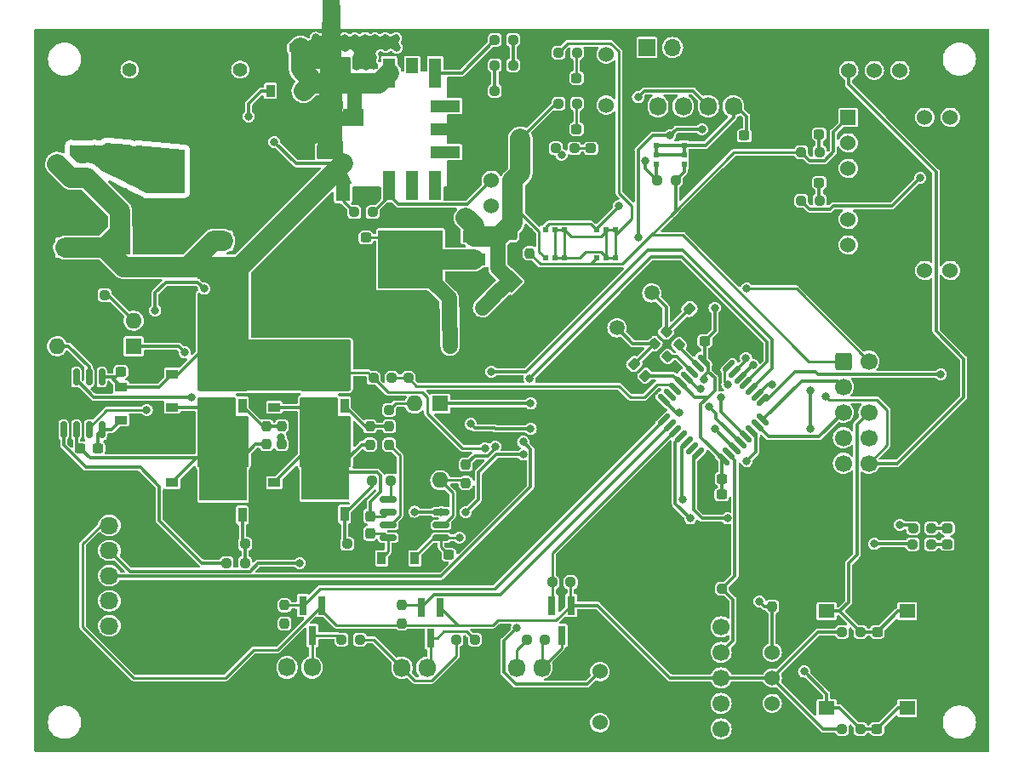
<source format=gbr>
%TF.GenerationSoftware,KiCad,Pcbnew,(6.0.7)*%
%TF.CreationDate,2023-06-24T17:20:50+09:00*%
%TF.ProjectId,motordriver,6d6f746f-7264-4726-9976-65722e6b6963,rev?*%
%TF.SameCoordinates,Original*%
%TF.FileFunction,Copper,L1,Top*%
%TF.FilePolarity,Positive*%
%FSLAX46Y46*%
G04 Gerber Fmt 4.6, Leading zero omitted, Abs format (unit mm)*
G04 Created by KiCad (PCBNEW (6.0.7)) date 2023-06-24 17:20:50*
%MOMM*%
%LPD*%
G01*
G04 APERTURE LIST*
G04 Aperture macros list*
%AMRoundRect*
0 Rectangle with rounded corners*
0 $1 Rounding radius*
0 $2 $3 $4 $5 $6 $7 $8 $9 X,Y pos of 4 corners*
0 Add a 4 corners polygon primitive as box body*
4,1,4,$2,$3,$4,$5,$6,$7,$8,$9,$2,$3,0*
0 Add four circle primitives for the rounded corners*
1,1,$1+$1,$2,$3*
1,1,$1+$1,$4,$5*
1,1,$1+$1,$6,$7*
1,1,$1+$1,$8,$9*
0 Add four rect primitives between the rounded corners*
20,1,$1+$1,$2,$3,$4,$5,0*
20,1,$1+$1,$4,$5,$6,$7,0*
20,1,$1+$1,$6,$7,$8,$9,0*
20,1,$1+$1,$8,$9,$2,$3,0*%
%AMRotRect*
0 Rectangle, with rotation*
0 The origin of the aperture is its center*
0 $1 length*
0 $2 width*
0 $3 Rotation angle, in degrees counterclockwise*
0 Add horizontal line*
21,1,$1,$2,0,0,$3*%
%AMFreePoly0*
4,1,53,0.885000,-2.035000,0.700000,-2.035000,0.700000,-3.665000,0.695106,-3.680063,0.695106,-3.695902,0.685796,-3.708716,0.680902,-3.723779,0.668089,-3.733089,0.658779,-3.745902,0.643716,-3.750796,0.630902,-3.760106,0.615063,-3.760106,0.600000,-3.765000,-0.600000,-3.765000,-0.615063,-3.760106,-0.630902,-3.760106,-0.643716,-3.750796,-0.658779,-3.745902,-0.668089,-3.733089,-0.680902,-3.723779,
-0.685796,-3.708716,-0.695106,-3.695902,-0.695106,-3.680063,-0.700000,-3.665000,-0.700000,-2.035000,-0.885000,-2.035000,-0.885000,0.450000,-2.515000,0.450000,-2.530063,0.454894,-2.545902,0.454894,-2.558716,0.464204,-2.573779,0.469098,-2.583089,0.481911,-2.595902,0.491221,-2.600796,0.506284,-2.610106,0.519098,-2.610106,0.534937,-2.615000,0.550000,-2.615000,1.750000,-2.610106,1.765063,
-2.610106,1.780902,-2.600796,1.793716,-2.595902,1.808779,-2.583089,1.818089,-2.573779,1.830902,-2.558716,1.835796,-2.545902,1.845106,-2.530063,1.845106,-2.515000,1.850000,-0.885000,1.850000,-0.885000,2.035000,0.885000,2.035000,0.885000,-2.035000,0.885000,-2.035000,$1*%
%AMFreePoly1*
4,1,53,-0.534937,2.610106,-0.519098,2.610106,-0.506284,2.600796,-0.491221,2.595902,-0.481911,2.583089,-0.469098,2.573779,-0.464204,2.558716,-0.454894,2.545902,-0.454894,2.530063,-0.450000,2.515000,-0.450000,0.885000,0.450000,0.885000,0.450000,2.515000,0.454894,2.530063,0.454894,2.545902,0.464204,2.558716,0.469098,2.573779,0.481911,2.583089,0.491221,2.595902,0.506284,2.600796,
0.519098,2.610106,0.534937,2.610106,0.550000,2.615000,1.750000,2.615000,1.765063,2.610106,1.780902,2.610106,1.793716,2.600796,1.808779,2.595902,1.818089,2.583089,1.830902,2.573779,1.835796,2.558716,1.845106,2.545902,1.845106,2.530063,1.850000,2.515000,1.850000,0.885000,2.035000,0.885000,2.035000,-0.885000,-2.035000,-0.885000,-2.035000,0.885000,-1.850000,0.885000,
-1.850000,2.515000,-1.845106,2.530063,-1.845106,2.545902,-1.835796,2.558716,-1.830902,2.573779,-1.818089,2.583089,-1.808779,2.595902,-1.793716,2.600796,-1.780902,2.610106,-1.765063,2.610106,-1.750000,2.615000,-0.550000,2.615000,-0.534937,2.610106,-0.534937,2.610106,$1*%
%AMFreePoly2*
4,1,29,0.885000,1.850000,2.515000,1.850000,2.530063,1.845106,2.545902,1.845106,2.558716,1.835796,2.573779,1.830902,2.583089,1.818089,2.595902,1.808779,2.600796,1.793716,2.610106,1.780902,2.610106,1.765063,2.615000,1.750000,2.615000,0.550000,2.610106,0.534937,2.610106,0.519098,2.600796,0.506284,2.595902,0.491221,2.583089,0.481911,2.573779,0.469098,2.558716,0.464204,
2.545902,0.454894,2.530063,0.454894,2.515000,0.450000,0.885000,0.450000,0.885000,-2.035000,-0.885000,-2.035000,-0.885000,2.035000,0.885000,2.035000,0.885000,1.850000,0.885000,1.850000,$1*%
G04 Aperture macros list end*
%TA.AperFunction,SMDPad,CuDef*%
%ADD10RoundRect,0.237500X-0.237500X0.300000X-0.237500X-0.300000X0.237500X-0.300000X0.237500X0.300000X0*%
%TD*%
%TA.AperFunction,SMDPad,CuDef*%
%ADD11RoundRect,0.237500X0.237500X-0.250000X0.237500X0.250000X-0.237500X0.250000X-0.237500X-0.250000X0*%
%TD*%
%TA.AperFunction,SMDPad,CuDef*%
%ADD12RoundRect,0.237500X-0.300000X-0.237500X0.300000X-0.237500X0.300000X0.237500X-0.300000X0.237500X0*%
%TD*%
%TA.AperFunction,SMDPad,CuDef*%
%ADD13RoundRect,0.237500X-0.287500X-0.237500X0.287500X-0.237500X0.287500X0.237500X-0.287500X0.237500X0*%
%TD*%
%TA.AperFunction,SMDPad,CuDef*%
%ADD14RoundRect,0.237500X-0.250000X-0.237500X0.250000X-0.237500X0.250000X0.237500X-0.250000X0.237500X0*%
%TD*%
%TA.AperFunction,ComponentPad*%
%ADD15C,1.524000*%
%TD*%
%TA.AperFunction,SMDPad,CuDef*%
%ADD16R,1.530000X2.720000*%
%TD*%
%TA.AperFunction,SMDPad,CuDef*%
%ADD17R,0.620000X0.575000*%
%TD*%
%TA.AperFunction,SMDPad,CuDef*%
%ADD18R,1.200000X0.900000*%
%TD*%
%TA.AperFunction,SMDPad,CuDef*%
%ADD19R,0.900000X1.200000*%
%TD*%
%TA.AperFunction,SMDPad,CuDef*%
%ADD20RoundRect,0.237500X0.044194X0.380070X-0.380070X-0.044194X-0.044194X-0.380070X0.380070X0.044194X0*%
%TD*%
%TA.AperFunction,SMDPad,CuDef*%
%ADD21R,0.850000X1.450000*%
%TD*%
%TA.AperFunction,SMDPad,CuDef*%
%ADD22R,0.850000X1.050000*%
%TD*%
%TA.AperFunction,SMDPad,CuDef*%
%ADD23R,4.700000X3.750000*%
%TD*%
%TA.AperFunction,ComponentPad*%
%ADD24C,1.500000*%
%TD*%
%TA.AperFunction,ComponentPad*%
%ADD25O,1.600000X1.600000*%
%TD*%
%TA.AperFunction,ComponentPad*%
%ADD26R,1.600000X1.600000*%
%TD*%
%TA.AperFunction,ComponentPad*%
%ADD27C,1.700000*%
%TD*%
%TA.AperFunction,SMDPad,CuDef*%
%ADD28R,1.600000X1.400000*%
%TD*%
%TA.AperFunction,ComponentPad*%
%ADD29RoundRect,0.250000X0.600000X0.675000X-0.600000X0.675000X-0.600000X-0.675000X0.600000X-0.675000X0*%
%TD*%
%TA.AperFunction,ComponentPad*%
%ADD30O,1.700000X1.850000*%
%TD*%
%TA.AperFunction,SMDPad,CuDef*%
%ADD31RoundRect,0.237500X0.250000X0.237500X-0.250000X0.237500X-0.250000X-0.237500X0.250000X-0.237500X0*%
%TD*%
%TA.AperFunction,ComponentPad*%
%ADD32RoundRect,0.250000X-0.600000X-0.675000X0.600000X-0.675000X0.600000X0.675000X-0.600000X0.675000X0*%
%TD*%
%TA.AperFunction,SMDPad,CuDef*%
%ADD33RoundRect,0.237500X0.300000X0.237500X-0.300000X0.237500X-0.300000X-0.237500X0.300000X-0.237500X0*%
%TD*%
%TA.AperFunction,SMDPad,CuDef*%
%ADD34RoundRect,0.237500X0.344715X-0.008839X-0.008839X0.344715X-0.344715X0.008839X0.008839X-0.344715X0*%
%TD*%
%TA.AperFunction,SMDPad,CuDef*%
%ADD35RoundRect,0.237500X0.237500X-0.300000X0.237500X0.300000X-0.237500X0.300000X-0.237500X-0.300000X0*%
%TD*%
%TA.AperFunction,SMDPad,CuDef*%
%ADD36RoundRect,0.237500X0.287500X0.237500X-0.287500X0.237500X-0.287500X-0.237500X0.287500X-0.237500X0*%
%TD*%
%TA.AperFunction,SMDPad,CuDef*%
%ADD37R,0.800000X1.900000*%
%TD*%
%TA.AperFunction,SMDPad,CuDef*%
%ADD38RoundRect,0.237500X-0.044194X-0.380070X0.380070X0.044194X0.044194X0.380070X-0.380070X-0.044194X0*%
%TD*%
%TA.AperFunction,ComponentPad*%
%ADD39R,1.524000X1.524000*%
%TD*%
%TA.AperFunction,ComponentPad*%
%ADD40C,1.600000*%
%TD*%
%TA.AperFunction,ComponentPad*%
%ADD41C,1.400000*%
%TD*%
%TA.AperFunction,ComponentPad*%
%ADD42R,3.500000X3.500000*%
%TD*%
%TA.AperFunction,ComponentPad*%
%ADD43C,3.500000*%
%TD*%
%TA.AperFunction,SMDPad,CuDef*%
%ADD44RoundRect,0.237500X-0.237500X0.250000X-0.237500X-0.250000X0.237500X-0.250000X0.237500X0.250000X0*%
%TD*%
%TA.AperFunction,SMDPad,CuDef*%
%ADD45R,1.200000X3.000000*%
%TD*%
%TA.AperFunction,SMDPad,CuDef*%
%ADD46FreePoly0,0.000000*%
%TD*%
%TA.AperFunction,SMDPad,CuDef*%
%ADD47FreePoly1,90.000000*%
%TD*%
%TA.AperFunction,SMDPad,CuDef*%
%ADD48FreePoly2,90.000000*%
%TD*%
%TA.AperFunction,SMDPad,CuDef*%
%ADD49R,3.000000X1.200000*%
%TD*%
%TA.AperFunction,SMDPad,CuDef*%
%ADD50R,1.200000X1.500000*%
%TD*%
%TA.AperFunction,SMDPad,CuDef*%
%ADD51RoundRect,0.150000X0.675000X0.150000X-0.675000X0.150000X-0.675000X-0.150000X0.675000X-0.150000X0*%
%TD*%
%TA.AperFunction,SMDPad,CuDef*%
%ADD52RoundRect,0.150000X-0.150000X0.675000X-0.150000X-0.675000X0.150000X-0.675000X0.150000X0.675000X0*%
%TD*%
%TA.AperFunction,SMDPad,CuDef*%
%ADD53R,0.575000X0.620000*%
%TD*%
%TA.AperFunction,SMDPad,CuDef*%
%ADD54RoundRect,0.125000X-0.530330X0.353553X0.353553X-0.530330X0.530330X-0.353553X-0.353553X0.530330X0*%
%TD*%
%TA.AperFunction,SMDPad,CuDef*%
%ADD55RoundRect,0.125000X-0.530330X-0.353553X-0.353553X-0.530330X0.530330X0.353553X0.353553X0.530330X0*%
%TD*%
%TA.AperFunction,SMDPad,CuDef*%
%ADD56R,2.200000X1.200000*%
%TD*%
%TA.AperFunction,SMDPad,CuDef*%
%ADD57R,6.400000X5.800000*%
%TD*%
%TA.AperFunction,ComponentPad*%
%ADD58R,1.800000X1.717500*%
%TD*%
%TA.AperFunction,ComponentPad*%
%ADD59O,1.800000X1.717500*%
%TD*%
%TA.AperFunction,ComponentPad*%
%ADD60RoundRect,0.250000X-0.600000X-0.600000X0.600000X-0.600000X0.600000X0.600000X-0.600000X0.600000X0*%
%TD*%
%TA.AperFunction,ComponentPad*%
%ADD61RotRect,1.600000X1.600000X315.000000*%
%TD*%
%TA.AperFunction,ComponentPad*%
%ADD62RoundRect,0.250000X-0.675000X0.600000X-0.675000X-0.600000X0.675000X-0.600000X0.675000X0.600000X0*%
%TD*%
%TA.AperFunction,ComponentPad*%
%ADD63O,1.850000X1.700000*%
%TD*%
%TA.AperFunction,ComponentPad*%
%ADD64R,1.700000X1.700000*%
%TD*%
%TA.AperFunction,ComponentPad*%
%ADD65O,1.700000X1.700000*%
%TD*%
%TA.AperFunction,ViaPad*%
%ADD66C,0.800000*%
%TD*%
%TA.AperFunction,Conductor*%
%ADD67C,0.300000*%
%TD*%
%TA.AperFunction,Conductor*%
%ADD68C,0.250000*%
%TD*%
%TA.AperFunction,Conductor*%
%ADD69C,2.000000*%
%TD*%
%TA.AperFunction,Conductor*%
%ADD70C,1.500000*%
%TD*%
G04 APERTURE END LIST*
D10*
%TO.P,C21,1*%
%TO.N,Motor_B*%
X66675000Y-102007500D03*
%TO.P,C21,2*%
%TO.N,Net-(C21-Pad2)*%
X66675000Y-103732500D03*
%TD*%
D11*
%TO.P,R42,2*%
%TO.N,Net-(R42-Pad2)*%
X66675000Y-93067500D03*
%TO.P,R42,1*%
%TO.N,Motor_B*%
X66675000Y-94892500D03*
%TD*%
D12*
%TO.P,C8,1*%
%TO.N,VDD*%
X41910000Y-87630000D03*
%TO.P,C8,2*%
%TO.N,GND*%
X43635000Y-87630000D03*
%TD*%
D13*
%TO.P,D2,1,K*%
%TO.N,GND*%
X109615000Y-68834000D03*
%TO.P,D2,2,A*%
%TO.N,Net-(D2-Pad2)*%
X111365000Y-68834000D03*
%TD*%
D14*
%TO.P,R27,2*%
%TO.N,Net-(R27-Pad2)*%
X54252500Y-106680000D03*
%TO.P,R27,1*%
%TO.N,Net-(R27-Pad1)*%
X52427500Y-106680000D03*
%TD*%
D15*
%TO.P,SW3,1,A*%
%TO.N,unconnected-(SW3-Pad1)*%
X90170000Y-56030000D03*
%TO.P,SW3,2,B*%
%TO.N,GND*%
X90170000Y-58570000D03*
%TO.P,SW3,3,C*%
%TO.N,Net-(R41-Pad1)*%
X90170000Y-61110000D03*
%TD*%
D16*
%TO.P,C6,1*%
%TO.N,GND*%
X44776610Y-74639237D03*
%TO.P,C6,2*%
%TO.N,VDD*%
X42094610Y-74639237D03*
%TD*%
D17*
%TO.P,U5,1,D_1*%
%TO.N,Net-(R31-Pad1)*%
X91120000Y-73542000D03*
%TO.P,U5,2,D_2*%
X90170000Y-73542000D03*
%TO.P,U5,3,G*%
%TO.N,Net-(C13-Pad2)*%
X89220000Y-73542000D03*
%TO.P,U5,4,S*%
%TO.N,VBUS*%
X89220000Y-76318000D03*
%TO.P,U5,5,D_3*%
%TO.N,Net-(R31-Pad1)*%
X90170000Y-76318000D03*
%TO.P,U5,6,D_4*%
X91120000Y-76318000D03*
%TD*%
D18*
%TO.P,D9,1,K*%
%TO.N,Motor_A*%
X46990000Y-98680000D03*
%TO.P,D9,2,A*%
%TO.N,GND*%
X46990000Y-101980000D03*
%TD*%
D12*
%TO.P,C23,1*%
%TO.N,+3.3V*%
X74637153Y-85104507D03*
%TO.P,C23,2*%
%TO.N,GND*%
X76362153Y-85104507D03*
%TD*%
D19*
%TO.P,D3,1,K*%
%TO.N,VDD*%
X41826346Y-71658896D03*
%TO.P,D3,2,A*%
%TO.N,GND*%
X45126346Y-71658896D03*
%TD*%
D20*
%TO.P,C25,1*%
%TO.N,GND*%
X99669880Y-80162120D03*
%TO.P,C25,2*%
%TO.N,Net-(C25-Pad2)*%
X98450120Y-81381880D03*
%TD*%
D14*
%TO.P,R22,1*%
%TO.N,dcdcout*%
X85170000Y-65405000D03*
%TO.P,R22,2*%
%TO.N,Net-(D6-Pad2)*%
X86995000Y-65405000D03*
%TD*%
D21*
%TO.P,U8,1,S_1*%
%TO.N,GND*%
X50165000Y-101895000D03*
%TO.P,U8,2,S_2*%
X51435000Y-101895000D03*
%TO.P,U8,3,S_3*%
X52705000Y-101895000D03*
%TO.P,U8,4,G*%
%TO.N,Net-(R27-Pad2)*%
X53975000Y-101895000D03*
D22*
%TO.P,U8,5,D_1*%
%TO.N,Motor_A*%
X53975000Y-96195000D03*
%TO.P,U8,6,D_2*%
X52705000Y-96195000D03*
%TO.P,U8,7,D_3*%
X51435000Y-96195000D03*
%TO.P,U8,8,D_4*%
X50165000Y-96195000D03*
D23*
%TO.P,U8,9,D_5*%
X52070000Y-98595000D03*
%TD*%
D24*
%TO.P,Y1,1,1*%
%TO.N,Net-(C25-Pad2)*%
X94696412Y-79801588D03*
%TO.P,Y1,2,2*%
%TO.N,Net-(C26-Pad2)*%
X91231589Y-83266411D03*
%TD*%
D25*
%TO.P,U3,4*%
%TO.N,Net-(R19-Pad1)*%
X35550000Y-85095000D03*
%TO.P,U3,3*%
%TO.N,GND*%
X35550000Y-82555000D03*
%TO.P,U3,2*%
%TO.N,Net-(R15-Pad1)*%
X43170000Y-82555000D03*
D26*
%TO.P,U3,1*%
%TO.N,PWM_A*%
X43170000Y-85095000D03*
%TD*%
D14*
%TO.P,R53,1*%
%TO.N,+3.3V*%
X113641500Y-113538000D03*
%TO.P,R53,2*%
%TO.N,NRST*%
X115466500Y-113538000D03*
%TD*%
D12*
%TO.P,C10,1*%
%TO.N,Motor_A*%
X37872499Y-95250000D03*
%TO.P,C10,2*%
%TO.N,Net-(C10-Pad2)*%
X39597499Y-95250000D03*
%TD*%
D27*
%TO.P,SW4,1,A*%
%TO.N,Toggle_Switch_1*%
X101600000Y-115570000D03*
%TO.P,SW4,2,B*%
%TO.N,+3.3V*%
X101600000Y-118110000D03*
%TO.P,SW4,3,C*%
%TO.N,unconnected-(SW4-Pad3)*%
X101600000Y-120650000D03*
%TO.P,SW4,4*%
%TO.N,N/C*%
X101600000Y-113030000D03*
%TO.P,SW4,5*%
X101600000Y-123190000D03*
%TD*%
D28*
%TO.P,SW6,1,A*%
%TO.N,GND*%
X120110000Y-116622000D03*
X112110000Y-116622000D03*
%TO.P,SW6,2,B*%
%TO.N,Tact_Switch1*%
X112110000Y-121122000D03*
X120110000Y-121122000D03*
%TD*%
D29*
%TO.P,J3,1,Pin_1*%
%TO.N,GND*%
X105330000Y-61220000D03*
D30*
%TO.P,J3,2,Pin_2*%
%TO.N,MD_Power*%
X102830000Y-61220000D03*
%TO.P,J3,3,Pin_3*%
%TO.N,MD_GPIO*%
X100330000Y-61220000D03*
%TO.P,J3,4,Pin_4*%
%TO.N,RS485_MD_A*%
X97830000Y-61220000D03*
%TO.P,J3,5,Pin_5*%
%TO.N,RS485_MD_B*%
X95330000Y-61220000D03*
%TD*%
D17*
%TO.P,U9,1,D_1*%
%TO.N,Net-(R31-Pad1)*%
X86040000Y-73542000D03*
%TO.P,U9,2,D_2*%
X85090000Y-73542000D03*
%TO.P,U9,3,G*%
%TO.N,Net-(C13-Pad2)*%
X84140000Y-73542000D03*
%TO.P,U9,4,S*%
%TO.N,+5V*%
X84140000Y-76318000D03*
%TO.P,U9,5,D_3*%
%TO.N,Net-(R31-Pad1)*%
X85090000Y-76318000D03*
%TO.P,U9,6,D_4*%
X86040000Y-76318000D03*
%TD*%
D14*
%TO.P,R25,1*%
%TO.N,TapeLED_L_3*%
X84812500Y-108585000D03*
%TO.P,R25,2*%
%TO.N,+3.3V*%
X86637500Y-108585000D03*
%TD*%
D12*
%TO.P,C9,1*%
%TO.N,GND*%
X57434958Y-55398953D03*
%TO.P,C9,2*%
%TO.N,dcdcout*%
X59159958Y-55398953D03*
%TD*%
D21*
%TO.P,U11,1,S_1*%
%TO.N,Motor_B*%
X60325000Y-91015000D03*
%TO.P,U11,2,S_2*%
X61595000Y-91015000D03*
%TO.P,U11,3,S_3*%
X62865000Y-91015000D03*
%TO.P,U11,4,G*%
%TO.N,Net-(R42-Pad2)*%
X64135000Y-91015000D03*
D22*
%TO.P,U11,5,D_1*%
%TO.N,VDD*%
X64135000Y-85315000D03*
%TO.P,U11,6,D_2*%
X62865000Y-85315000D03*
%TO.P,U11,7,D_3*%
X61595000Y-85315000D03*
%TO.P,U11,8,D_4*%
X60325000Y-85315000D03*
D23*
%TO.P,U11,9,D_5*%
X62230000Y-87715000D03*
%TD*%
D31*
%TO.P,R15,1*%
%TO.N,Net-(R15-Pad1)*%
X40282500Y-80010000D03*
%TO.P,R15,2*%
%TO.N,GND*%
X38457500Y-80010000D03*
%TD*%
D32*
%TO.P,J7,1,Pin_1*%
%TO.N,GND*%
X55920000Y-117060000D03*
D30*
%TO.P,J7,2,Pin_2*%
%TO.N,TapeLED_Power*%
X58420000Y-117060000D03*
%TO.P,J7,3,Pin_3*%
%TO.N,TapeLED_H_1*%
X60920000Y-117060000D03*
%TD*%
D33*
%TO.P,C22,1*%
%TO.N,GND*%
X76340377Y-83395547D03*
%TO.P,C22,2*%
%TO.N,+3.3V*%
X74615377Y-83395547D03*
%TD*%
D34*
%TO.P,R50,1*%
%TO.N,Net-(R50-Pad1)*%
X96296159Y-86123338D03*
%TO.P,R50,2*%
%TO.N,Net-(C26-Pad2)*%
X95005689Y-84832868D03*
%TD*%
D14*
%TO.P,R30,1*%
%TO.N,GND*%
X52427500Y-104775000D03*
%TO.P,R30,2*%
%TO.N,Net-(R27-Pad2)*%
X54252500Y-104775000D03*
%TD*%
D35*
%TO.P,C19,1*%
%TO.N,GND*%
X80827993Y-75732189D03*
%TO.P,C19,2*%
%TO.N,+5V*%
X80827993Y-74007189D03*
%TD*%
D33*
%TO.P,C29,1*%
%TO.N,GND*%
X101700500Y-84582000D03*
%TO.P,C29,2*%
%TO.N,+3.3V*%
X99975500Y-84582000D03*
%TD*%
D11*
%TO.P,R21,1*%
%TO.N,VBUS*%
X82550000Y-75842500D03*
%TO.P,R21,2*%
%TO.N,GND*%
X82550000Y-74017500D03*
%TD*%
D19*
%TO.P,D4,1,K*%
%TO.N,VDD*%
X56770000Y-59690000D03*
%TO.P,D4,2,A*%
%TO.N,dcdcout*%
X60070000Y-59690000D03*
%TD*%
D36*
%TO.P,D16,1,K*%
%TO.N,GND*%
X125837506Y-104790968D03*
%TO.P,D16,2,A*%
%TO.N,Net-(D16-Pad2)*%
X124087506Y-104790968D03*
%TD*%
D37*
%TO.P,Q5,1,G*%
%TO.N,+3.3V*%
X86675000Y-110895000D03*
%TO.P,Q5,2,S*%
%TO.N,TapeLED_L_3*%
X84775000Y-110895000D03*
%TO.P,Q5,3,D*%
%TO.N,TapeLED_H_3*%
X85725000Y-113895000D03*
%TD*%
D11*
%TO.P,R29,1*%
%TO.N,Motor_A*%
X56384306Y-94864203D03*
%TO.P,R29,2*%
%TO.N,Net-(R26-Pad2)*%
X56384306Y-93039203D03*
%TD*%
D31*
%TO.P,R45,1*%
%TO.N,Net-(R45-Pad1)*%
X68704523Y-98443293D03*
%TO.P,R45,2*%
%TO.N,Net-(R43-Pad2)*%
X66879523Y-98443293D03*
%TD*%
D33*
%TO.P,C20,1*%
%TO.N,+5V*%
X76036933Y-72114105D03*
%TO.P,C20,2*%
%TO.N,GND*%
X74311933Y-72114105D03*
%TD*%
D38*
%TO.P,C28,1*%
%TO.N,GND*%
X92862120Y-89255880D03*
%TO.P,C28,2*%
%TO.N,+3.3V*%
X94081880Y-88036120D03*
%TD*%
D31*
%TO.P,R47,1*%
%TO.N,Net-(R47-Pad1)*%
X68580000Y-91440000D03*
%TO.P,R47,2*%
%TO.N,GND*%
X66755000Y-91440000D03*
%TD*%
%TO.P,R18,1*%
%TO.N,GND*%
X80922500Y-59690000D03*
%TO.P,R18,2*%
%TO.N,Net-(R17-Pad1)*%
X79097500Y-59690000D03*
%TD*%
%TO.P,R35,1*%
%TO.N,TapeLED_H_2*%
X77112500Y-114300000D03*
%TO.P,R35,2*%
%TO.N,TapeLED_Power*%
X75287500Y-114300000D03*
%TD*%
D21*
%TO.P,U12,1,S_1*%
%TO.N,GND*%
X60325000Y-101810000D03*
%TO.P,U12,2,S_2*%
X61595000Y-101810000D03*
%TO.P,U12,3,S_3*%
X62865000Y-101810000D03*
%TO.P,U12,4,G*%
%TO.N,Net-(R43-Pad2)*%
X64135000Y-101810000D03*
D22*
%TO.P,U12,5,D_1*%
%TO.N,Motor_B*%
X64135000Y-96110000D03*
%TO.P,U12,6,D_2*%
X62865000Y-96110000D03*
%TO.P,U12,7,D_3*%
X61595000Y-96110000D03*
%TO.P,U12,8,D_4*%
X60325000Y-96110000D03*
D23*
%TO.P,U12,9,D_5*%
X62230000Y-98510000D03*
%TD*%
D18*
%TO.P,D11,1,K*%
%TO.N,VDD*%
X57150000Y-87885000D03*
%TO.P,D11,2,A*%
%TO.N,Motor_B*%
X57150000Y-91185000D03*
%TD*%
D15*
%TO.P,SW7,1,A*%
%TO.N,BOOT0*%
X114300000Y-57658000D03*
%TO.P,SW7,2,B*%
%TO.N,+3.3V*%
X116840000Y-57658000D03*
%TO.P,SW7,3,C*%
%TO.N,unconnected-(SW7-Pad3)*%
X119380000Y-57658000D03*
%TD*%
%TO.P,SW2,1,A*%
%TO.N,unconnected-(SW2-Pad1)*%
X89535000Y-122555000D03*
%TO.P,SW2,2,B*%
%TO.N,GND*%
X89535000Y-120015000D03*
%TO.P,SW2,3,C*%
%TO.N,Net-(R40-Pad1)*%
X89535000Y-117475000D03*
%TD*%
D19*
%TO.P,D13,1,K*%
%TO.N,+5V*%
X77850000Y-81280000D03*
%TO.P,D13,2,A*%
%TO.N,+3.3V*%
X74550000Y-81280000D03*
%TD*%
D14*
%TO.P,R5,1*%
%TO.N,Net-(R5-Pad1)*%
X109577500Y-70612000D03*
%TO.P,R5,2*%
%TO.N,Net-(D2-Pad2)*%
X111402500Y-70612000D03*
%TD*%
D31*
%TO.P,R48,1*%
%TO.N,Tact_Switch1*%
X115466500Y-123190000D03*
%TO.P,R48,2*%
%TO.N,+3.3V*%
X113641500Y-123190000D03*
%TD*%
D15*
%TO.P,J1,*%
%TO.N,*%
X121860000Y-77565000D03*
X124400000Y-62325000D03*
X124400000Y-77565000D03*
X121860000Y-62325000D03*
%TO.P,J1,A1,GND*%
%TO.N,GND*%
X114240000Y-77565000D03*
X114240000Y-69945000D03*
D39*
%TO.P,J1,A4,VBUS*%
%TO.N,VBUS*%
X114240000Y-62325000D03*
D15*
%TO.P,J1,A5,CC1*%
%TO.N,Net-(J1-PadA5)*%
X114240000Y-72485000D03*
%TO.P,J1,A6,D+*%
%TO.N,Net-(J1-PadA6)*%
X114240000Y-67405000D03*
%TO.P,J1,A7,D-*%
%TO.N,Net-(J1-PadA7)*%
X114240000Y-64865000D03*
%TO.P,J1,B5,CC2*%
%TO.N,Net-(J1-PadB5)*%
X114240000Y-75025000D03*
%TD*%
D14*
%TO.P,R39,1*%
%TO.N,+5V*%
X85447500Y-60960000D03*
%TO.P,R39,2*%
%TO.N,Net-(D10-Pad2)*%
X87272500Y-60960000D03*
%TD*%
D38*
%TO.P,C26,1*%
%TO.N,GND*%
X91744240Y-88087760D03*
%TO.P,C26,2*%
%TO.N,Net-(C26-Pad2)*%
X92964000Y-86868000D03*
%TD*%
D26*
%TO.P,U16,1*%
%TO.N,PWM_B*%
X73665000Y-90815000D03*
D25*
%TO.P,U16,2*%
%TO.N,Net-(R47-Pad1)*%
X71125000Y-90815000D03*
%TO.P,U16,3*%
%TO.N,GND*%
X71125000Y-98435000D03*
%TO.P,U16,4*%
%TO.N,Net-(R46-Pad1)*%
X73665000Y-98435000D03*
%TD*%
D33*
%TO.P,C14,1*%
%TO.N,GND*%
X105637500Y-64135000D03*
%TO.P,C14,2*%
%TO.N,MD_Power*%
X103912500Y-64135000D03*
%TD*%
D26*
%TO.P,C11,1*%
%TO.N,VDD*%
X52070000Y-74615112D03*
D40*
%TO.P,C11,2*%
%TO.N,GND*%
X52070000Y-72615112D03*
%TD*%
D41*
%TO.P,J2,*%
%TO.N,*%
X53760000Y-57575000D03*
X42760000Y-57575000D03*
D42*
%TO.P,J2,1,Pin_1*%
%TO.N,GND*%
X50760000Y-67575000D03*
D43*
%TO.P,J2,2,Pin_2*%
%TO.N,+7.5V*%
X45760000Y-67575000D03*
%TD*%
D14*
%TO.P,R12,1*%
%TO.N,V_measure*%
X70485000Y-88265000D03*
%TO.P,R12,2*%
%TO.N,GND*%
X72310000Y-88265000D03*
%TD*%
D32*
%TO.P,J6,1,Pin_1*%
%TO.N,GND*%
X78780000Y-117070000D03*
D30*
%TO.P,J6,2,Pin_2*%
%TO.N,TapeLED_Power*%
X81280000Y-117070000D03*
%TO.P,J6,3,Pin_3*%
%TO.N,TapeLED_H_3*%
X83780000Y-117070000D03*
%TD*%
D44*
%TO.P,R24,1*%
%TO.N,TapeLED_L_2*%
X69850000Y-110847500D03*
%TO.P,R24,2*%
%TO.N,+3.3V*%
X69850000Y-112672500D03*
%TD*%
D15*
%TO.P,SW5,1,A*%
%TO.N,Slide_Switch_1*%
X106680000Y-115570000D03*
%TO.P,SW5,2,B*%
%TO.N,+3.3V*%
X106680000Y-118110000D03*
%TO.P,SW5,3,C*%
%TO.N,unconnected-(SW5-Pad3)*%
X106680000Y-120650000D03*
%TD*%
D14*
%TO.P,R13,1*%
%TO.N,VDD*%
X65127500Y-71755000D03*
%TO.P,R13,2*%
%TO.N,Net-(MD1-Pad1)*%
X66952500Y-71755000D03*
%TD*%
D11*
%TO.P,R46,1*%
%TO.N,Net-(R46-Pad1)*%
X76200000Y-98702500D03*
%TO.P,R46,2*%
%TO.N,+5V*%
X76200000Y-96877500D03*
%TD*%
D44*
%TO.P,R23,1*%
%TO.N,TapeLED_L_1*%
X58172761Y-110879154D03*
%TO.P,R23,2*%
%TO.N,+3.3V*%
X58172761Y-112704154D03*
%TD*%
D45*
%TO.P,MD1,1,~{ON~{/OFF_CONTROL}*%
%TO.N,Net-(MD1-Pad1)*%
X68580000Y-69100000D03*
D46*
%TO.P,MD1,2,VIN*%
%TO.N,VDD*%
X63995000Y-66935000D03*
D47*
%TO.P,MD1,3,1_GROUND*%
%TO.N,GND*%
X63995000Y-62355000D03*
D48*
%TO.P,MD1,4,VOUT*%
%TO.N,dcdcout*%
X65145000Y-58915000D03*
D45*
%TO.P,MD1,5,SENSE*%
X68580000Y-57900000D03*
%TO.P,MD1,6,TRIM*%
%TO.N,Net-(MD1-Pad6)*%
X73160000Y-57900000D03*
D49*
%TO.P,MD1,7,2_GROUND*%
%TO.N,GND*%
X74180000Y-63500000D03*
%TO.P,MD1,8,1_NC*%
%TO.N,unconnected-(MD1-Pad8)*%
X74180000Y-65790000D03*
D45*
%TO.P,MD1,9,2_NC*%
%TO.N,unconnected-(MD1-Pad9)*%
X73160000Y-69100000D03*
%TO.P,MD1,10,POWER_GOOD_OUT*%
%TO.N,unconnected-(MD1-Pad10)*%
X70870000Y-69100000D03*
D50*
%TO.P,MD1,11,3_NC*%
%TO.N,unconnected-(MD1-Pad11)*%
X70870000Y-57150000D03*
D49*
%TO.P,MD1,12,4_NC*%
%TO.N,unconnected-(MD1-Pad12)*%
X74180000Y-61210000D03*
%TD*%
D34*
%TO.P,R49,1*%
%TO.N,Net-(R49-Pad1)*%
X97419235Y-84973235D03*
%TO.P,R49,2*%
%TO.N,Net-(C25-Pad2)*%
X96128765Y-83682765D03*
%TD*%
D37*
%TO.P,Q4,1,G*%
%TO.N,+3.3V*%
X73660000Y-111125000D03*
%TO.P,Q4,2,S*%
%TO.N,TapeLED_L_2*%
X71760000Y-111125000D03*
%TO.P,Q4,3,D*%
%TO.N,TapeLED_H_2*%
X72710000Y-114125000D03*
%TD*%
D36*
%TO.P,D15,2,A*%
%TO.N,Net-(D15-Pad2)*%
X124123928Y-103204699D03*
%TO.P,D15,1,K*%
%TO.N,GND*%
X125873928Y-103204699D03*
%TD*%
D13*
%TO.P,D10,1,K*%
%TO.N,GND*%
X85485000Y-63500000D03*
%TO.P,D10,2,A*%
%TO.N,Net-(D10-Pad2)*%
X87235000Y-63500000D03*
%TD*%
D18*
%TO.P,D5,1,K*%
%TO.N,Net-(C10-Pad2)*%
X41910000Y-92454999D03*
%TO.P,D5,2,A*%
%TO.N,VDD*%
X41910000Y-89154999D03*
%TD*%
D51*
%TO.P,U15,1,VCC*%
%TO.N,VDD*%
X73745000Y-104140000D03*
%TO.P,U15,2,IN*%
%TO.N,Net-(R46-Pad1)*%
X73745000Y-102870000D03*
%TO.P,U15,3,~{SD}*%
%TO.N,shutdown*%
X73745000Y-101600000D03*
%TO.P,U15,4,COM*%
%TO.N,GND*%
X73745000Y-100330000D03*
%TO.P,U15,5,LO*%
%TO.N,Net-(R45-Pad1)*%
X68495000Y-100330000D03*
%TO.P,U15,6,VS*%
%TO.N,Motor_B*%
X68495000Y-101600000D03*
%TO.P,U15,7,HO*%
%TO.N,Net-(R44-Pad1)*%
X68495000Y-102870000D03*
%TO.P,U15,8,VB*%
%TO.N,Net-(C21-Pad2)*%
X68495000Y-104140000D03*
%TD*%
D52*
%TO.P,U4,1,VCC*%
%TO.N,VDD*%
X40005000Y-88180000D03*
%TO.P,U4,2,IN*%
%TO.N,Net-(R19-Pad1)*%
X38735000Y-88180000D03*
%TO.P,U4,3,~{SD}*%
%TO.N,shutdown*%
X37465000Y-88180000D03*
%TO.P,U4,4,COM*%
%TO.N,GND*%
X36195000Y-88180000D03*
%TO.P,U4,5,LO*%
%TO.N,Net-(R27-Pad1)*%
X36195000Y-93430000D03*
%TO.P,U4,6,VS*%
%TO.N,Motor_A*%
X37465000Y-93430000D03*
%TO.P,U4,7,HO*%
%TO.N,Net-(R26-Pad1)*%
X38735000Y-93430000D03*
%TO.P,U4,8,VB*%
%TO.N,Net-(C10-Pad2)*%
X40005000Y-93430000D03*
%TD*%
D12*
%TO.P,C32,1*%
%TO.N,GND*%
X99931040Y-99856988D03*
%TO.P,C32,2*%
%TO.N,+3.3V*%
X101656040Y-99856988D03*
%TD*%
%TO.P,C34,1*%
%TO.N,NRST*%
X117147000Y-113538000D03*
%TO.P,C34,2*%
%TO.N,GND*%
X118872000Y-113538000D03*
%TD*%
D53*
%TO.P,U13,1,D_1*%
%TO.N,MD_Power*%
X95132000Y-65090000D03*
%TO.P,U13,2,D_2*%
X95132000Y-66040000D03*
%TO.P,U13,3,G*%
%TO.N,Net-(R41-Pad1)*%
X95132000Y-66990000D03*
%TO.P,U13,4,S*%
%TO.N,VBUS*%
X97908000Y-66990000D03*
%TO.P,U13,5,D_3*%
%TO.N,MD_Power*%
X97908000Y-66040000D03*
%TO.P,U13,6,D_4*%
X97908000Y-65090000D03*
%TD*%
D31*
%TO.P,R16,1*%
%TO.N,Net-(R16-Pad1)*%
X80922500Y-54610000D03*
%TO.P,R16,2*%
%TO.N,Net-(MD1-Pad6)*%
X79097500Y-54610000D03*
%TD*%
D14*
%TO.P,R43,1*%
%TO.N,GND*%
X62587500Y-104775000D03*
%TO.P,R43,2*%
%TO.N,Net-(R43-Pad2)*%
X64412500Y-104775000D03*
%TD*%
D18*
%TO.P,D12,1,K*%
%TO.N,Motor_B*%
X57150000Y-98680000D03*
%TO.P,D12,2,A*%
%TO.N,GND*%
X57150000Y-101980000D03*
%TD*%
D11*
%TO.P,R52,1*%
%TO.N,Slide_Switch_1*%
X106680000Y-110998000D03*
%TO.P,R52,2*%
%TO.N,GND*%
X106680000Y-109173000D03*
%TD*%
D54*
%TO.P,U17,1,VDD*%
%TO.N,+3.3V*%
X99865728Y-86507930D03*
%TO.P,U17,2,PF0*%
%TO.N,Net-(R49-Pad1)*%
X99300043Y-87073616D03*
%TO.P,U17,3,PF1*%
%TO.N,Net-(R50-Pad1)*%
X98734357Y-87639301D03*
%TO.P,U17,4,NRST*%
%TO.N,NRST*%
X98168672Y-88204986D03*
%TO.P,U17,5,VDDA*%
%TO.N,+3.3V*%
X97602986Y-88770672D03*
%TO.P,U17,6,PA0*%
%TO.N,V_measure*%
X97037301Y-89336357D03*
%TO.P,U17,7,PA1*%
%TO.N,unconnected-(U17-Pad7)*%
X96471616Y-89902043D03*
%TO.P,U17,8,PA2*%
%TO.N,Write_UART2_TX*%
X95905930Y-90467728D03*
D55*
%TO.P,U17,9,PA3*%
%TO.N,TapeLED_L_1*%
X95905930Y-92412272D03*
%TO.P,U17,10,PA4*%
%TO.N,TapeLED_L_2*%
X96471616Y-92977957D03*
%TO.P,U17,11,PA5*%
%TO.N,TapeLED_L_3*%
X97037301Y-93543643D03*
%TO.P,U17,12,PA6*%
%TO.N,Tact_Switch1*%
X97602986Y-94109328D03*
%TO.P,U17,13,PA7*%
%TO.N,Slide_Switch_1*%
X98168672Y-94675014D03*
%TO.P,U17,14,PB0*%
%TO.N,unconnected-(U17-Pad14)*%
X98734357Y-95240699D03*
%TO.P,U17,15,PB1*%
%TO.N,LED_2*%
X99300043Y-95806384D03*
%TO.P,U17,16,VSS*%
%TO.N,GND*%
X99865728Y-96372070D03*
D54*
%TO.P,U17,17,VDD*%
%TO.N,+3.3V*%
X101810272Y-96372070D03*
%TO.P,U17,18,PA8*%
%TO.N,Toggle_Switch_1*%
X102375957Y-95806384D03*
%TO.P,U17,19,PA9*%
%TO.N,PWM_A*%
X102941643Y-95240699D03*
%TO.P,U17,20,PA10*%
%TO.N,PWM_B*%
X103507328Y-94675014D03*
%TO.P,U17,21,PA11*%
%TO.N,MD_GPIO*%
X104073014Y-94109328D03*
%TO.P,U17,22,PA12*%
%TO.N,shutdown*%
X104638699Y-93543643D03*
%TO.P,U17,23,PA13*%
%TO.N,TMS*%
X105204384Y-92977957D03*
%TO.P,U17,24,PA14*%
%TO.N,TCK*%
X105770070Y-92412272D03*
D55*
%TO.P,U17,25,PA15*%
%TO.N,Write_UART2_RX*%
X105770070Y-90467728D03*
%TO.P,U17,26,PB3*%
%TO.N,LED_1*%
X105204384Y-89902043D03*
%TO.P,U17,27,PB4*%
%TO.N,Encoder_A*%
X104638699Y-89336357D03*
%TO.P,U17,28,PB5*%
%TO.N,Encoder_B*%
X104073014Y-88770672D03*
%TO.P,U17,29,PB6*%
%TO.N,MAX3485_MD_TX*%
X103507328Y-88204986D03*
%TO.P,U17,30,PB7*%
%TO.N,MAX3485_MD_RX*%
X102941643Y-87639301D03*
%TO.P,U17,31,BOOT0*%
%TO.N,BOOT0*%
X102375957Y-87073616D03*
%TO.P,U17,32,VSS*%
%TO.N,GND*%
X101810272Y-86507930D03*
%TD*%
D14*
%TO.P,R17,1*%
%TO.N,Net-(R17-Pad1)*%
X79097500Y-57150000D03*
%TO.P,R17,2*%
%TO.N,Net-(R16-Pad1)*%
X80922500Y-57150000D03*
%TD*%
D12*
%TO.P,C33,1*%
%TO.N,GND*%
X64542500Y-74295000D03*
%TO.P,C33,2*%
%TO.N,+3.3V*%
X66267500Y-74295000D03*
%TD*%
D56*
%TO.P,U14,1,ADJ*%
%TO.N,GND*%
X77015000Y-78735000D03*
%TO.P,U14,2,VO*%
%TO.N,+3.3V*%
X77015000Y-76455000D03*
D57*
X70715000Y-76455000D03*
D56*
%TO.P,U14,3,VI*%
%TO.N,+5V*%
X77015000Y-74175000D03*
%TD*%
D13*
%TO.P,D7,1,K*%
%TO.N,GND*%
X85485000Y-58420000D03*
%TO.P,D7,2,A*%
%TO.N,Net-(D7-Pad2)*%
X87235000Y-58420000D03*
%TD*%
D31*
%TO.P,R36,1*%
%TO.N,TapeLED_H_3*%
X84097500Y-114300000D03*
%TO.P,R36,2*%
%TO.N,TapeLED_Power*%
X82272500Y-114300000D03*
%TD*%
D14*
%TO.P,R41,1*%
%TO.N,Net-(R41-Pad1)*%
X95250000Y-68580000D03*
%TO.P,R41,2*%
%TO.N,VBUS*%
X97075000Y-68580000D03*
%TD*%
%TO.P,R32,1*%
%TO.N,TapeLED_H_1*%
X63857500Y-114300000D03*
%TO.P,R32,2*%
%TO.N,TapeLED_Power*%
X65682500Y-114300000D03*
%TD*%
D19*
%TO.P,D14,1,K*%
%TO.N,Net-(C21-Pad2)*%
X67845456Y-106193174D03*
%TO.P,D14,2,A*%
%TO.N,VDD*%
X71145456Y-106193174D03*
%TD*%
D37*
%TO.P,Q3,1,G*%
%TO.N,+3.3V*%
X61910000Y-110895000D03*
%TO.P,Q3,2,S*%
%TO.N,TapeLED_L_1*%
X60010000Y-110895000D03*
%TO.P,Q3,3,D*%
%TO.N,TapeLED_H_1*%
X60960000Y-113895000D03*
%TD*%
D32*
%TO.P,J8,1,Pin_1*%
%TO.N,GND*%
X67350000Y-117100000D03*
D30*
%TO.P,J8,2,Pin_2*%
%TO.N,TapeLED_Power*%
X69850000Y-117100000D03*
%TO.P,J8,3,Pin_3*%
%TO.N,TapeLED_H_2*%
X72350000Y-117100000D03*
%TD*%
D21*
%TO.P,U7,1,S_1*%
%TO.N,Motor_A*%
X50165000Y-91015000D03*
%TO.P,U7,2,S_2*%
X51435000Y-91015000D03*
%TO.P,U7,3,S_3*%
X52705000Y-91015000D03*
%TO.P,U7,4,G*%
%TO.N,Net-(R26-Pad2)*%
X53975000Y-91015000D03*
D22*
%TO.P,U7,5,D_1*%
%TO.N,VDD*%
X53975000Y-85315000D03*
%TO.P,U7,6,D_2*%
X52705000Y-85315000D03*
%TO.P,U7,7,D_3*%
X51435000Y-85315000D03*
%TO.P,U7,8,D_4*%
X50165000Y-85315000D03*
D23*
%TO.P,U7,9,D_5*%
X52070000Y-87715000D03*
%TD*%
D28*
%TO.P,SW8,1,A*%
%TO.N,GND*%
X112110000Y-106970000D03*
X120110000Y-106970000D03*
%TO.P,SW8,2,B*%
%TO.N,NRST*%
X120110000Y-111470000D03*
X112110000Y-111470000D03*
%TD*%
D14*
%TO.P,R31,1*%
%TO.N,Net-(R31-Pad1)*%
X85447500Y-55880000D03*
%TO.P,R31,2*%
%TO.N,Net-(D7-Pad2)*%
X87272500Y-55880000D03*
%TD*%
%TO.P,R11,1*%
%TO.N,VDD*%
X67032500Y-88265000D03*
%TO.P,R11,2*%
%TO.N,V_measure*%
X68857500Y-88265000D03*
%TD*%
D33*
%TO.P,C24,1*%
%TO.N,VDD*%
X74522500Y-105852269D03*
%TO.P,C24,2*%
%TO.N,GND*%
X72797500Y-105852269D03*
%TD*%
D58*
%TO.P,Q2,1,G*%
%TO.N,GND*%
X38100000Y-63749999D03*
D59*
%TO.P,Q2,2,D*%
%TO.N,+7.5V*%
X38100000Y-66039999D03*
%TO.P,Q2,3,S*%
%TO.N,VDD*%
X38100000Y-68329999D03*
%TD*%
D14*
%TO.P,R20,1*%
%TO.N,GND*%
X57993340Y-57535364D03*
%TO.P,R20,2*%
%TO.N,dcdcout*%
X59818340Y-57535364D03*
%TD*%
D33*
%TO.P,C30,1*%
%TO.N,+3.3V*%
X101700500Y-98298000D03*
%TO.P,C30,2*%
%TO.N,GND*%
X99975500Y-98298000D03*
%TD*%
D36*
%TO.P,D6,1,K*%
%TO.N,GND*%
X90410000Y-65405000D03*
%TO.P,D6,2,A*%
%TO.N,Net-(D6-Pad2)*%
X88660000Y-65405000D03*
%TD*%
D14*
%TO.P,R3,1*%
%TO.N,VBUS*%
X109577500Y-65786000D03*
%TO.P,R3,2*%
%TO.N,Net-(D1-Pad2)*%
X111402500Y-65786000D03*
%TD*%
D11*
%TO.P,R44,1*%
%TO.N,Net-(R44-Pad1)*%
X68580000Y-94892500D03*
%TO.P,R44,2*%
%TO.N,Net-(R42-Pad2)*%
X68580000Y-93067500D03*
%TD*%
D60*
%TO.P,J4,1,Pin_1*%
%TO.N,VBUS*%
X113762500Y-86595000D03*
D27*
%TO.P,J4,2,Pin_2*%
%TO.N,+3.3V*%
X116302500Y-86595000D03*
%TO.P,J4,3,Pin_3*%
%TO.N,TCK*%
X113762500Y-89135000D03*
%TO.P,J4,4,Pin_4*%
%TO.N,GND*%
X116302500Y-89135000D03*
%TO.P,J4,5,Pin_5*%
%TO.N,TMS*%
X113762500Y-91675000D03*
%TO.P,J4,6,Pin_6*%
%TO.N,NRST*%
X116302500Y-91675000D03*
%TO.P,J4,7,Pin_7*%
%TO.N,SWO*%
X113762500Y-94215000D03*
%TO.P,J4,8,Pin_8*%
%TO.N,STLK_UART2_RX*%
X116302500Y-94215000D03*
%TO.P,J4,9,Pin_9*%
%TO.N,STLK_UART2_TX*%
X113762500Y-96755000D03*
%TO.P,J4,10,Pin_10*%
%TO.N,BOOT0*%
X116302500Y-96755000D03*
%TD*%
D11*
%TO.P,R26,2*%
%TO.N,Net-(R26-Pad2)*%
X57898187Y-93039203D03*
%TO.P,R26,1*%
%TO.N,Net-(R26-Pad1)*%
X57898187Y-94864203D03*
%TD*%
D13*
%TO.P,D1,1,K*%
%TO.N,GND*%
X109615000Y-64008000D03*
%TO.P,D1,2,A*%
%TO.N,Net-(D1-Pad2)*%
X111365000Y-64008000D03*
%TD*%
D15*
%TO.P,SW1,1,A*%
%TO.N,GND*%
X78740000Y-66040000D03*
%TO.P,SW1,2,B*%
%TO.N,Net-(MD1-Pad1)*%
X78740000Y-68580000D03*
%TO.P,SW1,3,C*%
%TO.N,unconnected-(SW1-Pad3)*%
X78740000Y-71120000D03*
%TD*%
D11*
%TO.P,R7,1*%
%TO.N,VDD*%
X35560000Y-66952500D03*
%TO.P,R7,2*%
%TO.N,GND*%
X35560000Y-65127500D03*
%TD*%
D14*
%TO.P,R51,1*%
%TO.N,Toggle_Switch_1*%
X101703500Y-109220000D03*
%TO.P,R51,2*%
%TO.N,GND*%
X103528500Y-109220000D03*
%TD*%
D61*
%TO.P,C17,1*%
%TO.N,+5V*%
X80728957Y-78648159D03*
D40*
%TO.P,C17,2*%
%TO.N,GND*%
X82143171Y-80062373D03*
%TD*%
D18*
%TO.P,D8,1,K*%
%TO.N,VDD*%
X46990000Y-87885000D03*
%TO.P,D8,2,A*%
%TO.N,Motor_A*%
X46990000Y-91185000D03*
%TD*%
D31*
%TO.P,R55,1*%
%TO.N,Net-(D16-Pad2)*%
X122470331Y-104819985D03*
%TO.P,R55,2*%
%TO.N,LED_2*%
X120645331Y-104819985D03*
%TD*%
D26*
%TO.P,C5,1*%
%TO.N,VDD*%
X36364633Y-75288494D03*
D40*
%TO.P,C5,2*%
%TO.N,GND*%
X36364633Y-77288494D03*
%TD*%
D62*
%TO.P,J5,1,Pin_1*%
%TO.N,GND*%
X40750000Y-100430000D03*
D63*
%TO.P,J5,2,Pin_2*%
%TO.N,+3.3V*%
X40750000Y-102930000D03*
%TO.P,J5,3,Pin_3*%
%TO.N,Encoder_A*%
X40750000Y-105430000D03*
%TO.P,J5,4,Pin_4*%
%TO.N,Encoder_B*%
X40750000Y-107930000D03*
%TO.P,J5,5,Pin_5*%
%TO.N,Motor_A*%
X40750000Y-110430000D03*
%TO.P,J5,6,Pin_6*%
%TO.N,Motor_B*%
X40750000Y-112930000D03*
%TD*%
D12*
%TO.P,C27,1*%
%TO.N,Tact_Switch1*%
X117094000Y-123190000D03*
%TO.P,C27,2*%
%TO.N,GND*%
X118819000Y-123190000D03*
%TD*%
D31*
%TO.P,R54,1*%
%TO.N,Net-(D15-Pad2)*%
X122519196Y-103193375D03*
%TO.P,R54,2*%
%TO.N,LED_1*%
X120694196Y-103193375D03*
%TD*%
D64*
%TO.P,JP1,1,A*%
%TO.N,RS485_MD_A*%
X94229000Y-55372000D03*
D65*
%TO.P,JP1,2,B*%
%TO.N,Net-(JP1-Pad2)*%
X96769000Y-55372000D03*
%TD*%
D66*
%TO.N,GND*%
X51054000Y-64262000D03*
X108930000Y-106970000D03*
X117646194Y-85690070D03*
X124840664Y-84130207D03*
X126336859Y-74802863D03*
X119524396Y-63072057D03*
X94154215Y-57209513D03*
X92265402Y-61729932D03*
X92244179Y-57251958D03*
X90567592Y-57379294D03*
X90546369Y-59798673D03*
X87278085Y-59851730D03*
X88551442Y-55851265D03*
X87999654Y-57188290D03*
X86238176Y-56997287D03*
X78067465Y-58886100D03*
X79913834Y-55851265D03*
X81929983Y-57867414D03*
X84434253Y-60180681D03*
X86260000Y-62076000D03*
X85601497Y-62621283D03*
X88445329Y-64064421D03*
X90503924Y-63130626D03*
X92711077Y-65019439D03*
X94217883Y-63448965D03*
X96679708Y-62791064D03*
X97019270Y-57007898D03*
X118199450Y-58355535D03*
X116055965Y-55808820D03*
X101306240Y-57167068D03*
X103874178Y-57060955D03*
X102558375Y-59352998D03*
X106802900Y-57442962D03*
X112936239Y-57379294D03*
X123589997Y-67141702D03*
X113488027Y-58970991D03*
X115291951Y-58779987D03*
X121149395Y-67226592D03*
X115822516Y-62600060D03*
X112490564Y-62844120D03*
X94345219Y-86715724D03*
X96990973Y-87225067D03*
X90138704Y-84104623D03*
X93513102Y-84019733D03*
X95317025Y-81727689D03*
X90803899Y-81240959D03*
X90931234Y-77802893D03*
X86573522Y-82075715D03*
X85130383Y-78955989D03*
X82550000Y-78740000D03*
X84836000Y-81026000D03*
X84836000Y-83820000D03*
X81534000Y-86614000D03*
X78740000Y-104140000D03*
X43434000Y-116840000D03*
X44196000Y-116840000D03*
X44958000Y-116840000D03*
X45720000Y-116840000D03*
X46482000Y-116840000D03*
X47244000Y-116840000D03*
X48006000Y-116840000D03*
X48768000Y-116840000D03*
X49530000Y-116840000D03*
X50292000Y-116840000D03*
X51054000Y-116840000D03*
X51054000Y-116078000D03*
X50292000Y-116078000D03*
X49530000Y-116078000D03*
X48768000Y-116078000D03*
X48006000Y-116078000D03*
X47244000Y-116078000D03*
X46482000Y-116078000D03*
X45720000Y-116078000D03*
X44958000Y-116078000D03*
X44196000Y-116078000D03*
X43434000Y-116078000D03*
X42672000Y-116078000D03*
X41910000Y-115316000D03*
X42672000Y-115316000D03*
X43434000Y-115316000D03*
X44196000Y-115316000D03*
X44958000Y-115316000D03*
X45720000Y-115316000D03*
X46482000Y-115316000D03*
X47244000Y-115316000D03*
X48006000Y-115316000D03*
X48768000Y-115316000D03*
X49530000Y-115316000D03*
X50292000Y-115316000D03*
X51054000Y-115316000D03*
X51054000Y-114554000D03*
X50292000Y-114554000D03*
X49530000Y-114554000D03*
X48768000Y-114554000D03*
X48006000Y-114554000D03*
X47244000Y-114554000D03*
X46482000Y-114554000D03*
X45720000Y-114554000D03*
X44958000Y-114554000D03*
X44196000Y-114554000D03*
X43434000Y-114554000D03*
X42672000Y-114554000D03*
X41910000Y-114554000D03*
X41148000Y-114554000D03*
X52578000Y-108966000D03*
X51816000Y-108966000D03*
X51054000Y-108966000D03*
X50292000Y-108966000D03*
X49530000Y-108966000D03*
X48768000Y-108966000D03*
X48006000Y-108966000D03*
X47244000Y-108966000D03*
X46482000Y-108966000D03*
X45720000Y-109728000D03*
X46482000Y-109728000D03*
X47244000Y-109728000D03*
X48006000Y-109728000D03*
X48768000Y-109728000D03*
X49530000Y-109728000D03*
X50292000Y-109728000D03*
X51054000Y-109728000D03*
X51816000Y-109728000D03*
X51054000Y-110490000D03*
X50292000Y-110490000D03*
X49530000Y-110490000D03*
X48768000Y-110490000D03*
X48006000Y-110490000D03*
X47244000Y-110490000D03*
X46482000Y-110490000D03*
X45720000Y-110490000D03*
X44958000Y-110490000D03*
X50292000Y-111252000D03*
X49530000Y-111252000D03*
X48768000Y-111252000D03*
X48006000Y-111252000D03*
X47244000Y-111252000D03*
X46482000Y-111252000D03*
X45720000Y-111252000D03*
X44958000Y-111252000D03*
X56896000Y-99822000D03*
X56896000Y-100584000D03*
X56896000Y-101346000D03*
X57658000Y-101346000D03*
X57658000Y-100584000D03*
X57658000Y-99822000D03*
X58420000Y-98806000D03*
X58420000Y-99568000D03*
X58420000Y-100330000D03*
X58420000Y-101092000D03*
X58420000Y-101854000D03*
X58420000Y-102616000D03*
X59182000Y-101854000D03*
X59182000Y-101092000D03*
X59182000Y-100330000D03*
X59182000Y-99568000D03*
X59182000Y-98806000D03*
X59182000Y-98044000D03*
X48260000Y-101600000D03*
X48260000Y-102362000D03*
X48260000Y-103124000D03*
X48260000Y-103886000D03*
X52832000Y-102870000D03*
X49784000Y-101854000D03*
X50546000Y-101854000D03*
X51308000Y-101854000D03*
X52070000Y-101854000D03*
X52070000Y-102616000D03*
X51308000Y-102616000D03*
X50546000Y-102616000D03*
X49784000Y-102616000D03*
X49022000Y-102108000D03*
X49022000Y-102870000D03*
X49022000Y-103632000D03*
X49022000Y-104394000D03*
X51308000Y-104902000D03*
X50546000Y-104902000D03*
X49784000Y-104902000D03*
X49784000Y-104140000D03*
X50546000Y-104140000D03*
X51308000Y-104140000D03*
X52070000Y-103378000D03*
X51308000Y-103378000D03*
X50546000Y-103378000D03*
X49784000Y-103378000D03*
X67812003Y-90388988D03*
X65590701Y-88691178D03*
X65477514Y-90332394D03*
X72721503Y-95256043D03*
X70443608Y-95666347D03*
X69707891Y-92284875D03*
X71646224Y-92299024D03*
X75282367Y-95892722D03*
X70486054Y-100363622D03*
X71759411Y-100773926D03*
X75692671Y-100618293D03*
X76555724Y-99896724D03*
X75239922Y-103101340D03*
X79611783Y-100986152D03*
X81111515Y-99175155D03*
X79512744Y-97406602D03*
X81196405Y-101721870D03*
X78734581Y-108357477D03*
X81125663Y-106037137D03*
X86148351Y-99330787D03*
X89812791Y-97321712D03*
X84068534Y-103051821D03*
X83870456Y-97378306D03*
X87945200Y-94209060D03*
X93010334Y-94209060D03*
X91270078Y-95708792D03*
X76980177Y-94081724D03*
X77871527Y-89936238D03*
X76301053Y-89907941D03*
X77616856Y-91733087D03*
X75834155Y-91973610D03*
X73980713Y-92242430D03*
X83175669Y-94476178D03*
X92513624Y-85594509D03*
X89478788Y-87515157D03*
X87059409Y-85180668D03*
X87674865Y-88279171D03*
X83982128Y-88236726D03*
X85679938Y-86528305D03*
X91155376Y-89976981D03*
X83494008Y-89976981D03*
X103010765Y-85773777D03*
X100846058Y-86169933D03*
X99417067Y-82081040D03*
X98766240Y-84189155D03*
X97068430Y-81295803D03*
X95285730Y-76987610D03*
X97294805Y-77157391D03*
X112011313Y-72260024D03*
X112662141Y-70279246D03*
X114300000Y-79756000D03*
X109252107Y-75154313D03*
X117348000Y-79248000D03*
X119184295Y-76300335D03*
X121179222Y-72713711D03*
X117953383Y-72077032D03*
X120988218Y-70166996D03*
X119608748Y-68957306D03*
X118420281Y-67874952D03*
X115788675Y-65190290D03*
X115831120Y-68341850D03*
X113500520Y-66124905D03*
X112821396Y-67186036D03*
X108831543Y-66804029D03*
X104289901Y-66613025D03*
X104374791Y-67971273D03*
X115644006Y-73595269D03*
X115410557Y-76205652D03*
X113394407Y-76354210D03*
X113500520Y-73786273D03*
X106369718Y-72173353D03*
X106306050Y-78497696D03*
X109553112Y-78731145D03*
X113500520Y-82487549D03*
X122074461Y-76057094D03*
X122138129Y-79007039D03*
X120121980Y-82636108D03*
X119909753Y-86997357D03*
X119973421Y-88727001D03*
X117808713Y-89809355D03*
X119888531Y-92398515D03*
X123326596Y-85798279D03*
X123369041Y-89936691D03*
X119634000Y-100584000D03*
X125730000Y-96012000D03*
X123560045Y-99168533D03*
X123878384Y-93247420D03*
X121543896Y-104049737D03*
X125003184Y-102182146D03*
X121607563Y-102118478D03*
X115962345Y-102479263D03*
X119485301Y-103943624D03*
X117978494Y-101969920D03*
X115877454Y-105238204D03*
X115919900Y-99508095D03*
X125427636Y-108761160D03*
X123305373Y-105832437D03*
X115219553Y-106999682D03*
X119591414Y-105620211D03*
X121862235Y-111042592D03*
X123326596Y-114236597D03*
X122095684Y-117695885D03*
X116153349Y-117759553D03*
X113394407Y-120009151D03*
X118042162Y-114448823D03*
X114497984Y-114554937D03*
X116365575Y-112369006D03*
X114582874Y-111498879D03*
X110784024Y-110331634D03*
X113479298Y-106490339D03*
X103844226Y-98871416D03*
X107091287Y-98701635D03*
X111611707Y-98319628D03*
X114200867Y-101481799D03*
X109638003Y-94924008D03*
X105945266Y-95008898D03*
X103801781Y-101290796D03*
X109064992Y-101481799D03*
X109043769Y-103031051D03*
X107727966Y-110267966D03*
X110508130Y-112942017D03*
X113351962Y-110352857D03*
X113882528Y-103200832D03*
X103801781Y-103052274D03*
X103929116Y-106341781D03*
X96924440Y-110248957D03*
X92722360Y-112875257D03*
X94393641Y-104518848D03*
X90048309Y-107001896D03*
X96216418Y-99054096D03*
X100779283Y-107161139D03*
X96916765Y-102088932D03*
X102222421Y-104699315D03*
X102010195Y-103298621D03*
X100354830Y-103065172D03*
X102052640Y-101027800D03*
X99909155Y-101027800D03*
X100758060Y-97388120D03*
X96152750Y-95531140D03*
X93945597Y-97908074D03*
X89573737Y-102131377D03*
X85711219Y-106163676D03*
X85753664Y-109495628D03*
X87769813Y-110026194D03*
X97107769Y-117114551D03*
X100609502Y-116838656D03*
X105872713Y-116859879D03*
X103092549Y-115395518D03*
X103644337Y-110344533D03*
X105766600Y-112063566D03*
X107485633Y-112466796D03*
X108971216Y-114419277D03*
X111857493Y-114355609D03*
X108270870Y-117666339D03*
X110605359Y-120828510D03*
X110966143Y-117517781D03*
X118627511Y-120191831D03*
X115762457Y-122016977D03*
X114616435Y-124202908D03*
X109353224Y-122016977D03*
X107018735Y-122547543D03*
X98869247Y-121719860D03*
X94200269Y-121019514D03*
X105384593Y-119024587D03*
X100376053Y-119067032D03*
X95155287Y-118005901D03*
X92714685Y-115522854D03*
X88300379Y-115162069D03*
X88873390Y-111830117D03*
X86623792Y-112488018D03*
X85095763Y-117942233D03*
X84628865Y-121847196D03*
X88088153Y-119618820D03*
X81912369Y-119682488D03*
X78304522Y-113718931D03*
X76182260Y-115162069D03*
X74654231Y-117708784D03*
X77243391Y-121083182D03*
X67671987Y-113750764D03*
X71534505Y-113634040D03*
X71131275Y-115777525D03*
X64849378Y-115331850D03*
X64127808Y-117602671D03*
X68966567Y-121040736D03*
X58885820Y-120425280D03*
X59798393Y-115926084D03*
X62132882Y-114801284D03*
X62090436Y-112954916D03*
X74505672Y-108434497D03*
X60774634Y-108816504D03*
X58991933Y-111840728D03*
X57485127Y-108837727D03*
X54047061Y-112297015D03*
X59880251Y-113949348D03*
X52221915Y-113952379D03*
X36576000Y-96774000D03*
X41222911Y-94152107D03*
X40770162Y-95347649D03*
X46990000Y-93980000D03*
X48768000Y-92202000D03*
X44704000Y-92456000D03*
X44704000Y-95250000D03*
X56896000Y-97536000D03*
X58928000Y-95758000D03*
X58928000Y-91948000D03*
X55880000Y-90932000D03*
X57150000Y-96012000D03*
X55118000Y-97536000D03*
X49022000Y-100838000D03*
X55118000Y-100838000D03*
X54864000Y-103378000D03*
X52705000Y-104013000D03*
X55372000Y-105664000D03*
X53340000Y-105664000D03*
X50292000Y-105664000D03*
X47498000Y-100838000D03*
X47498000Y-99822000D03*
X49022000Y-98044000D03*
X47498000Y-105410000D03*
X48768000Y-106680000D03*
X44196000Y-111252000D03*
X39116000Y-109220000D03*
X39116000Y-112522000D03*
X37338000Y-104394000D03*
X38862000Y-106680000D03*
X39624000Y-104394000D03*
X42164000Y-104648000D03*
X43942000Y-106680000D03*
X43942000Y-102870000D03*
X41148000Y-98044000D03*
X38100000Y-91948000D03*
X36830000Y-91948000D03*
X36830000Y-89662000D03*
X36830000Y-84074000D03*
X39624000Y-83820000D03*
X40894000Y-85090000D03*
X44958000Y-84074000D03*
X42672000Y-86614000D03*
X36830000Y-86614000D03*
X39624000Y-90932000D03*
X60960000Y-78486000D03*
X76962000Y-69088000D03*
X75953917Y-67403354D03*
X76060030Y-64612579D03*
X76123698Y-62384203D03*
X75274793Y-58882470D03*
X77099939Y-57938063D03*
X79831250Y-60781250D03*
X80007439Y-63519613D03*
X79752767Y-67403354D03*
X74510779Y-70056182D03*
X75189903Y-74788828D03*
X71475943Y-72804512D03*
X68568444Y-71393208D03*
X62222879Y-75128390D03*
X58254248Y-75107167D03*
X62668554Y-70565525D03*
X58296693Y-70247186D03*
X54837405Y-67148682D03*
X55601419Y-72751456D03*
X76200000Y-81026000D03*
X78013011Y-77798864D03*
X74617391Y-78152575D03*
X78635542Y-86514289D03*
X78536503Y-84590104D03*
X77800785Y-88254544D03*
X74475907Y-88141357D03*
X69444615Y-82669277D03*
X71418319Y-85088656D03*
X59098585Y-83847133D03*
X65465373Y-84897653D03*
X73169186Y-82701111D03*
X61899971Y-82669277D03*
X61963639Y-81077580D03*
X67120737Y-80249898D03*
X72214167Y-80154396D03*
X66706896Y-78435363D03*
X55278512Y-82701111D03*
X55405848Y-78371695D03*
X55405848Y-81077580D03*
X55278512Y-83751631D03*
X46630199Y-79803192D03*
X46814128Y-82392352D03*
X41572116Y-83125623D03*
X44214333Y-81311088D03*
X44851012Y-79066795D03*
X39566578Y-76997589D03*
X36351350Y-73002430D03*
X39916751Y-72668174D03*
X37656542Y-70057791D03*
X41540282Y-61080620D03*
X48830254Y-58183732D03*
X55706385Y-61239790D03*
X53287006Y-61749133D03*
X55419879Y-58820411D03*
X58571439Y-58884078D03*
X60385974Y-61494461D03*
X59653793Y-65951213D03*
X58635107Y-67733913D03*
X60576978Y-67924917D03*
X53860016Y-74514542D03*
X50740291Y-72922845D03*
X47652399Y-75501394D03*
X43482153Y-72222499D03*
X43545820Y-75565062D03*
X49307763Y-69930455D03*
X46729214Y-64455018D03*
X43227481Y-64264014D03*
X39725748Y-64232180D03*
X42336131Y-69771285D03*
X104775000Y-54610000D03*
X111760000Y-54610000D03*
X118110000Y-54610000D03*
X98425000Y-53975000D03*
X91246880Y-54125916D03*
X86436418Y-54125916D03*
X82550000Y-54610000D03*
X77552322Y-54173401D03*
X70899029Y-54061982D03*
X57785000Y-54610000D03*
X48260000Y-54610000D03*
X52705000Y-54610000D03*
X43180000Y-54610000D03*
X34290000Y-63500000D03*
X34290000Y-69850000D03*
X34290000Y-75565000D03*
X34290000Y-81280000D03*
X34290000Y-89535000D03*
X34290000Y-93980000D03*
X34290000Y-99695000D03*
X34290000Y-104775000D03*
X34290000Y-111125000D03*
X34290000Y-118110000D03*
X42545000Y-124460000D03*
X46355000Y-124460000D03*
X52070000Y-124460000D03*
X59055000Y-124460000D03*
X66040000Y-124460000D03*
X73025000Y-124460000D03*
X78740000Y-124460000D03*
X86995000Y-124460000D03*
X92075000Y-124460000D03*
X98425000Y-124460000D03*
X104140000Y-124460000D03*
X109855000Y-124460000D03*
X120015000Y-124460000D03*
X127635000Y-117475000D03*
X127635000Y-112395000D03*
X127635000Y-104775000D03*
X127635000Y-99060000D03*
X127635000Y-92710000D03*
X127635000Y-85725000D03*
X127635000Y-79375000D03*
X127635000Y-72390000D03*
X127635000Y-66675000D03*
X127635000Y-61595000D03*
X123190000Y-54610000D03*
X123190000Y-58420000D03*
X127000000Y-58420000D03*
X127000000Y-54610000D03*
X123190000Y-120650000D03*
X127000000Y-120650000D03*
X127000000Y-124460000D03*
X123190000Y-124460000D03*
X38100000Y-120650000D03*
X38100000Y-124460000D03*
X34290000Y-124460000D03*
X34290000Y-120650000D03*
X34290000Y-58420000D03*
X38100000Y-58420000D03*
X38100000Y-54610000D03*
X34290000Y-54610000D03*
%TO.N,VDD*%
X78105000Y-95250000D03*
X75565000Y-104140000D03*
%TO.N,+5V*%
X50165000Y-79375000D03*
%TO.N,+3.3V*%
X104140000Y-79375000D03*
%TO.N,+5V*%
X79127935Y-95076974D03*
%TO.N,+3.3V*%
X99695000Y-63500000D03*
X93345000Y-74295000D03*
X96520000Y-64135000D03*
X100965000Y-81280000D03*
%TO.N,Slide_Switch_1*%
X97790000Y-100330000D03*
X105410000Y-110490000D03*
%TO.N,Tact_Switch1*%
X109855000Y-117475000D03*
X98539500Y-102235000D03*
%TO.N,LED_2*%
X116840000Y-104775000D03*
X102235000Y-102235000D03*
%TO.N,LED_1*%
X119380000Y-102870000D03*
X110490000Y-89535000D03*
X106680000Y-88900000D03*
X110490000Y-93345000D03*
%TO.N,MD_GPIO*%
X93345000Y-60325000D03*
X101600000Y-90170000D03*
%TO.N,shutdown*%
X76200000Y-101600000D03*
X73745000Y-101600000D03*
X81915000Y-95885000D03*
X104140000Y-96520000D03*
%TO.N,Encoder_A*%
X78740000Y-87630000D03*
X59690000Y-106680000D03*
%TO.N,Encoder_B*%
X82565017Y-88293604D03*
X81915000Y-94615000D03*
%TO.N,+5V*%
X45310999Y-81552489D03*
%TO.N,PWM_A*%
X48260000Y-85725000D03*
X76720500Y-92843001D03*
X82664500Y-93345000D03*
X100965000Y-93345000D03*
%TO.N,PWM_B*%
X82664500Y-90805000D03*
X100409028Y-91098936D03*
%TO.N,BOOT0*%
X102235000Y-88900000D03*
X112030669Y-90114239D03*
%TO.N,MAX3485_MD_RX*%
X104075111Y-86295111D03*
%TO.N,MAX3485_MD_TX*%
X104781866Y-87001866D03*
%TO.N,+3.3V*%
X99877007Y-88380108D03*
%TO.N,dcdcout*%
X85725000Y-66040000D03*
%TO.N,Net-(R40-Pad1)*%
X81280000Y-113119500D03*
%TO.N,+3.3V*%
X74040000Y-76455000D03*
X73250994Y-76425994D03*
X72164006Y-76425994D03*
X70894006Y-76425994D03*
X69624006Y-76425994D03*
X68354006Y-76425994D03*
%TO.N,+5V*%
X79882500Y-79247500D03*
%TO.N,shutdown*%
X71090707Y-101575685D03*
X48895000Y-90170000D03*
%TO.N,Net-(R41-Pad1)*%
X94094500Y-66675000D03*
%TO.N,Motor_B*%
X64135000Y-95250000D03*
X64135000Y-93980000D03*
X64135000Y-92710000D03*
X62865000Y-92710000D03*
X62865000Y-93980000D03*
X62865000Y-95250000D03*
X61595000Y-95250000D03*
X61595000Y-93980000D03*
X61595000Y-92710000D03*
X60325000Y-92710000D03*
X60325000Y-93980000D03*
X60325000Y-95250000D03*
%TO.N,Net-(R26-Pad1)*%
X44474500Y-91440000D03*
X57785000Y-94126203D03*
%TO.N,Motor_A*%
X53975000Y-95250000D03*
X53975000Y-93980000D03*
X53975000Y-92710000D03*
X52705000Y-92710000D03*
X52705000Y-93980000D03*
X52705000Y-95250000D03*
X51435000Y-95250000D03*
X51435000Y-93980000D03*
X51435000Y-92710000D03*
X50165000Y-92710000D03*
X50165000Y-93980000D03*
X50165000Y-95250000D03*
%TO.N,+5V*%
X81637500Y-65381500D03*
X81637500Y-66397500D03*
X81637500Y-64429500D03*
%TO.N,VDD*%
X54610000Y-62230000D03*
X57150000Y-64770000D03*
%TO.N,GND*%
X82500448Y-73709552D03*
%TO.N,NRST*%
X99546970Y-89323549D03*
%TO.N,Write_UART2_RX*%
X123444000Y-87884000D03*
%TO.N,Write_UART2_TX*%
X97434259Y-91678951D03*
%TO.N,Net-(R5-Pad1)*%
X121412000Y-68326000D03*
%TO.N,Net-(C13-Pad2)*%
X91440000Y-71120000D03*
%TO.N,dcdcout*%
X62346168Y-57080582D03*
X68216635Y-54451338D03*
X64136774Y-54474004D03*
X69327264Y-55357974D03*
X67174004Y-54451338D03*
X69259267Y-54451338D03*
X61416867Y-57012584D03*
X62323502Y-56219278D03*
X63094143Y-54428672D03*
X65315401Y-56400605D03*
X63207472Y-55267310D03*
X65156739Y-54474004D03*
X66131373Y-56355273D03*
X62164841Y-54428672D03*
X62278171Y-55357974D03*
X67242002Y-55312642D03*
X64204772Y-55357974D03*
X68239301Y-55312642D03*
X66947345Y-56332608D03*
X61394201Y-56219278D03*
X66199371Y-55335308D03*
X65202071Y-55357974D03*
X65360732Y-57284575D03*
X66267368Y-57216577D03*
X66199371Y-54428672D03*
X67038009Y-57125914D03*
X61280871Y-55380640D03*
X61258205Y-54406006D03*
%TD*%
D67*
%TO.N,GND*%
X108930000Y-106970000D02*
X112110000Y-106970000D01*
D68*
X86260000Y-62076000D02*
X86260000Y-59195000D01*
%TO.N,+3.3V*%
X57489000Y-115316000D02*
X61910000Y-110895000D01*
X55118000Y-115316000D02*
X57489000Y-115316000D01*
X52324000Y-118110000D02*
X55118000Y-115316000D01*
X43180000Y-118110000D02*
X52324000Y-118110000D01*
X38100000Y-113030000D02*
X43180000Y-118110000D01*
X38100000Y-104775000D02*
X38100000Y-113030000D01*
X39945000Y-102930000D02*
X38100000Y-104775000D01*
X40750000Y-102930000D02*
X39945000Y-102930000D01*
D67*
%TO.N,GND*%
X52705000Y-104013000D02*
X52705000Y-104497500D01*
D68*
X60323000Y-62355000D02*
X60198000Y-62230000D01*
X63995000Y-62355000D02*
X60323000Y-62355000D01*
D67*
X79831250Y-60781250D02*
X77112500Y-63500000D01*
X76200000Y-81026000D02*
X76200000Y-78740000D01*
%TO.N,MD_Power*%
X103130000Y-61220000D02*
X104140000Y-62230000D01*
X102830000Y-61220000D02*
X103130000Y-61220000D01*
X102830000Y-62295000D02*
X102830000Y-61220000D01*
D68*
%TO.N,VDD*%
X72390000Y-90170000D02*
X72390000Y-91790000D01*
X75565000Y-104140000D02*
X73745000Y-104140000D01*
D67*
%TO.N,shutdown*%
X77470000Y-100330000D02*
X76200000Y-101600000D01*
X77470000Y-97651356D02*
X77470000Y-100330000D01*
X81915000Y-95885000D02*
X79236356Y-95885000D01*
%TO.N,+5V*%
X79127935Y-95287019D02*
X79127935Y-95076974D01*
X78415454Y-95999500D02*
X79127935Y-95287019D01*
X76200000Y-96877500D02*
X77078000Y-95999500D01*
%TO.N,PWM_A*%
X77107999Y-93230500D02*
X76720500Y-92843001D01*
%TO.N,shutdown*%
X79236356Y-95885000D02*
X77470000Y-97651356D01*
%TO.N,PWM_A*%
X82664500Y-93345000D02*
X79164954Y-93345000D01*
D68*
%TO.N,VDD*%
X72390000Y-91790000D02*
X75850000Y-95250000D01*
D67*
%TO.N,PWM_A*%
X79164954Y-93345000D02*
X79050454Y-93230500D01*
D68*
%TO.N,VDD*%
X75850000Y-95250000D02*
X78105000Y-95250000D01*
D67*
%TO.N,PWM_A*%
X79050454Y-93230500D02*
X77107999Y-93230500D01*
%TO.N,+5V*%
X77078000Y-95999500D02*
X78415454Y-95999500D01*
D68*
%TO.N,VDD*%
X71910000Y-89690000D02*
X72390000Y-90170000D01*
X68457500Y-89690000D02*
X71910000Y-89690000D01*
X67032500Y-88265000D02*
X68457500Y-89690000D01*
D67*
%TO.N,+5V*%
X45310999Y-79784001D02*
X45310999Y-81552489D01*
X46355000Y-78740000D02*
X45310999Y-79784001D01*
X49530000Y-78740000D02*
X46355000Y-78740000D01*
X50165000Y-79375000D02*
X49530000Y-78740000D01*
D68*
%TO.N,+3.3V*%
X109082500Y-79375000D02*
X104140000Y-79375000D01*
X116302500Y-86595000D02*
X109082500Y-79375000D01*
%TO.N,VBUS*%
X110335402Y-86595000D02*
X113762500Y-86595000D01*
X97796152Y-74055750D02*
X110335402Y-86595000D01*
X94629750Y-74055750D02*
X97796152Y-74055750D01*
D67*
%TO.N,Net-(D16-Pad2)*%
X122499348Y-104790968D02*
X122470331Y-104819985D01*
X124087506Y-104790968D02*
X122499348Y-104790968D01*
%TO.N,Net-(D15-Pad2)*%
X124112604Y-103193375D02*
X124123928Y-103204699D01*
X122519196Y-103193375D02*
X124112604Y-103193375D01*
%TO.N,+3.3V*%
X99695000Y-63500000D02*
X97155000Y-63500000D01*
X97155000Y-63500000D02*
X96520000Y-64135000D01*
%TO.N,MD_Power*%
X100035000Y-65090000D02*
X97908000Y-65090000D01*
X102830000Y-62295000D02*
X100035000Y-65090000D01*
%TO.N,+3.3V*%
X93345000Y-65579500D02*
X93345000Y-74295000D01*
X94789500Y-64135000D02*
X93345000Y-65579500D01*
X96520000Y-64135000D02*
X94789500Y-64135000D01*
%TO.N,Net-(R41-Pad1)*%
X95250000Y-68580000D02*
X94094500Y-67424500D01*
X94094500Y-67424500D02*
X94094500Y-66675000D01*
%TO.N,+3.3V*%
X100965000Y-83592500D02*
X99975500Y-84582000D01*
X100965000Y-81280000D02*
X100965000Y-83592500D01*
D68*
%TO.N,TapeLED_L_1*%
X61685000Y-109220000D02*
X79098202Y-109220000D01*
X79098202Y-109220000D02*
X95905930Y-92412272D01*
X60010000Y-110895000D02*
X61685000Y-109220000D01*
D67*
%TO.N,TapeLED_L_2*%
X79624573Y-109825000D02*
X73060000Y-109825000D01*
X96471616Y-92977957D02*
X79624573Y-109825000D01*
X73060000Y-109825000D02*
X71760000Y-111125000D01*
D68*
%TO.N,TapeLED_L_3*%
X84812500Y-108585000D02*
X84812500Y-105687500D01*
X84812500Y-105687500D02*
X97155000Y-93345000D01*
D67*
%TO.N,Slide_Switch_1*%
X97729027Y-100269027D02*
X97729027Y-95114659D01*
X97790000Y-100330000D02*
X97729027Y-100269027D01*
%TO.N,Tact_Switch1*%
X97040500Y-100736000D02*
X98539500Y-102235000D01*
X97040500Y-94671814D02*
X97040500Y-100736000D01*
X97602986Y-94109328D02*
X97040500Y-94671814D01*
%TO.N,Slide_Switch_1*%
X105918000Y-110998000D02*
X105410000Y-110490000D01*
X97729027Y-95114659D02*
X98168672Y-94675014D01*
X106680000Y-110998000D02*
X105918000Y-110998000D01*
%TO.N,Tact_Switch1*%
X112110000Y-119730000D02*
X109855000Y-117475000D01*
X112110000Y-121122000D02*
X112110000Y-119730000D01*
%TO.N,LED_2*%
X120600346Y-104775000D02*
X120645331Y-104819985D01*
X99695000Y-102235000D02*
X102235000Y-102235000D01*
%TO.N,Toggle_Switch_1*%
X102984500Y-96414927D02*
X102984500Y-107939000D01*
%TO.N,LED_2*%
X116840000Y-104775000D02*
X120600346Y-104775000D01*
%TO.N,Toggle_Switch_1*%
X102375957Y-95806384D02*
X102984500Y-96414927D01*
%TO.N,LED_2*%
X98860398Y-96246029D02*
X98860398Y-101400398D01*
%TO.N,Toggle_Switch_1*%
X102984500Y-107939000D02*
X101703500Y-109220000D01*
%TO.N,LED_2*%
X98860398Y-101400398D02*
X99695000Y-102235000D01*
X99300043Y-95806384D02*
X98860398Y-96246029D01*
%TO.N,LED_1*%
X119380000Y-102870000D02*
X120370821Y-102870000D01*
X110490000Y-89535000D02*
X110490000Y-93345000D01*
%TO.N,TMS*%
X111343000Y-94094500D02*
X106320927Y-94094500D01*
X113762500Y-91675000D02*
X111343000Y-94094500D01*
%TO.N,TCK*%
X109592796Y-88589546D02*
X105770070Y-92412272D01*
X113762500Y-89135000D02*
X113217046Y-88589546D01*
D68*
%TO.N,BOOT0*%
X117081842Y-90411842D02*
X112328272Y-90411842D01*
D67*
%TO.N,TCK*%
X113217046Y-88589546D02*
X109592796Y-88589546D01*
D68*
%TO.N,BOOT0*%
X118110000Y-91440000D02*
X117081842Y-90411842D01*
X116302500Y-96755000D02*
X118110000Y-94947500D01*
X112328272Y-90411842D02*
X112030669Y-90114239D01*
D67*
%TO.N,LED_1*%
X120370821Y-102870000D02*
X120694196Y-103193375D01*
%TO.N,Write_UART2_RX*%
X108988955Y-87650999D02*
X106172226Y-90467728D01*
X111007354Y-87650999D02*
X108988955Y-87650999D01*
D68*
%TO.N,BOOT0*%
X118110000Y-94947500D02*
X118110000Y-91440000D01*
D67*
%TO.N,Write_UART2_RX*%
X111240356Y-87884000D02*
X111007354Y-87650999D01*
X123444000Y-87884000D02*
X111240356Y-87884000D01*
%TO.N,LED_1*%
X106206427Y-88900000D02*
X106680000Y-88900000D01*
%TO.N,Write_UART2_RX*%
X106172226Y-90467728D02*
X105770070Y-90467728D01*
%TO.N,TMS*%
X106320927Y-94094500D02*
X105204384Y-92977957D01*
%TO.N,LED_1*%
X105204384Y-89902043D02*
X106206427Y-88900000D01*
%TO.N,MD_GPIO*%
X98800000Y-59690000D02*
X100330000Y-61220000D01*
X93980000Y-59690000D02*
X98800000Y-59690000D01*
X104073014Y-94109328D02*
X101600000Y-91636314D01*
X101600000Y-91636314D02*
X101600000Y-90170000D01*
%TO.N,+3.3V*%
X99580500Y-94142298D02*
X101810272Y-96372070D01*
X99580500Y-90867510D02*
X99580500Y-94142298D01*
X100278010Y-90170000D02*
X99580500Y-90867510D01*
X100330000Y-90170000D02*
X100278010Y-90170000D01*
%TO.N,PWM_B*%
X101100499Y-92268185D02*
X101100499Y-91790407D01*
X103507328Y-94675014D02*
X101100499Y-92268185D01*
X101100499Y-91790407D02*
X100409028Y-91098936D01*
%TO.N,MD_GPIO*%
X93345000Y-60325000D02*
X93980000Y-59690000D01*
%TO.N,Encoder_B*%
X40824501Y-108004501D02*
X40750000Y-107930000D01*
X73738618Y-108004501D02*
X40824501Y-108004501D01*
X82664500Y-99078619D02*
X73738618Y-108004501D01*
X82664500Y-95364500D02*
X82664500Y-99078619D01*
X81915000Y-94615000D02*
X82664500Y-95364500D01*
%TO.N,shutdown*%
X105078344Y-95581656D02*
X104140000Y-96520000D01*
X104638699Y-93543643D02*
X105078344Y-93983288D01*
X105078344Y-93983288D02*
X105078344Y-95581656D01*
%TO.N,Encoder_A*%
X42825000Y-107505000D02*
X40750000Y-105430000D01*
X54745850Y-107505000D02*
X42825000Y-107505000D01*
%TO.N,shutdown*%
X71115022Y-101600000D02*
X71090707Y-101575685D01*
%TO.N,Encoder_A*%
X59690000Y-106680000D02*
X55570850Y-106680000D01*
%TO.N,shutdown*%
X73745000Y-101600000D02*
X71115022Y-101600000D01*
%TO.N,Encoder_A*%
X82216619Y-87630000D02*
X78740000Y-87630000D01*
X93464262Y-76382357D02*
X82216619Y-87630000D01*
%TO.N,Encoder_B*%
X94658621Y-76200000D02*
X82565017Y-88293604D01*
X97718598Y-76200000D02*
X94658621Y-76200000D01*
X106180499Y-86663187D02*
X106180499Y-84661901D01*
X104073014Y-88770672D02*
X106180499Y-86663187D01*
%TO.N,Encoder_A*%
X55570850Y-106680000D02*
X54745850Y-107505000D01*
%TO.N,Encoder_B*%
X106180499Y-84661901D02*
X97718598Y-76200000D01*
%TO.N,Encoder_A*%
X94281619Y-75565000D02*
X93464262Y-76382357D01*
X94615000Y-75565000D02*
X94281619Y-75565000D01*
X97790000Y-75565000D02*
X94615000Y-75565000D01*
X99060000Y-76835000D02*
X97790000Y-75565000D01*
X106680000Y-87295056D02*
X106680000Y-84455000D01*
X106680000Y-84455000D02*
X99060000Y-76835000D01*
X104638699Y-89336357D02*
X106680000Y-87295056D01*
%TO.N,PWM_B*%
X73665000Y-90815000D02*
X82654500Y-90815000D01*
X82654500Y-90815000D02*
X82664500Y-90805000D01*
%TO.N,MAX3485_MD_RX*%
X102941643Y-87639301D02*
X104075111Y-86505833D01*
%TO.N,MAX3485_MD_TX*%
X103507328Y-88204986D02*
X104710448Y-87001866D01*
%TO.N,MAX3485_MD_RX*%
X104075111Y-86505833D02*
X104075111Y-86295111D01*
%TO.N,MAX3485_MD_TX*%
X104710448Y-87001866D02*
X104781866Y-87001866D01*
%TO.N,PWM_A*%
X47630000Y-85095000D02*
X43170000Y-85095000D01*
X48260000Y-85725000D02*
X47630000Y-85095000D01*
X102860699Y-95240699D02*
X100965000Y-93345000D01*
X102941643Y-95240699D02*
X102860699Y-95240699D01*
D68*
%TO.N,BOOT0*%
X101961313Y-87488260D02*
X102375957Y-87073616D01*
X102235000Y-88900000D02*
X101961313Y-88626313D01*
X101961313Y-88626313D02*
X101961313Y-87488260D01*
D67*
%TO.N,+3.3V*%
X101656040Y-98342460D02*
X101700500Y-98298000D01*
X101656040Y-99856988D02*
X101656040Y-98342460D01*
X100965000Y-88265000D02*
X100330000Y-87630000D01*
X100965000Y-88900000D02*
X100965000Y-88265000D01*
X100330000Y-90170000D02*
X100965000Y-89535000D01*
X100965000Y-89535000D02*
X100965000Y-88900000D01*
X97602986Y-88770672D02*
X99002314Y-90170000D01*
X99002314Y-90170000D02*
X100330000Y-90170000D01*
X100330000Y-87630000D02*
X100330000Y-86972202D01*
X99877007Y-88082993D02*
X100330000Y-87630000D01*
X99877007Y-88380108D02*
X99877007Y-88082993D01*
%TO.N,NRST*%
X99287235Y-89323549D02*
X99546970Y-89323549D01*
%TO.N,+3.3V*%
X100330000Y-86972202D02*
X99865728Y-86507930D01*
%TO.N,NRST*%
X98168672Y-88204986D02*
X99287235Y-89323549D01*
D68*
%TO.N,+3.3V*%
X68555000Y-74295000D02*
X70715000Y-76455000D01*
X66267500Y-74295000D02*
X68555000Y-74295000D01*
%TO.N,Net-(MD1-Pad1)*%
X68580000Y-70127500D02*
X68580000Y-69100000D01*
X66952500Y-71755000D02*
X68580000Y-70127500D01*
%TO.N,VDD*%
X63995000Y-70622500D02*
X63995000Y-66935000D01*
X65127500Y-71755000D02*
X63995000Y-70622500D01*
%TO.N,dcdcout*%
X85170000Y-65485000D02*
X85725000Y-66040000D01*
X85170000Y-65405000D02*
X85170000Y-65485000D01*
%TO.N,GND*%
X86590000Y-64605000D02*
X85485000Y-63500000D01*
X89610000Y-64605000D02*
X86590000Y-64605000D01*
X90410000Y-65405000D02*
X89610000Y-64605000D01*
%TO.N,Net-(D6-Pad2)*%
X86995000Y-65405000D02*
X88660000Y-65405000D01*
%TO.N,V_measure*%
X93951550Y-90198450D02*
X95250000Y-88900000D01*
X96600944Y-88900000D02*
X97037301Y-89336357D01*
X92584930Y-90198450D02*
X93951550Y-90198450D01*
X71285000Y-89065000D02*
X91451480Y-89065000D01*
X91451480Y-89065000D02*
X92584930Y-90198450D01*
X70485000Y-88265000D02*
X71285000Y-89065000D01*
X95250000Y-88900000D02*
X96600944Y-88900000D01*
X68857500Y-88265000D02*
X70485000Y-88265000D01*
%TO.N,GND*%
X73201660Y-88265000D02*
X76362153Y-85104507D01*
X72310000Y-88265000D02*
X73201660Y-88265000D01*
%TO.N,VDD*%
X62230000Y-87715000D02*
X66482500Y-87715000D01*
X66482500Y-87715000D02*
X67032500Y-88265000D01*
%TO.N,+3.3V*%
X86637500Y-110857500D02*
X86675000Y-110895000D01*
X86637500Y-108585000D02*
X86637500Y-110857500D01*
%TO.N,TapeLED_L_3*%
X84812500Y-110857500D02*
X84775000Y-110895000D01*
X84812500Y-108585000D02*
X84812500Y-110857500D01*
%TO.N,TapeLED_L_2*%
X71482500Y-110847500D02*
X71760000Y-111125000D01*
X69850000Y-110847500D02*
X71482500Y-110847500D01*
%TO.N,TapeLED_L_1*%
X58172761Y-110879154D02*
X59994154Y-110879154D01*
X59994154Y-110879154D02*
X60010000Y-110895000D01*
%TO.N,TapeLED_Power*%
X67050000Y-114300000D02*
X69850000Y-117100000D01*
X65682500Y-114300000D02*
X67050000Y-114300000D01*
%TO.N,TapeLED_H_1*%
X63452500Y-113895000D02*
X63857500Y-114300000D01*
X60960000Y-113895000D02*
X63452500Y-113895000D01*
%TO.N,TapeLED_Power*%
X71100000Y-118350000D02*
X69850000Y-117100000D01*
X75287500Y-115899201D02*
X72836701Y-118350000D01*
X75287500Y-114300000D02*
X75287500Y-115899201D01*
X72836701Y-118350000D02*
X71100000Y-118350000D01*
%TO.N,TapeLED_H_2*%
X73985000Y-113500000D02*
X76312500Y-113500000D01*
X76312500Y-113500000D02*
X77112500Y-114300000D01*
X73360000Y-114125000D02*
X73985000Y-113500000D01*
X72710000Y-114125000D02*
X73360000Y-114125000D01*
%TO.N,+3.3V*%
X79375000Y-112395000D02*
X85175000Y-112395000D01*
X78920000Y-112850000D02*
X79375000Y-112395000D01*
X76020000Y-112850000D02*
X78920000Y-112850000D01*
D67*
%TO.N,Net-(R40-Pad1)*%
X80010000Y-114389500D02*
X81280000Y-113119500D01*
X80010000Y-117572056D02*
X80010000Y-114389500D01*
X88265000Y-118745000D02*
X81182944Y-118745000D01*
X89535000Y-117475000D02*
X88265000Y-118745000D01*
X81182944Y-118745000D02*
X80010000Y-117572056D01*
D68*
%TO.N,+3.3V*%
X85175000Y-112395000D02*
X86675000Y-110895000D01*
%TO.N,TapeLED_Power*%
X81280000Y-115292500D02*
X81280000Y-117070000D01*
X82272500Y-114300000D02*
X81280000Y-115292500D01*
%TO.N,TapeLED_H_3*%
X83780000Y-114617500D02*
X83780000Y-117070000D01*
X84097500Y-114300000D02*
X83780000Y-114617500D01*
D67*
%TO.N,NRST*%
X114300000Y-106680000D02*
X114300000Y-110568500D01*
X115102500Y-105877500D02*
X114300000Y-106680000D01*
X114300000Y-110568500D02*
X113398500Y-111470000D01*
X115102500Y-92875000D02*
X115102500Y-105877500D01*
X116302500Y-91675000D02*
X115102500Y-92875000D01*
%TO.N,+3.3V*%
X96520000Y-118110000D02*
X89305000Y-110895000D01*
X89305000Y-110895000D02*
X86675000Y-110895000D01*
X101600000Y-118110000D02*
X96520000Y-118110000D01*
D68*
%TO.N,GND*%
X36937501Y-63749999D02*
X38100000Y-63749999D01*
X35560000Y-65127500D02*
X36937501Y-63749999D01*
D69*
%TO.N,VDD*%
X48530763Y-77199237D02*
X51114888Y-74615112D01*
X48530763Y-77199237D02*
X42192249Y-77199237D01*
X51114888Y-74615112D02*
X52070000Y-74615112D01*
X53730763Y-77199237D02*
X48530763Y-77199237D01*
D68*
%TO.N,GND*%
X73020000Y-100330000D02*
X71125000Y-98435000D01*
X73745000Y-100330000D02*
X73020000Y-100330000D01*
D69*
%TO.N,+3.3V*%
X74040000Y-76455000D02*
X70715000Y-76455000D01*
D68*
%TO.N,Net-(R26-Pad1)*%
X40498249Y-91440000D02*
X44474500Y-91440000D01*
X38735000Y-93203249D02*
X40498249Y-91440000D01*
X38735000Y-93430000D02*
X38735000Y-93203249D01*
%TO.N,+3.3V*%
X75385000Y-112850000D02*
X76020000Y-112850000D01*
X76020000Y-112850000D02*
X63320000Y-112850000D01*
X73660000Y-111125000D02*
X75385000Y-112850000D01*
X61910000Y-111440000D02*
X61910000Y-110895000D01*
X63320000Y-112850000D02*
X61910000Y-111440000D01*
%TO.N,TapeLED_H_3*%
X85725000Y-113895000D02*
X85725000Y-115125000D01*
X85725000Y-115125000D02*
X83780000Y-117070000D01*
%TO.N,TapeLED_H_2*%
X72710000Y-116740000D02*
X72350000Y-117100000D01*
X72710000Y-114125000D02*
X72710000Y-116740000D01*
%TO.N,TapeLED_H_1*%
X60960000Y-117020000D02*
X60920000Y-117060000D01*
X60960000Y-113895000D02*
X60960000Y-117020000D01*
D70*
%TO.N,+5V*%
X79882500Y-79247500D02*
X79247500Y-79882500D01*
X79247500Y-79882500D02*
X78612500Y-80517500D01*
X78612500Y-80517500D02*
X77850000Y-81280000D01*
D67*
%TO.N,GND*%
X38330000Y-82555000D02*
X35550000Y-82555000D01*
X34400000Y-86385000D02*
X36195000Y-88180000D01*
X34400000Y-83705000D02*
X34400000Y-86385000D01*
X35550000Y-82555000D02*
X34400000Y-83705000D01*
D68*
%TO.N,Net-(R46-Pad1)*%
X73971751Y-102870000D02*
X73745000Y-102870000D01*
X74895000Y-99665000D02*
X74895000Y-101946751D01*
X73665000Y-98435000D02*
X74895000Y-99665000D01*
X74895000Y-101946751D02*
X73971751Y-102870000D01*
D67*
%TO.N,shutdown*%
X39192893Y-90170000D02*
X48895000Y-90170000D01*
X37465000Y-88442107D02*
X39192893Y-90170000D01*
X37465000Y-88180000D02*
X37465000Y-88442107D01*
%TO.N,BOOT0*%
X119145000Y-96755000D02*
X116302500Y-96755000D01*
X125730000Y-90170000D02*
X119145000Y-96755000D01*
X125730000Y-86360000D02*
X125730000Y-90170000D01*
X122972000Y-83602000D02*
X125730000Y-86360000D01*
X122972000Y-67727000D02*
X122972000Y-83602000D01*
X114300000Y-59055000D02*
X122972000Y-67727000D01*
X114300000Y-57658000D02*
X114300000Y-59055000D01*
%TO.N,MD_Power*%
X104140000Y-63907500D02*
X103912500Y-64135000D01*
X104140000Y-62230000D02*
X104140000Y-63907500D01*
%TO.N,GND*%
X105330000Y-63827500D02*
X105637500Y-64135000D01*
X105330000Y-61220000D02*
X105330000Y-63827500D01*
%TO.N,MD_Power*%
X97908000Y-66040000D02*
X97908000Y-65090000D01*
X97908000Y-66040000D02*
X95132000Y-66040000D01*
X95132000Y-65090000D02*
X95132000Y-66040000D01*
X97908000Y-65090000D02*
X95132000Y-65090000D01*
X102830000Y-61555000D02*
X102870000Y-61595000D01*
%TO.N,VBUS*%
X97075000Y-68580000D02*
X97075000Y-71610500D01*
X97075000Y-71610500D02*
X96725250Y-71960250D01*
D68*
X96725250Y-71960250D02*
X102899500Y-65786000D01*
X94629750Y-74055750D02*
X96725250Y-71960250D01*
D67*
X97908000Y-67747000D02*
X97075000Y-68580000D01*
X97908000Y-66990000D02*
X97908000Y-67747000D01*
%TO.N,Net-(R41-Pad1)*%
X95132000Y-68462000D02*
X95250000Y-68580000D01*
X95132000Y-66990000D02*
X95132000Y-68462000D01*
D68*
%TO.N,Net-(R26-Pad1)*%
X57785000Y-94751016D02*
X57898187Y-94864203D01*
X57785000Y-94126203D02*
X57785000Y-94751016D01*
D67*
%TO.N,Motor_B*%
X67717023Y-99575870D02*
X66675000Y-100617893D01*
X67717023Y-97962443D02*
X67717023Y-99575870D01*
X66675000Y-100617893D02*
X66675000Y-102007500D01*
X67372873Y-97618293D02*
X67717023Y-97962443D01*
X63121707Y-97618293D02*
X67372873Y-97618293D01*
X62230000Y-98510000D02*
X63121707Y-97618293D01*
D68*
%TO.N,Net-(R45-Pad1)*%
X68704523Y-100120477D02*
X68495000Y-100330000D01*
X68704523Y-98443293D02*
X68704523Y-100120477D01*
D67*
%TO.N,Net-(R43-Pad2)*%
X64135000Y-101810000D02*
X66879523Y-99065477D01*
X66879523Y-99065477D02*
X66879523Y-98443293D01*
D68*
%TO.N,Net-(R44-Pad1)*%
X69645000Y-101946751D02*
X68721751Y-102870000D01*
X68580000Y-94892500D02*
X69645000Y-95957500D01*
X69645000Y-95957500D02*
X69645000Y-101946751D01*
X68721751Y-102870000D02*
X68495000Y-102870000D01*
%TO.N,Motor_B*%
X66675000Y-102007500D02*
X68087500Y-102007500D01*
X68087500Y-102007500D02*
X68495000Y-101600000D01*
%TO.N,Net-(R47-Pad1)*%
X71125000Y-90815000D02*
X69205000Y-90815000D01*
X69205000Y-90815000D02*
X68580000Y-91440000D01*
%TO.N,Net-(R46-Pad1)*%
X75932500Y-98435000D02*
X76200000Y-98702500D01*
X73665000Y-98435000D02*
X75932500Y-98435000D01*
%TO.N,VDD*%
X73745000Y-105074769D02*
X74522500Y-105852269D01*
X73745000Y-104140000D02*
X73745000Y-105074769D01*
X71145456Y-106043174D02*
X73048630Y-104140000D01*
X71145456Y-106193174D02*
X71145456Y-106043174D01*
X73048630Y-104140000D02*
X73745000Y-104140000D01*
%TO.N,Net-(C21-Pad2)*%
X68495000Y-105543630D02*
X67845456Y-106193174D01*
X68495000Y-104140000D02*
X68495000Y-105543630D01*
X68087500Y-103732500D02*
X68495000Y-104140000D01*
X66675000Y-103732500D02*
X68087500Y-103732500D01*
D67*
%TO.N,Net-(R27-Pad1)*%
X49940000Y-106680000D02*
X52427500Y-106680000D01*
X36195000Y-94940851D02*
X38409149Y-97155000D01*
X38409149Y-97155000D02*
X43815000Y-97155000D01*
X45720000Y-99060000D02*
X45720000Y-102460000D01*
X36195000Y-93430000D02*
X36195000Y-94940851D01*
X43815000Y-97155000D02*
X45720000Y-99060000D01*
X45720000Y-102460000D02*
X49940000Y-106680000D01*
%TO.N,Motor_A*%
X38817499Y-96195000D02*
X50165000Y-96195000D01*
X37872499Y-95250000D02*
X38817499Y-96195000D01*
%TO.N,VDD*%
X45720001Y-89154999D02*
X41910000Y-89154999D01*
X46990000Y-87885000D02*
X45720001Y-89154999D01*
%TO.N,GND*%
X38457500Y-79381361D02*
X36364633Y-77288494D01*
X38457500Y-80010000D02*
X38457500Y-79381361D01*
X38095000Y-80010000D02*
X38457500Y-80010000D01*
X35550000Y-82555000D02*
X38095000Y-80010000D01*
%TO.N,Net-(R15-Pad1)*%
X40625000Y-80010000D02*
X43170000Y-82555000D01*
X40282500Y-80010000D02*
X40625000Y-80010000D01*
%TO.N,Net-(R19-Pad1)*%
X38735000Y-87148630D02*
X38735000Y-88180000D01*
X36681370Y-85095000D02*
X38735000Y-87148630D01*
X35550000Y-85095000D02*
X36681370Y-85095000D01*
%TO.N,Net-(C10-Pad2)*%
X40005000Y-93430000D02*
X40934999Y-93430000D01*
X40934999Y-93430000D02*
X41910000Y-92454999D01*
X39597499Y-93837501D02*
X40005000Y-93430000D01*
X39597499Y-95250000D02*
X39597499Y-93837501D01*
%TO.N,Motor_A*%
X37465000Y-94842501D02*
X37872499Y-95250000D01*
X37465000Y-93430000D02*
X37465000Y-94842501D01*
%TO.N,VDD*%
X41360000Y-88180000D02*
X40935001Y-88180000D01*
X41910000Y-87630000D02*
X41360000Y-88180000D01*
X40935001Y-88180000D02*
X41910000Y-89154999D01*
X40005000Y-88180000D02*
X40935001Y-88180000D01*
%TO.N,Motor_B*%
X65847500Y-94892500D02*
X62230000Y-98510000D01*
X66675000Y-94892500D02*
X65847500Y-94892500D01*
%TO.N,Net-(R42-Pad2)*%
X66187500Y-93067500D02*
X64135000Y-91015000D01*
X66675000Y-93067500D02*
X66187500Y-93067500D01*
X68580000Y-93067500D02*
X66675000Y-93067500D01*
%TO.N,Net-(R43-Pad2)*%
X64135000Y-104497500D02*
X64412500Y-104775000D01*
X64135000Y-101810000D02*
X64135000Y-104497500D01*
%TO.N,GND*%
X62865000Y-104497500D02*
X62587500Y-104775000D01*
X62865000Y-101810000D02*
X62865000Y-104497500D01*
%TO.N,Net-(R27-Pad2)*%
X54252500Y-104775000D02*
X54252500Y-106680000D01*
X53975000Y-104497500D02*
X54252500Y-104775000D01*
X53975000Y-101895000D02*
X53975000Y-104497500D01*
%TO.N,Motor_A*%
X55305797Y-94864203D02*
X53975000Y-96195000D01*
X56384306Y-94864203D02*
X55305797Y-94864203D01*
%TO.N,Net-(R26-Pad2)*%
X56384306Y-93039203D02*
X57898187Y-93039203D01*
X55999203Y-93039203D02*
X56384306Y-93039203D01*
X53975000Y-91015000D02*
X55999203Y-93039203D01*
%TO.N,Motor_B*%
X60155000Y-91185000D02*
X60325000Y-91015000D01*
X57150000Y-91185000D02*
X60155000Y-91185000D01*
%TO.N,VDD*%
X59720000Y-85315000D02*
X60325000Y-85315000D01*
X57150000Y-87885000D02*
X59720000Y-85315000D01*
%TO.N,Motor_B*%
X59720000Y-96110000D02*
X60325000Y-96110000D01*
X57150000Y-98680000D02*
X59720000Y-96110000D01*
%TO.N,GND*%
X62695000Y-101980000D02*
X62865000Y-101810000D01*
X52705000Y-104497500D02*
X52427500Y-104775000D01*
X52620000Y-101980000D02*
X52705000Y-101895000D01*
%TO.N,Motor_A*%
X46990000Y-98680000D02*
X49475000Y-96195000D01*
X49475000Y-96195000D02*
X50165000Y-96195000D01*
X49995000Y-91185000D02*
X50165000Y-91015000D01*
X46990000Y-91185000D02*
X49995000Y-91185000D01*
%TO.N,VDD*%
X47595000Y-87885000D02*
X50165000Y-85315000D01*
X46990000Y-87885000D02*
X47595000Y-87885000D01*
D70*
%TO.N,+5V*%
X80481841Y-78648159D02*
X79882500Y-79247500D01*
D69*
X81637500Y-67865000D02*
X80875000Y-68627500D01*
D68*
X84140000Y-76318000D02*
X83505000Y-75683000D01*
D69*
X80875000Y-71223000D02*
X80875000Y-72795000D01*
X81637500Y-66397500D02*
X81637500Y-66651500D01*
X79495000Y-74175000D02*
X77015000Y-74175000D01*
D68*
X85107000Y-60960000D02*
X81637500Y-64429500D01*
D70*
X79402993Y-77322195D02*
X80728957Y-78648159D01*
X79402993Y-74267007D02*
X79402993Y-77322195D01*
D68*
X83505000Y-75683000D02*
X83505000Y-73689505D01*
D69*
X81637500Y-66651500D02*
X81637500Y-67865000D01*
D70*
X79495000Y-74175000D02*
X79402993Y-74267007D01*
X80728957Y-78648159D02*
X80481841Y-78648159D01*
D68*
X85447500Y-60960000D02*
X85107000Y-60960000D01*
D69*
X77015000Y-74175000D02*
X77015000Y-73092172D01*
X81637500Y-64429500D02*
X81637500Y-66397500D01*
D68*
X81038495Y-71223000D02*
X80875000Y-71223000D01*
D69*
X77015000Y-73092172D02*
X76222328Y-72299500D01*
X80875000Y-72795000D02*
X79495000Y-74175000D01*
X80875000Y-68627500D02*
X80875000Y-71223000D01*
D68*
X83505000Y-73689505D02*
X81038495Y-71223000D01*
D69*
%TO.N,VDD*%
X42192249Y-77199237D02*
X40281506Y-75288494D01*
D67*
X59315000Y-66935000D02*
X57150000Y-64770000D01*
D69*
X40281506Y-75288494D02*
X36364633Y-75288494D01*
X35560000Y-66952500D02*
X36937499Y-68329999D01*
X38100000Y-68329999D02*
X38497449Y-68329999D01*
X36937499Y-68329999D02*
X38100000Y-68329999D01*
D67*
X54610000Y-60960000D02*
X55880000Y-59690000D01*
D69*
X38497449Y-68329999D02*
X41826346Y-71658896D01*
D67*
X63995000Y-66935000D02*
X59315000Y-66935000D01*
D69*
X41826346Y-71658896D02*
X41826346Y-73743654D01*
D67*
X54610000Y-62230000D02*
X54610000Y-60960000D01*
X55880000Y-59690000D02*
X56770000Y-59690000D01*
D69*
X41826346Y-73743654D02*
X40281506Y-75288494D01*
X63995000Y-66935000D02*
X53730763Y-77199237D01*
D67*
%TO.N,GND*%
X118872000Y-113538000D02*
X120110000Y-114776000D01*
X103528500Y-109220000D02*
X106633000Y-109220000D01*
X77470000Y-82550000D02*
X76200000Y-81280000D01*
X82550000Y-78740000D02*
X82550000Y-79655544D01*
X118872000Y-113538000D02*
X120242000Y-113538000D01*
X82550000Y-79655544D02*
X82143171Y-80062373D01*
X120110000Y-114776000D02*
X120110000Y-116622000D01*
D68*
X86260000Y-62725000D02*
X86260000Y-62076000D01*
D67*
X80922500Y-59690000D02*
X82192500Y-58420000D01*
D68*
X89520000Y-59220000D02*
X90170000Y-58570000D01*
X85485000Y-63500000D02*
X86260000Y-62725000D01*
D67*
X106633000Y-109220000D02*
X106680000Y-109173000D01*
X82192500Y-58420000D02*
X85485000Y-58420000D01*
X80922500Y-59690000D02*
X79831250Y-60781250D01*
X80827993Y-75732189D02*
X80835311Y-75732189D01*
D70*
X76362153Y-83417323D02*
X76340377Y-83395547D01*
D67*
X79655544Y-82550000D02*
X77470000Y-82550000D01*
X106680000Y-109173000D02*
X108883000Y-106970000D01*
D70*
X78809997Y-83395547D02*
X82143171Y-80062373D01*
D68*
X82550000Y-73759104D02*
X82500448Y-73709552D01*
X86285000Y-59220000D02*
X89520000Y-59220000D01*
D70*
X76362153Y-85104507D02*
X76362153Y-83417323D01*
D67*
X57993340Y-56524835D02*
X56867458Y-55398953D01*
X99975500Y-98298000D02*
X99975500Y-96481842D01*
X77112500Y-63500000D02*
X74180000Y-63500000D01*
D69*
X51527035Y-67575000D02*
X50760000Y-67575000D01*
D67*
X120242000Y-123190000D02*
X121260000Y-122172000D01*
X121260000Y-117772000D02*
X120110000Y-116622000D01*
X82143171Y-80062373D02*
X79655544Y-82550000D01*
D68*
X82550000Y-74017500D02*
X82550000Y-73759104D01*
D67*
X121260000Y-122172000D02*
X121260000Y-117772000D01*
X57993340Y-57535364D02*
X57993340Y-56524835D01*
X118819000Y-123190000D02*
X120242000Y-123190000D01*
X121260000Y-112520000D02*
X121260000Y-108120000D01*
X92862120Y-89205640D02*
X91744240Y-88087760D01*
X99975500Y-96481842D02*
X99865728Y-96372070D01*
X120242000Y-113538000D02*
X121260000Y-112520000D01*
X80835311Y-75732189D02*
X82550000Y-74017500D01*
X101810272Y-84691772D02*
X101700500Y-84582000D01*
X120110000Y-116622000D02*
X112110000Y-116622000D01*
X80827993Y-77017993D02*
X82550000Y-78740000D01*
X108883000Y-106970000D02*
X108930000Y-106970000D01*
D68*
X86260000Y-59195000D02*
X85485000Y-58420000D01*
D67*
X80827993Y-75732189D02*
X80827993Y-77017993D01*
D70*
X76340377Y-83395547D02*
X78809997Y-83395547D01*
D67*
X92862120Y-89255880D02*
X92862120Y-89205640D01*
X76200000Y-81280000D02*
X76200000Y-81026000D01*
D68*
X86260000Y-59195000D02*
X86285000Y-59220000D01*
D67*
X121260000Y-108120000D02*
X120110000Y-106970000D01*
X78740000Y-66040000D02*
X76200000Y-63500000D01*
X101810272Y-86507930D02*
X101810272Y-84691772D01*
D68*
%TO.N,VBUS*%
X102899500Y-65786000D02*
X109577500Y-65786000D01*
D67*
X112776000Y-63789000D02*
X114240000Y-62325000D01*
D68*
X88607500Y-76930500D02*
X91755000Y-76930500D01*
D67*
X110402500Y-66611000D02*
X111895850Y-66611000D01*
D68*
X82550000Y-75842500D02*
X83638000Y-76930500D01*
D67*
X111895850Y-66611000D02*
X112776000Y-65730850D01*
X109577500Y-65786000D02*
X110402500Y-66611000D01*
D68*
X83638000Y-76930500D02*
X88607500Y-76930500D01*
D67*
X112776000Y-65730850D02*
X112776000Y-63789000D01*
D68*
X88607500Y-76930500D02*
X89220000Y-76318000D01*
X91755000Y-76930500D02*
X94629750Y-74055750D01*
D67*
%TO.N,+3.3V*%
X106680000Y-118110000D02*
X101600000Y-118110000D01*
X101700500Y-96481842D02*
X101810272Y-96372070D01*
D70*
X74615377Y-81345377D02*
X74550000Y-81280000D01*
D67*
X99975500Y-86398158D02*
X99865728Y-86507930D01*
D70*
X74615377Y-83395547D02*
X74615377Y-81345377D01*
D67*
X94081880Y-88036120D02*
X96868434Y-88036120D01*
X101700500Y-98298000D02*
X101700500Y-96481842D01*
X111760000Y-123190000D02*
X106680000Y-118110000D01*
D70*
X74637153Y-85104507D02*
X74637153Y-83417323D01*
D67*
X111252000Y-113538000D02*
X106680000Y-118110000D01*
X113641500Y-123190000D02*
X111760000Y-123190000D01*
X113641500Y-113538000D02*
X111252000Y-113538000D01*
D70*
X74550000Y-81280000D02*
X74550000Y-80290000D01*
D69*
X77015000Y-76455000D02*
X74040000Y-76455000D01*
D67*
X96868434Y-88036120D02*
X97602986Y-88770672D01*
D70*
X74637153Y-83417323D02*
X74615377Y-83395547D01*
D67*
X99975500Y-84582000D02*
X99975500Y-86398158D01*
D70*
X74550000Y-80290000D02*
X70715000Y-76455000D01*
D67*
%TO.N,Tact_Switch1*%
X117094000Y-123190000D02*
X119162000Y-121122000D01*
X115466500Y-123190000D02*
X117094000Y-123190000D01*
X113398500Y-121122000D02*
X115466500Y-123190000D01*
X112110000Y-121122000D02*
X113398500Y-121122000D01*
X119162000Y-121122000D02*
X120110000Y-121122000D01*
%TO.N,NRST*%
X119215000Y-111470000D02*
X117147000Y-113538000D01*
X113398500Y-111470000D02*
X112110000Y-111470000D01*
X115466500Y-113538000D02*
X113398500Y-111470000D01*
X120110000Y-111470000D02*
X119215000Y-111470000D01*
X117147000Y-113538000D02*
X115466500Y-113538000D01*
%TO.N,Net-(D1-Pad2)*%
X111365000Y-64008000D02*
X111365000Y-65748500D01*
X111365000Y-65748500D02*
X111402500Y-65786000D01*
%TO.N,Net-(D2-Pad2)*%
X111365000Y-68834000D02*
X111365000Y-70574500D01*
X111365000Y-70574500D02*
X111402500Y-70612000D01*
D68*
%TO.N,Net-(D7-Pad2)*%
X87235000Y-58420000D02*
X87235000Y-55917500D01*
X87235000Y-55917500D02*
X87272500Y-55880000D01*
%TO.N,Net-(D10-Pad2)*%
X87235000Y-63500000D02*
X87235000Y-60997500D01*
X87235000Y-60997500D02*
X87272500Y-60960000D01*
D67*
%TO.N,Write_UART2_TX*%
X97434259Y-91678951D02*
X97117153Y-91678951D01*
X97117153Y-91678951D02*
X95905930Y-90467728D01*
%TO.N,Net-(MD1-Pad1)*%
X69530000Y-70950000D02*
X76370000Y-70950000D01*
X68580000Y-70000000D02*
X69530000Y-70950000D01*
X68580000Y-69100000D02*
X68580000Y-70000000D01*
X76370000Y-70950000D02*
X78740000Y-68580000D01*
%TO.N,Net-(MD1-Pad6)*%
X75807500Y-57900000D02*
X79097500Y-54610000D01*
X73160000Y-57900000D02*
X75807500Y-57900000D01*
%TO.N,Net-(R5-Pad1)*%
X112776000Y-71120000D02*
X118364000Y-71120000D01*
X109577500Y-70612000D02*
X110402500Y-71437000D01*
X118364000Y-71120000D02*
X118618000Y-71120000D01*
X118618000Y-71120000D02*
X121412000Y-68326000D01*
X112459000Y-71437000D02*
X112522000Y-71374000D01*
X112522000Y-71374000D02*
X112776000Y-71120000D01*
X110402500Y-71437000D02*
X112459000Y-71437000D01*
%TO.N,Net-(R16-Pad1)*%
X80922500Y-54610000D02*
X80922500Y-57150000D01*
%TO.N,Net-(R17-Pad1)*%
X79097500Y-57150000D02*
X79097500Y-59690000D01*
D68*
%TO.N,Net-(C13-Pad2)*%
X85820500Y-72929500D02*
X85820000Y-72930000D01*
X84455367Y-72929133D02*
X84140000Y-73244500D01*
X91440000Y-71120000D02*
X89220000Y-73340000D01*
X84673228Y-72930000D02*
X84672361Y-72929133D01*
X89220000Y-73340000D02*
X89220000Y-73542000D01*
X84672361Y-72929133D02*
X84455367Y-72929133D01*
X89220000Y-73542000D02*
X88607500Y-72929500D01*
X85820000Y-72930000D02*
X84673228Y-72930000D01*
X88607500Y-72929500D02*
X85820500Y-72929500D01*
X84140000Y-73244500D02*
X84140000Y-73542000D01*
%TO.N,Net-(R31-Pad1)*%
X90170000Y-73660000D02*
X90170000Y-73542000D01*
X89675500Y-75705500D02*
X90170000Y-76200000D01*
X85090000Y-73542000D02*
X85090000Y-76318000D01*
X86384500Y-54943000D02*
X90620251Y-54943000D01*
X90170000Y-73542000D02*
X91120000Y-73542000D01*
X91440000Y-69850000D02*
X92710000Y-71120000D01*
X86040000Y-76318000D02*
X87512000Y-76318000D01*
X87512000Y-76318000D02*
X88124500Y-75705500D01*
X86040000Y-76318000D02*
X86040000Y-73542000D01*
X92710000Y-71120000D02*
X92710000Y-72390000D01*
X91120000Y-73542000D02*
X91120000Y-73980000D01*
X91120000Y-76318000D02*
X90170000Y-76318000D01*
X92710000Y-72390000D02*
X91120000Y-73980000D01*
X86652500Y-74154500D02*
X89675500Y-74154500D01*
X91440000Y-55762749D02*
X91440000Y-69850000D01*
X90620251Y-54943000D02*
X91440000Y-55762749D01*
X90170000Y-73542000D02*
X90170000Y-76318000D01*
X85447500Y-55880000D02*
X86384500Y-54943000D01*
X86040000Y-73542000D02*
X86652500Y-74154500D01*
X85090000Y-73542000D02*
X86040000Y-73542000D01*
X89675500Y-74154500D02*
X90170000Y-73660000D01*
X85090000Y-76318000D02*
X86040000Y-76318000D01*
X91120000Y-73980000D02*
X91120000Y-76318000D01*
X88124500Y-75705500D02*
X89675500Y-75705500D01*
X90170000Y-76200000D02*
X90170000Y-76318000D01*
D67*
%TO.N,Net-(R49-Pad1)*%
X97419235Y-85192808D02*
X99300043Y-87073616D01*
X97419235Y-84973235D02*
X97419235Y-85192808D01*
%TO.N,Net-(C25-Pad2)*%
X96149235Y-83682765D02*
X98450120Y-81381880D01*
X94696412Y-79801588D02*
X96128765Y-81233941D01*
X96128765Y-81233941D02*
X96128765Y-83682765D01*
X96128765Y-83682765D02*
X96149235Y-83682765D01*
%TO.N,Net-(R50-Pad1)*%
X98734357Y-87639301D02*
X97218394Y-86123338D01*
X97218394Y-86123338D02*
X96296159Y-86123338D01*
%TO.N,Net-(C26-Pad2)*%
X95005689Y-84832868D02*
X94999132Y-84832868D01*
X95005689Y-84832868D02*
X92798046Y-84832868D01*
X92798046Y-84832868D02*
X91231589Y-83266411D01*
X94999132Y-84832868D02*
X92964000Y-86868000D01*
%TO.N,Toggle_Switch_1*%
X101703500Y-109220000D02*
X102800000Y-110316500D01*
X102800000Y-114370000D02*
X101600000Y-115570000D01*
X102800000Y-110316500D02*
X102800000Y-114370000D01*
%TO.N,Slide_Switch_1*%
X106680000Y-110998000D02*
X106680000Y-115570000D01*
D69*
%TO.N,dcdcout*%
X59818340Y-55489835D02*
X59727458Y-55398953D01*
X60070000Y-59690000D02*
X60845000Y-58915000D01*
X60845000Y-58562024D02*
X59818340Y-57535364D01*
X67565000Y-58915000D02*
X68580000Y-57900000D01*
X59818340Y-57535364D02*
X59818340Y-55489835D01*
X60845000Y-58915000D02*
X62725000Y-58915000D01*
X62725000Y-58915000D02*
X65145000Y-58915000D01*
X65145000Y-58915000D02*
X67565000Y-58915000D01*
%TD*%
%TA.AperFunction,Conductor*%
%TO.N,+7.5V*%
G36*
X41348493Y-64937387D02*
G01*
X42756690Y-65056526D01*
X42797316Y-65066970D01*
X42939157Y-65130121D01*
X42939160Y-65130122D01*
X42945193Y-65132808D01*
X42975773Y-65139308D01*
X43125537Y-65171142D01*
X43125542Y-65171142D01*
X43131994Y-65172514D01*
X43322968Y-65172514D01*
X43329420Y-65171142D01*
X43329425Y-65171142D01*
X43503311Y-65134181D01*
X43503314Y-65134180D01*
X43509769Y-65132808D01*
X43514967Y-65130494D01*
X43564046Y-65124830D01*
X46287961Y-65355283D01*
X48162661Y-65513889D01*
X48228853Y-65539562D01*
X48270657Y-65596946D01*
X48278038Y-65639979D01*
X48263240Y-69093943D01*
X48260538Y-69724540D01*
X48240244Y-69792574D01*
X48186390Y-69838837D01*
X48134539Y-69850000D01*
X44479745Y-69850000D01*
X44423396Y-69836698D01*
X42976004Y-69113002D01*
X42949886Y-69095198D01*
X42947384Y-69092419D01*
X42792883Y-68980167D01*
X42786855Y-68977483D01*
X42786853Y-68977482D01*
X42624450Y-68905176D01*
X42624449Y-68905176D01*
X42618419Y-68902491D01*
X42611964Y-68901119D01*
X42611961Y-68901118D01*
X42569527Y-68892099D01*
X42523820Y-68882383D01*
X42493672Y-68871836D01*
X39869868Y-67559934D01*
X39837122Y-67536331D01*
X39581124Y-67280333D01*
X39578670Y-67277811D01*
X39513587Y-67208987D01*
X39513584Y-67208985D01*
X39510117Y-67205318D01*
X39447688Y-67157588D01*
X39442557Y-67153447D01*
X39386582Y-67105808D01*
X39386581Y-67105807D01*
X39382729Y-67102529D01*
X39378404Y-67099910D01*
X39378399Y-67099906D01*
X39354625Y-67085508D01*
X39343378Y-67077836D01*
X39317275Y-67057879D01*
X39248041Y-67020756D01*
X39242317Y-67017492D01*
X39179415Y-66979397D01*
X39175091Y-66976778D01*
X39144630Y-66964471D01*
X39132290Y-66958691D01*
X39107799Y-66945559D01*
X39107800Y-66945559D01*
X39103340Y-66943168D01*
X39098559Y-66941522D01*
X39098555Y-66941520D01*
X39029048Y-66917587D01*
X39022870Y-66915277D01*
X38954715Y-66887741D01*
X38954716Y-66887741D01*
X38950020Y-66885844D01*
X38917988Y-66878567D01*
X38904890Y-66874836D01*
X38873818Y-66864137D01*
X38796349Y-66850756D01*
X38789945Y-66849476D01*
X38713305Y-66832064D01*
X38680496Y-66830000D01*
X38666996Y-66828414D01*
X38634613Y-66822820D01*
X38630656Y-66822640D01*
X38630653Y-66822640D01*
X38606943Y-66821563D01*
X38606924Y-66821563D01*
X38605524Y-66821499D01*
X38549341Y-66821499D01*
X38541429Y-66821250D01*
X38535835Y-66820898D01*
X38471036Y-66816821D01*
X38431994Y-66820649D01*
X38429457Y-66820898D01*
X38417161Y-66821499D01*
X37614530Y-66821499D01*
X37546409Y-66801497D01*
X37525435Y-66784594D01*
X36866905Y-66126064D01*
X36832879Y-66063752D01*
X36830000Y-66036969D01*
X36830000Y-65194941D01*
X36850002Y-65126820D01*
X36903658Y-65080327D01*
X36973932Y-65070223D01*
X37000229Y-65076959D01*
X37089684Y-65110494D01*
X37151866Y-65117249D01*
X39048134Y-65117249D01*
X39110316Y-65110494D01*
X39246705Y-65059364D01*
X39247328Y-65061025D01*
X39306186Y-65048152D01*
X39348585Y-65058734D01*
X39437425Y-65098288D01*
X39437433Y-65098291D01*
X39443460Y-65100974D01*
X39536861Y-65120827D01*
X39623804Y-65139308D01*
X39623809Y-65139308D01*
X39630261Y-65140680D01*
X39821235Y-65140680D01*
X39827687Y-65139308D01*
X39827692Y-65139308D01*
X39914635Y-65120827D01*
X40008036Y-65100974D01*
X40014069Y-65098288D01*
X40176470Y-65025983D01*
X40176472Y-65025982D01*
X40182500Y-65023298D01*
X40337001Y-64911046D01*
X40344676Y-64902522D01*
X40405122Y-64865282D01*
X40448932Y-64861281D01*
X41348493Y-64937387D01*
G37*
%TD.AperFunction*%
%TD*%
%TA.AperFunction,Conductor*%
%TO.N,dcdcout*%
G36*
X61332432Y-54017369D02*
G01*
X61344876Y-54019008D01*
X61376645Y-54027521D01*
X61442081Y-54054625D01*
X61470568Y-54071071D01*
X61524488Y-54112445D01*
X61538481Y-54122284D01*
X61556119Y-54133620D01*
X61561496Y-54135810D01*
X61561500Y-54135812D01*
X61584480Y-54145171D01*
X61625936Y-54162055D01*
X61654444Y-54167902D01*
X61693586Y-54175931D01*
X61693602Y-54175934D01*
X61695485Y-54176320D01*
X61697388Y-54176590D01*
X61697392Y-54176591D01*
X61711449Y-54178588D01*
X61711451Y-54178588D01*
X61720371Y-54179855D01*
X61765554Y-54173281D01*
X61803873Y-54167706D01*
X61803876Y-54167705D01*
X61810874Y-54166687D01*
X61817466Y-54164138D01*
X61817472Y-54164137D01*
X61861609Y-54147074D01*
X61877095Y-54141087D01*
X61909974Y-54122623D01*
X61924179Y-54114646D01*
X61924182Y-54114644D01*
X61928096Y-54112446D01*
X61931660Y-54109712D01*
X61931665Y-54109708D01*
X61952481Y-54093736D01*
X61980965Y-54077291D01*
X62046400Y-54050187D01*
X62078170Y-54041674D01*
X62090614Y-54040035D01*
X62148397Y-54032428D01*
X62181285Y-54032428D01*
X62251515Y-54041674D01*
X62283280Y-54050186D01*
X62348724Y-54077293D01*
X62377209Y-54093739D01*
X62427688Y-54132474D01*
X62441693Y-54142322D01*
X62442805Y-54143037D01*
X62442819Y-54143046D01*
X62446126Y-54145171D01*
X62459332Y-54153657D01*
X62491328Y-54166687D01*
X62523756Y-54179893D01*
X62523759Y-54179894D01*
X62529137Y-54182084D01*
X62598686Y-54196349D01*
X62600598Y-54196621D01*
X62600612Y-54196623D01*
X62614651Y-54198617D01*
X62614653Y-54198617D01*
X62623573Y-54199884D01*
X62714076Y-54186715D01*
X62735098Y-54178588D01*
X62776099Y-54162738D01*
X62776105Y-54162735D01*
X62780296Y-54161115D01*
X62831296Y-54132474D01*
X62881775Y-54093739D01*
X62910260Y-54077293D01*
X62975704Y-54050186D01*
X63007469Y-54041674D01*
X63077699Y-54032428D01*
X63110587Y-54032428D01*
X63180817Y-54041674D01*
X63212584Y-54050187D01*
X63273926Y-54075595D01*
X63278021Y-54077291D01*
X63306507Y-54093736D01*
X63358485Y-54133620D01*
X63370215Y-54142621D01*
X63384704Y-54155637D01*
X63401526Y-54173281D01*
X63401541Y-54173295D01*
X63403852Y-54175719D01*
X63417943Y-54187638D01*
X63444111Y-54209774D01*
X63444135Y-54209793D01*
X63444750Y-54210314D01*
X63452921Y-54216875D01*
X63460096Y-54220137D01*
X63528283Y-54251137D01*
X63536177Y-54254726D01*
X63605726Y-54268991D01*
X63607638Y-54269263D01*
X63607652Y-54269265D01*
X63621691Y-54271259D01*
X63621693Y-54271259D01*
X63630613Y-54272526D01*
X63721116Y-54259357D01*
X63744135Y-54250458D01*
X63783139Y-54235380D01*
X63783145Y-54235377D01*
X63787336Y-54233757D01*
X63838336Y-54205116D01*
X63919668Y-54142707D01*
X63924407Y-54139071D01*
X63952891Y-54122625D01*
X64018335Y-54095518D01*
X64050100Y-54087006D01*
X64120330Y-54077760D01*
X64153218Y-54077760D01*
X64223448Y-54087006D01*
X64255213Y-54095518D01*
X64320657Y-54122625D01*
X64349141Y-54139071D01*
X64380846Y-54163399D01*
X64439956Y-54208756D01*
X64442978Y-54210578D01*
X64442984Y-54210582D01*
X64450829Y-54215311D01*
X64454369Y-54218081D01*
X64454522Y-54217844D01*
X64490947Y-54241256D01*
X64490984Y-54241279D01*
X64491614Y-54241684D01*
X64500579Y-54247128D01*
X64508112Y-54249424D01*
X64508115Y-54249425D01*
X64581292Y-54271725D01*
X64581295Y-54271726D01*
X64588063Y-54273788D01*
X64658878Y-54278853D01*
X64660791Y-54278873D01*
X64660802Y-54278873D01*
X64675002Y-54279018D01*
X64675003Y-54279018D01*
X64684017Y-54279110D01*
X64741166Y-54262960D01*
X64765215Y-54256164D01*
X64765217Y-54256163D01*
X64772026Y-54254239D01*
X64809535Y-54233757D01*
X64824714Y-54225469D01*
X64824717Y-54225467D01*
X64825953Y-54224792D01*
X64825880Y-54224658D01*
X64839410Y-54215246D01*
X64847125Y-54211707D01*
X64847127Y-54211706D01*
X64853557Y-54208756D01*
X64930465Y-54149742D01*
X64944372Y-54139071D01*
X64972856Y-54122625D01*
X65038300Y-54095518D01*
X65070065Y-54087006D01*
X65140295Y-54077760D01*
X65173183Y-54077760D01*
X65230966Y-54085367D01*
X65243410Y-54087006D01*
X65275179Y-54095519D01*
X65340615Y-54122623D01*
X65369102Y-54139069D01*
X65455178Y-54205117D01*
X65492694Y-54227983D01*
X65495736Y-54229416D01*
X65495745Y-54229421D01*
X65540398Y-54250458D01*
X65541152Y-54250813D01*
X65550741Y-54255036D01*
X65558514Y-54256329D01*
X65558516Y-54256330D01*
X65633978Y-54268887D01*
X65633981Y-54268887D01*
X65640957Y-54270048D01*
X65673266Y-54268123D01*
X65709888Y-54265942D01*
X65709902Y-54265941D01*
X65711828Y-54265826D01*
X65713746Y-54265593D01*
X65713761Y-54265592D01*
X65722868Y-54264487D01*
X65736783Y-54262799D01*
X65751819Y-54256330D01*
X65814293Y-54229451D01*
X65814296Y-54229449D01*
X65820793Y-54226654D01*
X65848254Y-54206602D01*
X65874497Y-54187440D01*
X65874501Y-54187437D01*
X65878131Y-54184786D01*
X65908664Y-54154972D01*
X65919960Y-54145184D01*
X65987009Y-54093735D01*
X66015488Y-54077293D01*
X66080932Y-54050186D01*
X66112697Y-54041674D01*
X66182927Y-54032428D01*
X66215815Y-54032428D01*
X66286045Y-54041674D01*
X66317810Y-54050186D01*
X66383254Y-54077293D01*
X66411738Y-54093739D01*
X66497912Y-54159863D01*
X66499653Y-54161199D01*
X66513658Y-54171047D01*
X66514770Y-54171762D01*
X66514784Y-54171771D01*
X66522285Y-54176591D01*
X66531297Y-54182382D01*
X66559342Y-54193803D01*
X66595721Y-54208618D01*
X66595724Y-54208619D01*
X66601102Y-54210809D01*
X66670651Y-54225074D01*
X66672556Y-54225345D01*
X66672558Y-54225345D01*
X66686614Y-54227342D01*
X66686615Y-54227342D01*
X66695540Y-54228610D01*
X66786043Y-54215439D01*
X66798606Y-54210582D01*
X66848071Y-54191459D01*
X66848075Y-54191457D01*
X66852263Y-54189838D01*
X66903260Y-54161199D01*
X66906821Y-54158467D01*
X66906831Y-54158460D01*
X66961641Y-54116403D01*
X66990126Y-54099957D01*
X67055565Y-54072852D01*
X67087330Y-54064340D01*
X67157560Y-54055094D01*
X67190448Y-54055094D01*
X67260678Y-54064340D01*
X67292443Y-54072852D01*
X67357887Y-54099959D01*
X67386371Y-54116405D01*
X67477186Y-54186090D01*
X67476357Y-54187170D01*
X67487013Y-54193797D01*
X67495620Y-54201716D01*
X67500197Y-54204658D01*
X67500199Y-54204659D01*
X67537467Y-54228610D01*
X67540184Y-54230356D01*
X67540850Y-54230760D01*
X67540883Y-54230781D01*
X67541671Y-54231259D01*
X67549142Y-54235795D01*
X67572477Y-54242906D01*
X67629855Y-54260392D01*
X67629858Y-54260393D01*
X67636626Y-54262455D01*
X67707441Y-54267520D01*
X67709354Y-54267540D01*
X67709365Y-54267540D01*
X67723566Y-54267685D01*
X67723567Y-54267685D01*
X67732581Y-54267777D01*
X67820590Y-54242906D01*
X67851661Y-54225939D01*
X67876711Y-54212261D01*
X67876713Y-54212259D01*
X67882468Y-54209117D01*
X67889533Y-54203068D01*
X67899741Y-54194329D01*
X67913129Y-54185668D01*
X67913453Y-54186090D01*
X67996163Y-54122624D01*
X68004268Y-54116405D01*
X68032752Y-54099959D01*
X68098196Y-54072852D01*
X68129961Y-54064340D01*
X68200191Y-54055094D01*
X68233079Y-54055094D01*
X68303309Y-54064340D01*
X68335074Y-54072852D01*
X68400518Y-54099959D01*
X68429002Y-54116405D01*
X68519817Y-54186090D01*
X68518987Y-54187172D01*
X68529652Y-54193803D01*
X68532717Y-54196623D01*
X68538251Y-54201715D01*
X68542819Y-54204651D01*
X68542822Y-54204653D01*
X68559606Y-54215439D01*
X68582817Y-54230356D01*
X68591774Y-54235795D01*
X68599307Y-54238091D01*
X68599310Y-54238092D01*
X68672487Y-54260392D01*
X68672490Y-54260393D01*
X68679258Y-54262455D01*
X68750073Y-54267520D01*
X68751986Y-54267540D01*
X68751997Y-54267540D01*
X68766198Y-54267685D01*
X68766199Y-54267685D01*
X68775213Y-54267777D01*
X68863222Y-54242906D01*
X68894293Y-54225939D01*
X68919343Y-54212261D01*
X68919345Y-54212259D01*
X68925100Y-54209117D01*
X68932165Y-54203068D01*
X68942373Y-54194329D01*
X68955761Y-54185668D01*
X68956085Y-54186090D01*
X69038795Y-54122624D01*
X69046900Y-54116405D01*
X69075384Y-54099959D01*
X69140828Y-54072852D01*
X69172593Y-54064340D01*
X69242823Y-54055094D01*
X69275711Y-54055094D01*
X69345941Y-54064340D01*
X69377706Y-54072852D01*
X69443150Y-54099959D01*
X69471634Y-54116405D01*
X69527825Y-54159522D01*
X69551083Y-54182780D01*
X69594200Y-54238971D01*
X69610646Y-54267455D01*
X69637753Y-54332899D01*
X69646265Y-54364664D01*
X69655511Y-54434894D01*
X69655511Y-54467782D01*
X69647715Y-54527000D01*
X69646265Y-54538011D01*
X69637753Y-54569777D01*
X69616559Y-54620946D01*
X69610365Y-54635900D01*
X69597027Y-54660155D01*
X69590136Y-54669956D01*
X69588318Y-54672541D01*
X69587609Y-54673644D01*
X69587597Y-54673662D01*
X69580126Y-54685287D01*
X69576983Y-54690178D01*
X69574789Y-54695565D01*
X69552568Y-54750127D01*
X69548550Y-54759992D01*
X69547380Y-54765694D01*
X69547379Y-54765699D01*
X69534909Y-54826499D01*
X69534285Y-54829541D01*
X69534015Y-54831444D01*
X69534014Y-54831448D01*
X69533821Y-54832811D01*
X69530750Y-54854427D01*
X69532048Y-54863346D01*
X69540929Y-54924384D01*
X69543918Y-54944930D01*
X69546467Y-54951522D01*
X69546468Y-54951528D01*
X69563346Y-54995186D01*
X69569518Y-55011151D01*
X69571718Y-55015068D01*
X69594851Y-55056261D01*
X69598159Y-55062152D01*
X69600893Y-55065715D01*
X69662199Y-55145611D01*
X69678645Y-55174098D01*
X69705749Y-55239534D01*
X69714262Y-55271303D01*
X69723508Y-55341530D01*
X69723508Y-55374418D01*
X69715572Y-55434694D01*
X69714262Y-55444647D01*
X69705750Y-55476413D01*
X69680534Y-55537291D01*
X69678644Y-55541855D01*
X69662197Y-55570341D01*
X69619080Y-55626532D01*
X69595822Y-55649790D01*
X69539631Y-55692907D01*
X69511147Y-55709353D01*
X69445703Y-55736460D01*
X69413938Y-55744972D01*
X69343708Y-55754218D01*
X69310820Y-55754218D01*
X69293352Y-55751918D01*
X69288202Y-55751240D01*
X69288195Y-55751239D01*
X69286484Y-55751014D01*
X69284754Y-55750882D01*
X69284720Y-55750879D01*
X69264778Y-55749363D01*
X69248392Y-55746475D01*
X69248293Y-55746955D01*
X69243884Y-55746050D01*
X69239558Y-55744836D01*
X69235109Y-55744250D01*
X69232081Y-55743629D01*
X69209187Y-55736609D01*
X69143385Y-55709354D01*
X69114897Y-55692907D01*
X69058706Y-55649790D01*
X69035451Y-55626536D01*
X69028667Y-55617695D01*
X68987803Y-55577555D01*
X68931873Y-55536204D01*
X68930353Y-55535212D01*
X68930345Y-55535206D01*
X68925391Y-55531972D01*
X68911849Y-55523130D01*
X68860497Y-55507481D01*
X68831136Y-55498533D01*
X68831133Y-55498532D01*
X68824365Y-55496470D01*
X68753550Y-55491405D01*
X68751637Y-55491385D01*
X68751626Y-55491385D01*
X68737425Y-55491240D01*
X68737424Y-55491240D01*
X68728410Y-55491148D01*
X68681732Y-55504339D01*
X68658105Y-55511016D01*
X68640401Y-55516019D01*
X68619392Y-55527491D01*
X68582040Y-55547887D01*
X68582035Y-55547890D01*
X68578089Y-55550045D01*
X68574485Y-55552743D01*
X68537185Y-55580667D01*
X68531267Y-55585097D01*
X68528079Y-55588285D01*
X68524690Y-55591222D01*
X68524525Y-55591032D01*
X68518710Y-55596132D01*
X68451666Y-55647577D01*
X68423184Y-55664021D01*
X68357740Y-55691128D01*
X68325975Y-55699640D01*
X68255745Y-55708886D01*
X68222857Y-55708886D01*
X68165074Y-55701279D01*
X68152630Y-55699640D01*
X68120861Y-55691127D01*
X68055425Y-55664023D01*
X68026938Y-55647577D01*
X67989682Y-55618990D01*
X67942456Y-55582752D01*
X67936409Y-55578500D01*
X67929519Y-55573656D01*
X67928458Y-55572910D01*
X67924461Y-55570341D01*
X67915707Y-55564715D01*
X67915704Y-55564714D01*
X67910819Y-55561574D01*
X67888515Y-55552490D01*
X67846400Y-55535338D01*
X67841008Y-55533142D01*
X67771460Y-55518877D01*
X67768830Y-55518503D01*
X67755495Y-55516609D01*
X67755493Y-55516609D01*
X67746573Y-55515342D01*
X67703968Y-55521541D01*
X67663071Y-55527491D01*
X67663068Y-55527492D01*
X67656070Y-55528510D01*
X67649478Y-55531059D01*
X67649472Y-55531060D01*
X67614379Y-55544627D01*
X67589849Y-55554110D01*
X67538848Y-55582752D01*
X67535281Y-55585489D01*
X67535278Y-55585491D01*
X67510779Y-55604290D01*
X67441207Y-55657674D01*
X67439334Y-55659111D01*
X67426603Y-55667700D01*
X67409830Y-55677585D01*
X67399975Y-55683393D01*
X67369548Y-55707615D01*
X67352250Y-55721386D01*
X67345558Y-55726713D01*
X67344193Y-55727936D01*
X67344187Y-55727941D01*
X67340430Y-55731307D01*
X67327747Y-55742670D01*
X67323031Y-55750232D01*
X67283095Y-55814270D01*
X67279352Y-55820272D01*
X67277037Y-55826959D01*
X67277037Y-55826960D01*
X67256767Y-55885521D01*
X67256762Y-55885538D01*
X67256130Y-55887363D01*
X67255612Y-55889221D01*
X67255607Y-55889236D01*
X67253509Y-55896759D01*
X67249376Y-55911574D01*
X67250617Y-56003022D01*
X67267321Y-56071887D01*
X67270155Y-56077811D01*
X67277723Y-56093631D01*
X67282440Y-56108237D01*
X67282024Y-56108409D01*
X67306424Y-56167316D01*
X67325830Y-56214167D01*
X67334343Y-56245938D01*
X67344882Y-56325989D01*
X67345438Y-56328546D01*
X67345441Y-56328562D01*
X67347773Y-56339281D01*
X67341061Y-56414280D01*
X67297087Y-56520443D01*
X67291176Y-56534714D01*
X67277987Y-56581691D01*
X67268833Y-56640392D01*
X67267035Y-56655653D01*
X67268223Y-56663817D01*
X67268223Y-56663821D01*
X67272833Y-56695499D01*
X67280204Y-56746156D01*
X67305804Y-56812376D01*
X67334444Y-56863376D01*
X67337181Y-56866943D01*
X67337183Y-56866946D01*
X67347200Y-56880000D01*
X67390502Y-56936433D01*
X67391540Y-56937652D01*
X67391541Y-56937654D01*
X67402944Y-56951054D01*
X67402955Y-56951066D01*
X67403970Y-56952259D01*
X67421421Y-56970780D01*
X67426375Y-56974330D01*
X67428937Y-56976570D01*
X67467053Y-57036467D01*
X67472000Y-57071425D01*
X67472000Y-57409364D01*
X67451998Y-57477485D01*
X67398342Y-57523978D01*
X67346000Y-57535364D01*
X67318298Y-57535364D01*
X67300366Y-57534082D01*
X67184445Y-57517415D01*
X67175504Y-57516776D01*
X65417115Y-57516776D01*
X65401876Y-57521251D01*
X65400671Y-57522641D01*
X65399000Y-57530324D01*
X65399000Y-57535364D01*
X64891000Y-57535364D01*
X64891000Y-56326978D01*
X64911002Y-56258857D01*
X64935622Y-56230782D01*
X64935940Y-56230513D01*
X64939572Y-56227861D01*
X64946690Y-56220911D01*
X64978195Y-56190146D01*
X64981421Y-56186996D01*
X65021313Y-56135008D01*
X65044179Y-56097494D01*
X65067010Y-56049036D01*
X65071234Y-56039444D01*
X65081711Y-55976481D01*
X65085085Y-55956207D01*
X65085085Y-55956204D01*
X65086246Y-55949228D01*
X65082024Y-55878357D01*
X65078997Y-55853402D01*
X65069773Y-55831962D01*
X65045649Y-55775892D01*
X65045647Y-55775889D01*
X65042852Y-55769392D01*
X65026469Y-55746955D01*
X65003638Y-55715688D01*
X65003635Y-55715684D01*
X65000984Y-55712054D01*
X64997360Y-55708342D01*
X64965940Y-55676165D01*
X64960120Y-55670205D01*
X64955293Y-55666501D01*
X64906273Y-55628887D01*
X64906268Y-55628884D01*
X64905225Y-55628083D01*
X64895415Y-55621185D01*
X64892294Y-55618990D01*
X64892273Y-55618976D01*
X64891225Y-55618239D01*
X64890140Y-55617541D01*
X64890127Y-55617533D01*
X64885578Y-55614610D01*
X64873587Y-55606904D01*
X64803778Y-55578474D01*
X64798086Y-55577307D01*
X64798081Y-55577305D01*
X64753049Y-55568069D01*
X64734230Y-55564209D01*
X64731600Y-55563835D01*
X64718265Y-55561941D01*
X64718263Y-55561941D01*
X64709343Y-55560674D01*
X64666738Y-55566873D01*
X64625841Y-55572823D01*
X64625838Y-55572824D01*
X64618840Y-55573842D01*
X64612248Y-55576391D01*
X64612242Y-55576392D01*
X64573882Y-55591222D01*
X64552619Y-55599442D01*
X64501618Y-55628084D01*
X64498055Y-55630818D01*
X64498052Y-55630820D01*
X64416587Y-55693330D01*
X64399326Y-55706575D01*
X64383496Y-55720046D01*
X64364976Y-55737497D01*
X64361428Y-55742448D01*
X64360324Y-55743711D01*
X64300428Y-55781829D01*
X64265467Y-55786776D01*
X64141555Y-55786776D01*
X64073434Y-55766774D01*
X64051761Y-55747763D01*
X64051084Y-55748424D01*
X64013362Y-55709794D01*
X64013357Y-55709790D01*
X64010218Y-55706575D01*
X64006653Y-55703840D01*
X64006648Y-55703835D01*
X63944085Y-55655829D01*
X63933305Y-55647557D01*
X63918821Y-55634547D01*
X63892306Y-55606739D01*
X63892298Y-55606731D01*
X63889970Y-55604290D01*
X63874522Y-55591222D01*
X63849683Y-55570211D01*
X63849073Y-55569695D01*
X63848448Y-55569193D01*
X63847049Y-55568069D01*
X63847046Y-55568067D01*
X63840901Y-55563132D01*
X63773462Y-55532472D01*
X63764088Y-55528210D01*
X63764086Y-55528209D01*
X63757645Y-55525281D01*
X63688096Y-55511016D01*
X63686184Y-55510744D01*
X63686170Y-55510742D01*
X63672131Y-55508748D01*
X63672129Y-55508748D01*
X63663209Y-55507481D01*
X63572706Y-55520650D01*
X63566104Y-55523202D01*
X63566105Y-55523202D01*
X63510683Y-55544627D01*
X63510677Y-55544630D01*
X63506486Y-55546250D01*
X63455488Y-55574889D01*
X63451924Y-55577624D01*
X63451916Y-55577629D01*
X63419833Y-55602246D01*
X63391350Y-55618690D01*
X63297288Y-55657652D01*
X63247569Y-55667234D01*
X63223647Y-55666949D01*
X63208703Y-55665880D01*
X63123199Y-55654624D01*
X63106025Y-55652363D01*
X63097708Y-55650984D01*
X63096252Y-55650692D01*
X63092349Y-55649646D01*
X63088347Y-55649107D01*
X63088342Y-55649106D01*
X63044371Y-55643184D01*
X63040369Y-55642645D01*
X63036339Y-55642621D01*
X63036337Y-55642621D01*
X63024649Y-55642552D01*
X62976599Y-55642267D01*
X62975139Y-55642326D01*
X62975137Y-55642326D01*
X62966120Y-55642690D01*
X62966118Y-55642690D01*
X62957585Y-55643035D01*
X62908501Y-55658818D01*
X62881622Y-55667461D01*
X62870519Y-55671031D01*
X62864437Y-55674640D01*
X62864432Y-55674642D01*
X62832937Y-55693330D01*
X62809461Y-55707259D01*
X62788665Y-55721386D01*
X62782941Y-55728343D01*
X62738414Y-55782462D01*
X62730558Y-55792010D01*
X62727393Y-55798332D01*
X62727393Y-55798333D01*
X62710561Y-55831962D01*
X62698780Y-55855498D01*
X62688925Y-55878621D01*
X62687871Y-55887570D01*
X62687870Y-55887572D01*
X62681768Y-55939361D01*
X62678223Y-55969449D01*
X62685813Y-56040038D01*
X62700278Y-56096710D01*
X62702004Y-56100876D01*
X62703421Y-56105135D01*
X62703162Y-56105221D01*
X62710500Y-56132606D01*
X62717423Y-56185189D01*
X62717482Y-56185591D01*
X62718150Y-56190146D01*
X62718291Y-56191111D01*
X62719462Y-56198366D01*
X62721009Y-56203074D01*
X62721010Y-56203079D01*
X62733549Y-56241244D01*
X62739571Y-56259574D01*
X62767837Y-56314559D01*
X62781776Y-56372163D01*
X62781776Y-57409364D01*
X62761774Y-57477485D01*
X62708118Y-57523978D01*
X62655776Y-57535364D01*
X60939840Y-57535364D01*
X60871719Y-57515362D01*
X60825226Y-57461706D01*
X60813840Y-57409364D01*
X60813840Y-57251598D01*
X60813503Y-57245082D01*
X60803765Y-57151232D01*
X60800872Y-57137836D01*
X60750352Y-56986411D01*
X60744187Y-56973249D01*
X60660414Y-56837872D01*
X60651380Y-56826474D01*
X60538711Y-56714001D01*
X60527300Y-56704989D01*
X60391777Y-56621452D01*
X60378599Y-56615308D01*
X60227074Y-56565049D01*
X60213708Y-56562183D01*
X60121070Y-56552692D01*
X60114655Y-56552364D01*
X60090455Y-56552364D01*
X60075216Y-56556839D01*
X60074011Y-56558229D01*
X60072340Y-56565912D01*
X60072340Y-57535364D01*
X59564340Y-57535364D01*
X59564340Y-56570479D01*
X59549648Y-56520443D01*
X59549648Y-56449447D01*
X59588032Y-56389721D01*
X59630668Y-56365421D01*
X59771411Y-56318465D01*
X59784573Y-56312300D01*
X59919950Y-56228527D01*
X59931348Y-56219493D01*
X60043821Y-56106824D01*
X60052833Y-56095413D01*
X60136370Y-55959890D01*
X60142514Y-55946712D01*
X60192773Y-55795187D01*
X60195639Y-55781821D01*
X60205130Y-55689183D01*
X60205458Y-55682768D01*
X60205458Y-55671068D01*
X60200983Y-55655829D01*
X60199593Y-55654624D01*
X60191910Y-55652953D01*
X59432073Y-55652953D01*
X59416834Y-55657428D01*
X59415629Y-55658818D01*
X59413958Y-55666501D01*
X59413958Y-56363838D01*
X59423914Y-56397746D01*
X59442114Y-56426068D01*
X59442112Y-56497064D01*
X59403726Y-56556789D01*
X59361093Y-56581086D01*
X59256887Y-56615852D01*
X59243729Y-56622015D01*
X59121223Y-56697824D01*
X59052771Y-56716661D01*
X58985001Y-56695499D01*
X58939430Y-56641059D01*
X58928957Y-56587607D01*
X58929116Y-56581086D01*
X58963528Y-55170279D01*
X58979616Y-55156339D01*
X59031958Y-55144953D01*
X60187343Y-55144953D01*
X60202582Y-55140478D01*
X60203787Y-55139088D01*
X60205458Y-55131405D01*
X60205458Y-55115187D01*
X60205121Y-55108671D01*
X60195383Y-55014821D01*
X60192490Y-55001425D01*
X60141970Y-54850000D01*
X60135807Y-54836842D01*
X60061006Y-54715965D01*
X60042169Y-54647513D01*
X60063330Y-54579743D01*
X60117771Y-54534172D01*
X60188207Y-54525269D01*
X60229713Y-54539726D01*
X60283362Y-54569771D01*
X60302357Y-54582826D01*
X60317886Y-54595741D01*
X60321631Y-54598856D01*
X60324379Y-54600691D01*
X60324383Y-54600694D01*
X60353943Y-54620432D01*
X60357460Y-54622781D01*
X60360382Y-54624316D01*
X60403382Y-54646907D01*
X60403407Y-54646920D01*
X60403969Y-54647215D01*
X60404567Y-54647511D01*
X60404566Y-54647511D01*
X60405594Y-54648021D01*
X60405596Y-54648022D01*
X60412591Y-54651490D01*
X60420223Y-54653137D01*
X60420227Y-54653138D01*
X60459019Y-54661507D01*
X60501990Y-54670778D01*
X60509066Y-54670694D01*
X60509068Y-54670694D01*
X60550058Y-54670206D01*
X60572981Y-54669933D01*
X60574898Y-54669793D01*
X60574914Y-54669792D01*
X60589063Y-54668756D01*
X60589064Y-54668756D01*
X60598049Y-54668098D01*
X60606484Y-54664936D01*
X60606487Y-54664935D01*
X60642347Y-54651490D01*
X60683685Y-54635992D01*
X60742950Y-54596901D01*
X60763048Y-54581803D01*
X60817731Y-54508496D01*
X60846454Y-54443569D01*
X60862265Y-54387253D01*
X60871207Y-54319334D01*
X60879719Y-54287567D01*
X60906826Y-54222123D01*
X60923272Y-54193639D01*
X60966389Y-54137448D01*
X60989647Y-54114190D01*
X61045838Y-54071073D01*
X61074322Y-54054627D01*
X61139766Y-54027520D01*
X61171531Y-54019008D01*
X61241761Y-54009762D01*
X61274649Y-54009762D01*
X61332432Y-54017369D01*
G37*
%TD.AperFunction*%
%TD*%
%TA.AperFunction,Conductor*%
%TO.N,Motor_A*%
G36*
X53282121Y-90190002D02*
G01*
X53328614Y-90243658D01*
X53340000Y-90296000D01*
X53340000Y-92075000D01*
X54484000Y-92075000D01*
X54552121Y-92095002D01*
X54598614Y-92148658D01*
X54610000Y-92201000D01*
X54610000Y-97029000D01*
X54589998Y-97097121D01*
X54536342Y-97143614D01*
X54484000Y-97155000D01*
X49656000Y-97155000D01*
X49587879Y-97134998D01*
X49541386Y-97081342D01*
X49530000Y-97029000D01*
X49530000Y-90296000D01*
X49550002Y-90227879D01*
X49603658Y-90181386D01*
X49656000Y-90170000D01*
X53214000Y-90170000D01*
X53282121Y-90190002D01*
G37*
%TD.AperFunction*%
%TD*%
%TA.AperFunction,Conductor*%
%TO.N,Motor_B*%
G36*
X63442121Y-90190002D02*
G01*
X63488614Y-90243658D01*
X63500000Y-90296000D01*
X63500000Y-92075000D01*
X64644000Y-92075000D01*
X64712121Y-92095002D01*
X64758614Y-92148658D01*
X64770000Y-92201000D01*
X64770000Y-97029000D01*
X64749998Y-97097121D01*
X64696342Y-97143614D01*
X64644000Y-97155000D01*
X59816000Y-97155000D01*
X59747879Y-97134998D01*
X59701386Y-97081342D01*
X59690000Y-97029000D01*
X59690000Y-90296000D01*
X59710002Y-90227879D01*
X59763658Y-90181386D01*
X59816000Y-90170000D01*
X63374000Y-90170000D01*
X63442121Y-90190002D01*
G37*
%TD.AperFunction*%
%TD*%
%TA.AperFunction,Conductor*%
%TO.N,VDD*%
G36*
X54552121Y-77490002D02*
G01*
X54598614Y-77543658D01*
X54610000Y-77596000D01*
X54610000Y-84455000D01*
X64644000Y-84455000D01*
X64712121Y-84475002D01*
X64758614Y-84528658D01*
X64770000Y-84581000D01*
X64770000Y-89409000D01*
X64749998Y-89477121D01*
X64696342Y-89523614D01*
X64644000Y-89535000D01*
X49656000Y-89535000D01*
X49587879Y-89514998D01*
X49541386Y-89461342D01*
X49530000Y-89409000D01*
X49530000Y-79899231D01*
X49550002Y-79831110D01*
X49603658Y-79784617D01*
X49673932Y-79774513D01*
X49736607Y-79803137D01*
X49736718Y-79803282D01*
X49742489Y-79807710D01*
X49742492Y-79807713D01*
X49743264Y-79808305D01*
X49862159Y-79899536D01*
X50008238Y-79960044D01*
X50165000Y-79980682D01*
X50173188Y-79979604D01*
X50313574Y-79961122D01*
X50321762Y-79960044D01*
X50467841Y-79899536D01*
X50593282Y-79803282D01*
X50689536Y-79677841D01*
X50750044Y-79531762D01*
X50770682Y-79375000D01*
X50750044Y-79218238D01*
X50689536Y-79072159D01*
X50593282Y-78946718D01*
X50467841Y-78850464D01*
X50321762Y-78789956D01*
X50165000Y-78769318D01*
X50129400Y-78774005D01*
X50059254Y-78763066D01*
X50023860Y-78738178D01*
X49813783Y-78528101D01*
X49801705Y-78513147D01*
X49798473Y-78509595D01*
X49792825Y-78500848D01*
X49768914Y-78481998D01*
X49764979Y-78478501D01*
X49764891Y-78478605D01*
X49760932Y-78475250D01*
X49757254Y-78471572D01*
X49753029Y-78468553D01*
X49753021Y-78468546D01*
X49742920Y-78461328D01*
X49738173Y-78457764D01*
X49727718Y-78449522D01*
X49701189Y-78428608D01*
X49693213Y-78425807D01*
X49686331Y-78420889D01*
X49641164Y-78407381D01*
X49635556Y-78405559D01*
X49614249Y-78398076D01*
X49556604Y-78356631D01*
X49530517Y-78290601D01*
X49530000Y-78279194D01*
X49530000Y-77596000D01*
X49550002Y-77527879D01*
X49603658Y-77481386D01*
X49656000Y-77470000D01*
X54484000Y-77470000D01*
X54552121Y-77490002D01*
G37*
%TD.AperFunction*%
%TD*%
%TA.AperFunction,Conductor*%
%TO.N,GND*%
G36*
X53340000Y-105410000D02*
G01*
X50165000Y-105410000D01*
X46355000Y-101600000D01*
X53340000Y-101600000D01*
X53340000Y-105410000D01*
G37*
%TD.AperFunction*%
%TD*%
%TA.AperFunction,Conductor*%
%TO.N,GND*%
G36*
X63500000Y-105410000D02*
G01*
X56515000Y-105410000D01*
X56515000Y-101600000D01*
X63500000Y-101600000D01*
X63500000Y-105410000D01*
G37*
%TD.AperFunction*%
%TD*%
%TA.AperFunction,Conductor*%
%TO.N,GND*%
G36*
X128241121Y-53541002D02*
G01*
X128287614Y-53594658D01*
X128299000Y-53647000D01*
X128299000Y-125393000D01*
X128278998Y-125461121D01*
X128225342Y-125507614D01*
X128173000Y-125519000D01*
X33427000Y-125519000D01*
X33358879Y-125498998D01*
X33312386Y-125445342D01*
X33301000Y-125393000D01*
X33301000Y-122520000D01*
X34644396Y-122520000D01*
X34664779Y-122778994D01*
X34665933Y-122783801D01*
X34665934Y-122783807D01*
X34701453Y-122931752D01*
X34725427Y-123031610D01*
X34727320Y-123036181D01*
X34727321Y-123036183D01*
X34819691Y-123259182D01*
X34824846Y-123271628D01*
X34960588Y-123493140D01*
X35129311Y-123690689D01*
X35326860Y-123859412D01*
X35548372Y-123995154D01*
X35552942Y-123997047D01*
X35552946Y-123997049D01*
X35762944Y-124084033D01*
X35788390Y-124094573D01*
X35876724Y-124115780D01*
X36036193Y-124154066D01*
X36036199Y-124154067D01*
X36041006Y-124155221D01*
X36131191Y-124162319D01*
X36232690Y-124170307D01*
X36232699Y-124170307D01*
X36235147Y-124170500D01*
X36364853Y-124170500D01*
X36367301Y-124170307D01*
X36367310Y-124170307D01*
X36468809Y-124162319D01*
X36558994Y-124155221D01*
X36563801Y-124154067D01*
X36563807Y-124154066D01*
X36723276Y-124115780D01*
X36811610Y-124094573D01*
X36837056Y-124084033D01*
X37047054Y-123997049D01*
X37047058Y-123997047D01*
X37051628Y-123995154D01*
X37273140Y-123859412D01*
X37470689Y-123690689D01*
X37639412Y-123493140D01*
X37775154Y-123271628D01*
X37780310Y-123259182D01*
X37872679Y-123036183D01*
X37872680Y-123036181D01*
X37874573Y-123031610D01*
X37898547Y-122931752D01*
X37934066Y-122783807D01*
X37934067Y-122783801D01*
X37935221Y-122778994D01*
X37953912Y-122541496D01*
X88567937Y-122541496D01*
X88583732Y-122729590D01*
X88585431Y-122735515D01*
X88633495Y-122903134D01*
X88635760Y-122911034D01*
X88666338Y-122970532D01*
X88697728Y-123031610D01*
X88722040Y-123078917D01*
X88725865Y-123083743D01*
X88725867Y-123083746D01*
X88835456Y-123222014D01*
X88835460Y-123222019D01*
X88839285Y-123226844D01*
X88983030Y-123349180D01*
X88988408Y-123352186D01*
X88988410Y-123352187D01*
X89028175Y-123374411D01*
X89147800Y-123441267D01*
X89327317Y-123499595D01*
X89514745Y-123521945D01*
X89520880Y-123521473D01*
X89520882Y-123521473D01*
X89696803Y-123507937D01*
X89696807Y-123507936D01*
X89702945Y-123507464D01*
X89708877Y-123505808D01*
X89708881Y-123505807D01*
X89878804Y-123458363D01*
X89878808Y-123458362D01*
X89884748Y-123456703D01*
X89993249Y-123401896D01*
X90047728Y-123374377D01*
X90047730Y-123374376D01*
X90053229Y-123371598D01*
X90201970Y-123255388D01*
X90205996Y-123250724D01*
X90205999Y-123250721D01*
X90271133Y-123175262D01*
X100544520Y-123175262D01*
X100545036Y-123181406D01*
X100552967Y-123275848D01*
X100561759Y-123380553D01*
X100563458Y-123386478D01*
X100615252Y-123567104D01*
X100618544Y-123578586D01*
X100621359Y-123584063D01*
X100621360Y-123584066D01*
X100704738Y-123746303D01*
X100712712Y-123761818D01*
X100840677Y-123923270D01*
X100845370Y-123927264D01*
X100845371Y-123927265D01*
X100925141Y-123995154D01*
X100997564Y-124056791D01*
X101177398Y-124157297D01*
X101272238Y-124188113D01*
X101367471Y-124219056D01*
X101367475Y-124219057D01*
X101373329Y-124220959D01*
X101577894Y-124245351D01*
X101584029Y-124244879D01*
X101584031Y-124244879D01*
X101640039Y-124240569D01*
X101783300Y-124229546D01*
X101789230Y-124227890D01*
X101789232Y-124227890D01*
X101975797Y-124175800D01*
X101975796Y-124175800D01*
X101981725Y-124174145D01*
X101987214Y-124171372D01*
X101987220Y-124171370D01*
X102160116Y-124084033D01*
X102165610Y-124081258D01*
X102327951Y-123954424D01*
X102404708Y-123865500D01*
X102458540Y-123803134D01*
X102458540Y-123803133D01*
X102462564Y-123798472D01*
X102483387Y-123761818D01*
X102525927Y-123686933D01*
X102564323Y-123619344D01*
X102629351Y-123423863D01*
X102655171Y-123219474D01*
X102655583Y-123190000D01*
X102635480Y-122984970D01*
X102575935Y-122787749D01*
X102479218Y-122605849D01*
X102374617Y-122477596D01*
X102352906Y-122450975D01*
X102352903Y-122450972D01*
X102349011Y-122446200D01*
X102342173Y-122440543D01*
X102195025Y-122318811D01*
X102195021Y-122318809D01*
X102190275Y-122314882D01*
X102009055Y-122216897D01*
X101812254Y-122155977D01*
X101806129Y-122155333D01*
X101806128Y-122155333D01*
X101613498Y-122135087D01*
X101613496Y-122135087D01*
X101607369Y-122134443D01*
X101520529Y-122142346D01*
X101408342Y-122152555D01*
X101408339Y-122152556D01*
X101402203Y-122153114D01*
X101204572Y-122211280D01*
X101022002Y-122306726D01*
X101017201Y-122310586D01*
X101017198Y-122310588D01*
X100866254Y-122431950D01*
X100861447Y-122435815D01*
X100729024Y-122593630D01*
X100726056Y-122599028D01*
X100726053Y-122599033D01*
X100649846Y-122737655D01*
X100629776Y-122774162D01*
X100567484Y-122970532D01*
X100566798Y-122976649D01*
X100566797Y-122976653D01*
X100555941Y-123073438D01*
X100544520Y-123175262D01*
X90271133Y-123175262D01*
X90321278Y-123117169D01*
X90321279Y-123117167D01*
X90325307Y-123112501D01*
X90418542Y-122948378D01*
X90478123Y-122769272D01*
X90501780Y-122582005D01*
X90502157Y-122555000D01*
X90483738Y-122367145D01*
X90429181Y-122186445D01*
X90340566Y-122019783D01*
X90327673Y-122003974D01*
X90280916Y-121946646D01*
X90221266Y-121873508D01*
X90210191Y-121864346D01*
X90080577Y-121757120D01*
X90080574Y-121757118D01*
X90075827Y-121753191D01*
X89909788Y-121663414D01*
X89729474Y-121607597D01*
X89723356Y-121606954D01*
X89723351Y-121606953D01*
X89547881Y-121588511D01*
X89547879Y-121588511D01*
X89541752Y-121587867D01*
X89426126Y-121598390D01*
X89359914Y-121604415D01*
X89359913Y-121604415D01*
X89353773Y-121604974D01*
X89172697Y-121658268D01*
X89167232Y-121661125D01*
X89127899Y-121681688D01*
X89005420Y-121745718D01*
X88858316Y-121863993D01*
X88736986Y-122008588D01*
X88646052Y-122173996D01*
X88588978Y-122353917D01*
X88588292Y-122360036D01*
X88588291Y-122360039D01*
X88570354Y-122519945D01*
X88567937Y-122541496D01*
X37953912Y-122541496D01*
X37955604Y-122520000D01*
X37935221Y-122261006D01*
X37934067Y-122256199D01*
X37934066Y-122256193D01*
X37883994Y-122047632D01*
X37874573Y-122008390D01*
X37872679Y-122003817D01*
X37777049Y-121772946D01*
X37777047Y-121772942D01*
X37775154Y-121768372D01*
X37639412Y-121546860D01*
X37470689Y-121349311D01*
X37273140Y-121180588D01*
X37051628Y-121044846D01*
X37047058Y-121042953D01*
X37047054Y-121042951D01*
X36816183Y-120947321D01*
X36816181Y-120947320D01*
X36811610Y-120945427D01*
X36723276Y-120924220D01*
X36563807Y-120885934D01*
X36563801Y-120885933D01*
X36558994Y-120884779D01*
X36452553Y-120876402D01*
X36367310Y-120869693D01*
X36367301Y-120869693D01*
X36364853Y-120869500D01*
X36235147Y-120869500D01*
X36232699Y-120869693D01*
X36232690Y-120869693D01*
X36147447Y-120876402D01*
X36041006Y-120884779D01*
X36036199Y-120885933D01*
X36036193Y-120885934D01*
X35876724Y-120924220D01*
X35788390Y-120945427D01*
X35783819Y-120947320D01*
X35783817Y-120947321D01*
X35552946Y-121042951D01*
X35552942Y-121042953D01*
X35548372Y-121044846D01*
X35326860Y-121180588D01*
X35129311Y-121349311D01*
X34960588Y-121546860D01*
X34824846Y-121768372D01*
X34822953Y-121772942D01*
X34822951Y-121772946D01*
X34727321Y-122003817D01*
X34725427Y-122008390D01*
X34716006Y-122047632D01*
X34665934Y-122256193D01*
X34665933Y-122256199D01*
X34664779Y-122261006D01*
X34644396Y-122520000D01*
X33301000Y-122520000D01*
X33301000Y-120635262D01*
X100544520Y-120635262D01*
X100545380Y-120645500D01*
X100560419Y-120824590D01*
X100561759Y-120840553D01*
X100563458Y-120846478D01*
X100581702Y-120910101D01*
X100618544Y-121038586D01*
X100621359Y-121044063D01*
X100621360Y-121044066D01*
X100688094Y-121173917D01*
X100712712Y-121221818D01*
X100840677Y-121383270D01*
X100845370Y-121387264D01*
X100845371Y-121387265D01*
X100988591Y-121509154D01*
X100997564Y-121516791D01*
X101002942Y-121519797D01*
X101002944Y-121519798D01*
X101063002Y-121553363D01*
X101177398Y-121617297D01*
X101272238Y-121648113D01*
X101367471Y-121679056D01*
X101367475Y-121679057D01*
X101373329Y-121680959D01*
X101577894Y-121705351D01*
X101584029Y-121704879D01*
X101584031Y-121704879D01*
X101640039Y-121700569D01*
X101783300Y-121689546D01*
X101789230Y-121687890D01*
X101789232Y-121687890D01*
X101975797Y-121635800D01*
X101975796Y-121635800D01*
X101981725Y-121634145D01*
X101987214Y-121631372D01*
X101987220Y-121631370D01*
X102144932Y-121551703D01*
X102165610Y-121541258D01*
X102206702Y-121509154D01*
X102323101Y-121418213D01*
X102327951Y-121414424D01*
X102380913Y-121353067D01*
X102458540Y-121263134D01*
X102458540Y-121263133D01*
X102462564Y-121258472D01*
X102483387Y-121221818D01*
X102561276Y-121084707D01*
X102564323Y-121079344D01*
X102629351Y-120883863D01*
X102655171Y-120679474D01*
X102655583Y-120650000D01*
X102654259Y-120636496D01*
X105712937Y-120636496D01*
X105713453Y-120642639D01*
X105727456Y-120809390D01*
X105728732Y-120824590D01*
X105780760Y-121006034D01*
X105867040Y-121173917D01*
X105870865Y-121178743D01*
X105870867Y-121178746D01*
X105980456Y-121317014D01*
X105980460Y-121317019D01*
X105984285Y-121321844D01*
X106128030Y-121444180D01*
X106133408Y-121447186D01*
X106133410Y-121447187D01*
X106210415Y-121490224D01*
X106292800Y-121536267D01*
X106472317Y-121594595D01*
X106659745Y-121616945D01*
X106665880Y-121616473D01*
X106665882Y-121616473D01*
X106841803Y-121602937D01*
X106841807Y-121602936D01*
X106847945Y-121602464D01*
X106853877Y-121600808D01*
X106853881Y-121600807D01*
X107023804Y-121553363D01*
X107023808Y-121553362D01*
X107029748Y-121551703D01*
X107186545Y-121472500D01*
X107192728Y-121469377D01*
X107192730Y-121469376D01*
X107198229Y-121466598D01*
X107346970Y-121350388D01*
X107350996Y-121345724D01*
X107350999Y-121345721D01*
X107466278Y-121212169D01*
X107466279Y-121212167D01*
X107470307Y-121207501D01*
X107563542Y-121043378D01*
X107623123Y-120864272D01*
X107646780Y-120677005D01*
X107647157Y-120650000D01*
X107628738Y-120462145D01*
X107574181Y-120281445D01*
X107485566Y-120114783D01*
X107366266Y-119968508D01*
X107360475Y-119963717D01*
X107225577Y-119852120D01*
X107225574Y-119852118D01*
X107220827Y-119848191D01*
X107054788Y-119758414D01*
X106874474Y-119702597D01*
X106868356Y-119701954D01*
X106868351Y-119701953D01*
X106692881Y-119683511D01*
X106692879Y-119683511D01*
X106686752Y-119682867D01*
X106571125Y-119693390D01*
X106504914Y-119699415D01*
X106504913Y-119699415D01*
X106498773Y-119699974D01*
X106317697Y-119753268D01*
X106312232Y-119756125D01*
X106268838Y-119778811D01*
X106150420Y-119840718D01*
X106003316Y-119958993D01*
X105881986Y-120103588D01*
X105879016Y-120108991D01*
X105879015Y-120108992D01*
X105828159Y-120201498D01*
X105791052Y-120268996D01*
X105733978Y-120448917D01*
X105712937Y-120636496D01*
X102654259Y-120636496D01*
X102635480Y-120444970D01*
X102575935Y-120247749D01*
X102479218Y-120065849D01*
X102366279Y-119927372D01*
X102352906Y-119910975D01*
X102352903Y-119910972D01*
X102349011Y-119906200D01*
X102344262Y-119902271D01*
X102195025Y-119778811D01*
X102195021Y-119778809D01*
X102190275Y-119774882D01*
X102043923Y-119695750D01*
X102014474Y-119679827D01*
X102009055Y-119676897D01*
X101812254Y-119615977D01*
X101806129Y-119615333D01*
X101806128Y-119615333D01*
X101613498Y-119595087D01*
X101613496Y-119595087D01*
X101607369Y-119594443D01*
X101520529Y-119602346D01*
X101408342Y-119612555D01*
X101408339Y-119612556D01*
X101402203Y-119613114D01*
X101204572Y-119671280D01*
X101022002Y-119766726D01*
X101017201Y-119770586D01*
X101017198Y-119770588D01*
X100915793Y-119852120D01*
X100861447Y-119895815D01*
X100729024Y-120053630D01*
X100726056Y-120059028D01*
X100726053Y-120059033D01*
X100668556Y-120163621D01*
X100629776Y-120234162D01*
X100567484Y-120430532D01*
X100566798Y-120436649D01*
X100566797Y-120436653D01*
X100564735Y-120455039D01*
X100544520Y-120635262D01*
X33301000Y-120635262D01*
X33301000Y-79720167D01*
X39594500Y-79720167D01*
X39594501Y-80299832D01*
X39597399Y-80330500D01*
X39641039Y-80454768D01*
X39646634Y-80462343D01*
X39646635Y-80462345D01*
X39651588Y-80469051D01*
X39719289Y-80560711D01*
X39726860Y-80566303D01*
X39817655Y-80633365D01*
X39817657Y-80633366D01*
X39825232Y-80638961D01*
X39834119Y-80642082D01*
X39834121Y-80642083D01*
X39942252Y-80680056D01*
X39942254Y-80680057D01*
X39949500Y-80682601D01*
X39957144Y-80683324D01*
X39957146Y-80683324D01*
X39965121Y-80684078D01*
X39980167Y-80685500D01*
X40282347Y-80685500D01*
X40584832Y-80685499D01*
X40587782Y-80685220D01*
X40587787Y-80685220D01*
X40607850Y-80683324D01*
X40607851Y-80683324D01*
X40615500Y-80682601D01*
X40622748Y-80680056D01*
X40622751Y-80680055D01*
X40678676Y-80660415D01*
X40749576Y-80656716D01*
X40809520Y-80690202D01*
X42199567Y-82080249D01*
X42233593Y-82142561D01*
X42230574Y-82207443D01*
X42222519Y-82232836D01*
X42186628Y-82345978D01*
X42164757Y-82540963D01*
X42181175Y-82736483D01*
X42235258Y-82925091D01*
X42238076Y-82930574D01*
X42322123Y-83094113D01*
X42322126Y-83094117D01*
X42324944Y-83099601D01*
X42446818Y-83253369D01*
X42451511Y-83257363D01*
X42451512Y-83257364D01*
X42491204Y-83291144D01*
X42596238Y-83380535D01*
X42601616Y-83383541D01*
X42601618Y-83383542D01*
X42664104Y-83418464D01*
X42767513Y-83476257D01*
X42954118Y-83536889D01*
X43148946Y-83560121D01*
X43155081Y-83559649D01*
X43155083Y-83559649D01*
X43338434Y-83545541D01*
X43338438Y-83545540D01*
X43344576Y-83545068D01*
X43533556Y-83492303D01*
X43708689Y-83403837D01*
X43714717Y-83399128D01*
X43845971Y-83296581D01*
X43863303Y-83283040D01*
X43874632Y-83269916D01*
X43987485Y-83139173D01*
X43987485Y-83139172D01*
X43991509Y-83134511D01*
X44012711Y-83097190D01*
X44033675Y-83060286D01*
X44088425Y-82963909D01*
X44150358Y-82777732D01*
X44174949Y-82583071D01*
X44175341Y-82555000D01*
X44156194Y-82359728D01*
X44154413Y-82353829D01*
X44154412Y-82353824D01*
X44101265Y-82177793D01*
X44099484Y-82171894D01*
X44007370Y-81998653D01*
X43883361Y-81846602D01*
X43732180Y-81721535D01*
X43559585Y-81628213D01*
X43444467Y-81592578D01*
X43378039Y-81572015D01*
X43378036Y-81572014D01*
X43372152Y-81570193D01*
X43366027Y-81569549D01*
X43366026Y-81569549D01*
X43183147Y-81550327D01*
X43183146Y-81550327D01*
X43177019Y-81549683D01*
X43056216Y-81560677D01*
X42987759Y-81566907D01*
X42987758Y-81566907D01*
X42981618Y-81567466D01*
X42975704Y-81569207D01*
X42975702Y-81569207D01*
X42926895Y-81583572D01*
X42818923Y-81615350D01*
X42747928Y-81615396D01*
X42694254Y-81583572D01*
X41007404Y-79896722D01*
X40973378Y-79834410D01*
X40970499Y-79807627D01*
X40970499Y-79720168D01*
X40969660Y-79711282D01*
X40968324Y-79697150D01*
X40968324Y-79697149D01*
X40967601Y-79689500D01*
X40962740Y-79675657D01*
X40927083Y-79574121D01*
X40927082Y-79574119D01*
X40923961Y-79565232D01*
X40915882Y-79554293D01*
X40851303Y-79466860D01*
X40845711Y-79459289D01*
X40792435Y-79419939D01*
X40747345Y-79386635D01*
X40747343Y-79386634D01*
X40739768Y-79381039D01*
X40730881Y-79377918D01*
X40730879Y-79377917D01*
X40622748Y-79339944D01*
X40622746Y-79339943D01*
X40615500Y-79337399D01*
X40607856Y-79336676D01*
X40607854Y-79336676D01*
X40599879Y-79335922D01*
X40584833Y-79334500D01*
X40282653Y-79334500D01*
X39980168Y-79334501D01*
X39977218Y-79334780D01*
X39977213Y-79334780D01*
X39957150Y-79336676D01*
X39957149Y-79336676D01*
X39949500Y-79337399D01*
X39942252Y-79339944D01*
X39942249Y-79339945D01*
X39834121Y-79377917D01*
X39834119Y-79377918D01*
X39825232Y-79381039D01*
X39817657Y-79386634D01*
X39817655Y-79386635D01*
X39772565Y-79419939D01*
X39719289Y-79459289D01*
X39713697Y-79466860D01*
X39649119Y-79554293D01*
X39641039Y-79565232D01*
X39637918Y-79574119D01*
X39637917Y-79574121D01*
X39602260Y-79675657D01*
X39597399Y-79689500D01*
X39594500Y-79720167D01*
X33301000Y-79720167D01*
X33301000Y-66984060D01*
X34354770Y-66984060D01*
X34380704Y-67203167D01*
X34446131Y-67413879D01*
X34548863Y-67609141D01*
X34552436Y-67613673D01*
X34552437Y-67613675D01*
X34651927Y-67739878D01*
X34660543Y-67750807D01*
X36056986Y-69147250D01*
X36062623Y-69153268D01*
X36107589Y-69204542D01*
X36180582Y-69262084D01*
X36183118Y-69264137D01*
X36254616Y-69323601D01*
X36259660Y-69326426D01*
X36259786Y-69326497D01*
X36276208Y-69337470D01*
X36276323Y-69337561D01*
X36276328Y-69337564D01*
X36280859Y-69341136D01*
X36285972Y-69343826D01*
X36363116Y-69384414D01*
X36365997Y-69385978D01*
X36447120Y-69431409D01*
X36452587Y-69433265D01*
X36452596Y-69433269D01*
X36452730Y-69433314D01*
X36470886Y-69441115D01*
X36476119Y-69443868D01*
X36481633Y-69445580D01*
X36481635Y-69445581D01*
X36564874Y-69471428D01*
X36568010Y-69472447D01*
X36650576Y-69500474D01*
X36656047Y-69502331D01*
X36661909Y-69503181D01*
X36681186Y-69507543D01*
X36686832Y-69509296D01*
X36692562Y-69509974D01*
X36692566Y-69509975D01*
X36779139Y-69520221D01*
X36782410Y-69520652D01*
X36806486Y-69524143D01*
X36874401Y-69533990D01*
X36960785Y-69530596D01*
X36965732Y-69530499D01*
X37947995Y-69530499D01*
X38016116Y-69550501D01*
X38037090Y-69567404D01*
X40588941Y-72119254D01*
X40622966Y-72181566D01*
X40625846Y-72208349D01*
X40625846Y-73194201D01*
X40605844Y-73262322D01*
X40588941Y-73283296D01*
X39821148Y-74051089D01*
X39758836Y-74085115D01*
X39732053Y-74087994D01*
X36308663Y-74087994D01*
X36144922Y-74103040D01*
X36139360Y-74104609D01*
X36139358Y-74104609D01*
X36103131Y-74114826D01*
X35932569Y-74162929D01*
X35734686Y-74260514D01*
X35730059Y-74263969D01*
X35725131Y-74266989D01*
X35724283Y-74265605D01*
X35664869Y-74287684D01*
X35656032Y-74287994D01*
X35544885Y-74287994D01*
X35538817Y-74289201D01*
X35498572Y-74297206D01*
X35498571Y-74297206D01*
X35486402Y-74299627D01*
X35420081Y-74343942D01*
X35375766Y-74410263D01*
X35364133Y-74468746D01*
X35364133Y-74587852D01*
X35344695Y-74655086D01*
X35290397Y-74741144D01*
X35208639Y-74946073D01*
X35207513Y-74951733D01*
X35207512Y-74951737D01*
X35166747Y-75156676D01*
X35165595Y-75162470D01*
X35165519Y-75168245D01*
X35165519Y-75168249D01*
X35164459Y-75249236D01*
X35162707Y-75383088D01*
X35163686Y-75388785D01*
X35163686Y-75388786D01*
X35191074Y-75548174D01*
X35200071Y-75600537D01*
X35276437Y-75807537D01*
X35279389Y-75812498D01*
X35279389Y-75812499D01*
X35346418Y-75925164D01*
X35364133Y-75989587D01*
X35364133Y-76108242D01*
X35375766Y-76166725D01*
X35420081Y-76233046D01*
X35486402Y-76277361D01*
X35498571Y-76279782D01*
X35498572Y-76279782D01*
X35538817Y-76287787D01*
X35544885Y-76288994D01*
X35656652Y-76288994D01*
X35715320Y-76303486D01*
X35903253Y-76402363D01*
X36113966Y-76467791D01*
X36119703Y-76468470D01*
X36289422Y-76488558D01*
X36289428Y-76488558D01*
X36293109Y-76488994D01*
X39732052Y-76488994D01*
X39800173Y-76508996D01*
X39821147Y-76525899D01*
X41311736Y-78016488D01*
X41317373Y-78022506D01*
X41362339Y-78073780D01*
X41435332Y-78131322D01*
X41437868Y-78133375D01*
X41509366Y-78192839D01*
X41514410Y-78195664D01*
X41514536Y-78195735D01*
X41530958Y-78206708D01*
X41531073Y-78206799D01*
X41531078Y-78206802D01*
X41535609Y-78210374D01*
X41540722Y-78213064D01*
X41617866Y-78253652D01*
X41620747Y-78255216D01*
X41701870Y-78300647D01*
X41707337Y-78302503D01*
X41707346Y-78302507D01*
X41707480Y-78302552D01*
X41725636Y-78310353D01*
X41730869Y-78313106D01*
X41736383Y-78314818D01*
X41736385Y-78314819D01*
X41819624Y-78340666D01*
X41822760Y-78341685D01*
X41883158Y-78362187D01*
X41910797Y-78371569D01*
X41916659Y-78372419D01*
X41935936Y-78376781D01*
X41941582Y-78378534D01*
X41947312Y-78379212D01*
X41947316Y-78379213D01*
X42033889Y-78389459D01*
X42037160Y-78389890D01*
X42061236Y-78393381D01*
X42129151Y-78403228D01*
X42215535Y-78399834D01*
X42220482Y-78399737D01*
X45895391Y-78399737D01*
X45963512Y-78419739D01*
X46010005Y-78473395D01*
X46020109Y-78543669D01*
X45990615Y-78608249D01*
X45984486Y-78614832D01*
X45099100Y-79500218D01*
X45084146Y-79512296D01*
X45080594Y-79515528D01*
X45071847Y-79521176D01*
X45065401Y-79529353D01*
X45052997Y-79545087D01*
X45049500Y-79549022D01*
X45049604Y-79549110D01*
X45046249Y-79553069D01*
X45042571Y-79556747D01*
X45039552Y-79560972D01*
X45039545Y-79560980D01*
X45032327Y-79571081D01*
X45028763Y-79575828D01*
X45025154Y-79580406D01*
X44999607Y-79612812D01*
X44996806Y-79620788D01*
X44991888Y-79627670D01*
X44978380Y-79672837D01*
X44976558Y-79678443D01*
X44963571Y-79715424D01*
X44963570Y-79715430D01*
X44960944Y-79722907D01*
X44960499Y-79728045D01*
X44960499Y-79730764D01*
X44960404Y-79732946D01*
X44960244Y-79733481D01*
X44960217Y-79733480D01*
X44960210Y-79733598D01*
X44958455Y-79739465D01*
X44958864Y-79749873D01*
X44960402Y-79789020D01*
X44960499Y-79793967D01*
X44960499Y-81002386D01*
X44940497Y-81070507D01*
X44911203Y-81102349D01*
X44882717Y-81124207D01*
X44786463Y-81249648D01*
X44725955Y-81395727D01*
X44705317Y-81552489D01*
X44725955Y-81709251D01*
X44786463Y-81855330D01*
X44882717Y-81980771D01*
X45008158Y-82077025D01*
X45154237Y-82137533D01*
X45310999Y-82158171D01*
X45319187Y-82157093D01*
X45459573Y-82138611D01*
X45467761Y-82137533D01*
X45613840Y-82077025D01*
X45739281Y-81980771D01*
X45835535Y-81855330D01*
X45896043Y-81709251D01*
X45916681Y-81552489D01*
X45896043Y-81395727D01*
X45835535Y-81249648D01*
X45739281Y-81124207D01*
X45710795Y-81102349D01*
X45668928Y-81045011D01*
X45661499Y-81002386D01*
X45661499Y-79981373D01*
X45681501Y-79913252D01*
X45698404Y-79892278D01*
X46463277Y-79127405D01*
X46525589Y-79093379D01*
X46552372Y-79090500D01*
X49332628Y-79090500D01*
X49400749Y-79110502D01*
X49421723Y-79127405D01*
X49528178Y-79233860D01*
X49562204Y-79296172D01*
X49564005Y-79339399D01*
X49559318Y-79375000D01*
X49560396Y-79383188D01*
X49573290Y-79481131D01*
X49562350Y-79551280D01*
X49515222Y-79604378D01*
X49507633Y-79608769D01*
X49469084Y-79629310D01*
X49463738Y-79633942D01*
X49463737Y-79633943D01*
X49418899Y-79672795D01*
X49415428Y-79675803D01*
X49397473Y-79693396D01*
X49352826Y-79773214D01*
X49332824Y-79841335D01*
X49332184Y-79845783D01*
X49332183Y-79845790D01*
X49325139Y-79894783D01*
X49325138Y-79894790D01*
X49324500Y-79899231D01*
X49324500Y-85607628D01*
X49304498Y-85675749D01*
X49287595Y-85696723D01*
X49068468Y-85915850D01*
X49006156Y-85949876D01*
X48935341Y-85944811D01*
X48878505Y-85902264D01*
X48853694Y-85835744D01*
X48854451Y-85810309D01*
X48863915Y-85738422D01*
X48865682Y-85725000D01*
X48848465Y-85594221D01*
X48846122Y-85576426D01*
X48845044Y-85568238D01*
X48840851Y-85558114D01*
X48825975Y-85522201D01*
X48784536Y-85422159D01*
X48688282Y-85296718D01*
X48562841Y-85200464D01*
X48416762Y-85139956D01*
X48400500Y-85137815D01*
X48268188Y-85120396D01*
X48260000Y-85119318D01*
X48224400Y-85124005D01*
X48154254Y-85113066D01*
X48118860Y-85088178D01*
X47913783Y-84883101D01*
X47901705Y-84868147D01*
X47898473Y-84864595D01*
X47892825Y-84855848D01*
X47868914Y-84836998D01*
X47864979Y-84833501D01*
X47864891Y-84833605D01*
X47860932Y-84830250D01*
X47857254Y-84826572D01*
X47853029Y-84823553D01*
X47853021Y-84823546D01*
X47842920Y-84816328D01*
X47838173Y-84812764D01*
X47827718Y-84804522D01*
X47801189Y-84783608D01*
X47793213Y-84780807D01*
X47786331Y-84775889D01*
X47741164Y-84762381D01*
X47735558Y-84760559D01*
X47698577Y-84747572D01*
X47698571Y-84747571D01*
X47691094Y-84744945D01*
X47685956Y-84744500D01*
X47683237Y-84744500D01*
X47681055Y-84744405D01*
X47680520Y-84744245D01*
X47680521Y-84744218D01*
X47680403Y-84744211D01*
X47674536Y-84742456D01*
X47624981Y-84744403D01*
X47620034Y-84744500D01*
X44296500Y-84744500D01*
X44228379Y-84724498D01*
X44181886Y-84670842D01*
X44170500Y-84618500D01*
X44170500Y-84275252D01*
X44166226Y-84253767D01*
X44161288Y-84228939D01*
X44161288Y-84228938D01*
X44158867Y-84216769D01*
X44114552Y-84150448D01*
X44048231Y-84106133D01*
X44036062Y-84103712D01*
X44036061Y-84103712D01*
X43995816Y-84095707D01*
X43989748Y-84094500D01*
X42350252Y-84094500D01*
X42344184Y-84095707D01*
X42303939Y-84103712D01*
X42303938Y-84103712D01*
X42291769Y-84106133D01*
X42225448Y-84150448D01*
X42181133Y-84216769D01*
X42178712Y-84228938D01*
X42178712Y-84228939D01*
X42173774Y-84253767D01*
X42169500Y-84275252D01*
X42169500Y-85914748D01*
X42181133Y-85973231D01*
X42225448Y-86039552D01*
X42291769Y-86083867D01*
X42303938Y-86086288D01*
X42303939Y-86086288D01*
X42344184Y-86094293D01*
X42350252Y-86095500D01*
X43989748Y-86095500D01*
X43995816Y-86094293D01*
X44036061Y-86086288D01*
X44036062Y-86086288D01*
X44048231Y-86083867D01*
X44114552Y-86039552D01*
X44158867Y-85973231D01*
X44170500Y-85914748D01*
X44170500Y-85571500D01*
X44190502Y-85503379D01*
X44244158Y-85456886D01*
X44296500Y-85445500D01*
X47432628Y-85445500D01*
X47500749Y-85465502D01*
X47521723Y-85482405D01*
X47623178Y-85583860D01*
X47657204Y-85646172D01*
X47659005Y-85689399D01*
X47654318Y-85725000D01*
X47656085Y-85738422D01*
X47672819Y-85865526D01*
X47674956Y-85881762D01*
X47735464Y-86027841D01*
X47788518Y-86096982D01*
X47820260Y-86138349D01*
X47831718Y-86153282D01*
X47838264Y-86158305D01*
X47865446Y-86179162D01*
X47957159Y-86249536D01*
X48103238Y-86310044D01*
X48260000Y-86330682D01*
X48268188Y-86329604D01*
X48345309Y-86319451D01*
X48415458Y-86330390D01*
X48468556Y-86377519D01*
X48487746Y-86445873D01*
X48466935Y-86513750D01*
X48450850Y-86533468D01*
X47774202Y-87210116D01*
X47711890Y-87244142D01*
X47660526Y-87244600D01*
X47615816Y-87235707D01*
X47609748Y-87234500D01*
X46370252Y-87234500D01*
X46364184Y-87235707D01*
X46323939Y-87243712D01*
X46323938Y-87243712D01*
X46311769Y-87246133D01*
X46245448Y-87290448D01*
X46201133Y-87356769D01*
X46198712Y-87368938D01*
X46198712Y-87368939D01*
X46194622Y-87389500D01*
X46189500Y-87415252D01*
X46189500Y-88137628D01*
X46169498Y-88205749D01*
X46152595Y-88226723D01*
X45611724Y-88767594D01*
X45549412Y-88801620D01*
X45522629Y-88804499D01*
X42835835Y-88804499D01*
X42767714Y-88784497D01*
X42721221Y-88730841D01*
X42710500Y-88691064D01*
X42710500Y-88685251D01*
X42698867Y-88626768D01*
X42654552Y-88560447D01*
X42588231Y-88516132D01*
X42576062Y-88513711D01*
X42576061Y-88513711D01*
X42535816Y-88505706D01*
X42529748Y-88504499D01*
X42457149Y-88504499D01*
X42389028Y-88484497D01*
X42342535Y-88430841D01*
X42332431Y-88360567D01*
X42361925Y-88295987D01*
X42401447Y-88269107D01*
X42400060Y-88266487D01*
X42408379Y-88262083D01*
X42417268Y-88258961D01*
X42424843Y-88253366D01*
X42424845Y-88253365D01*
X42515640Y-88186303D01*
X42523211Y-88180711D01*
X42561137Y-88129363D01*
X42595865Y-88082345D01*
X42595866Y-88082343D01*
X42601461Y-88074768D01*
X42606411Y-88060674D01*
X42642556Y-87957748D01*
X42642557Y-87957746D01*
X42645101Y-87950500D01*
X42648000Y-87919833D01*
X42647999Y-87340168D01*
X42647442Y-87334267D01*
X42645824Y-87317150D01*
X42645824Y-87317149D01*
X42645101Y-87309500D01*
X42642240Y-87301353D01*
X42604583Y-87194121D01*
X42604582Y-87194119D01*
X42601461Y-87185232D01*
X42591427Y-87171646D01*
X42528803Y-87086860D01*
X42523211Y-87079289D01*
X42505021Y-87065854D01*
X42424845Y-87006635D01*
X42424843Y-87006634D01*
X42417268Y-87001039D01*
X42408381Y-86997918D01*
X42408379Y-86997917D01*
X42300248Y-86959944D01*
X42300246Y-86959943D01*
X42293000Y-86957399D01*
X42285356Y-86956676D01*
X42285354Y-86956676D01*
X42277379Y-86955922D01*
X42262333Y-86954500D01*
X41910179Y-86954500D01*
X41557668Y-86954501D01*
X41554718Y-86954780D01*
X41554713Y-86954780D01*
X41534650Y-86956676D01*
X41534649Y-86956676D01*
X41527000Y-86957399D01*
X41519752Y-86959944D01*
X41519749Y-86959945D01*
X41411621Y-86997917D01*
X41411619Y-86997918D01*
X41402732Y-87001039D01*
X41395157Y-87006634D01*
X41395155Y-87006635D01*
X41314979Y-87065854D01*
X41296789Y-87079289D01*
X41291197Y-87086860D01*
X41228574Y-87171646D01*
X41218539Y-87185232D01*
X41215418Y-87194119D01*
X41215417Y-87194121D01*
X41177760Y-87301353D01*
X41174899Y-87309500D01*
X41172000Y-87340167D01*
X41172001Y-87583370D01*
X41172001Y-87703500D01*
X41151999Y-87771620D01*
X41098344Y-87818113D01*
X41046001Y-87829500D01*
X40990003Y-87829500D01*
X40985405Y-87829211D01*
X40979537Y-87827456D01*
X40929982Y-87829403D01*
X40925035Y-87829500D01*
X40631500Y-87829500D01*
X40563379Y-87809498D01*
X40516886Y-87755842D01*
X40505500Y-87703500D01*
X40505500Y-87471782D01*
X40504592Y-87465609D01*
X40496784Y-87412574D01*
X40496784Y-87412573D01*
X40495358Y-87402888D01*
X40466020Y-87343134D01*
X40448522Y-87307493D01*
X40448521Y-87307491D01*
X40443932Y-87298145D01*
X40391567Y-87245871D01*
X40368721Y-87223065D01*
X40368720Y-87223065D01*
X40361350Y-87215707D01*
X40346124Y-87208264D01*
X40299005Y-87185232D01*
X40256518Y-87164464D01*
X40214876Y-87158389D01*
X40192744Y-87155160D01*
X40192740Y-87155160D01*
X40188218Y-87154500D01*
X39821782Y-87154500D01*
X39817232Y-87155170D01*
X39817229Y-87155170D01*
X39762574Y-87163216D01*
X39762573Y-87163216D01*
X39752888Y-87164642D01*
X39716281Y-87182615D01*
X39657493Y-87211478D01*
X39657491Y-87211479D01*
X39648145Y-87216068D01*
X39634034Y-87230204D01*
X39577961Y-87286375D01*
X39565707Y-87298650D01*
X39561134Y-87308006D01*
X39561133Y-87308007D01*
X39556731Y-87317012D01*
X39514464Y-87403482D01*
X39511990Y-87420441D01*
X39505198Y-87466999D01*
X39504500Y-87471782D01*
X39504500Y-88888218D01*
X39505170Y-88892768D01*
X39505170Y-88892771D01*
X39513216Y-88947426D01*
X39514642Y-88957112D01*
X39524605Y-88977404D01*
X39547902Y-89024854D01*
X39566068Y-89061855D01*
X39648650Y-89144293D01*
X39658006Y-89148866D01*
X39658007Y-89148867D01*
X39689287Y-89164157D01*
X39753482Y-89195536D01*
X39783973Y-89199984D01*
X39817256Y-89204840D01*
X39817260Y-89204840D01*
X39821782Y-89205500D01*
X40188218Y-89205500D01*
X40192768Y-89204830D01*
X40192771Y-89204830D01*
X40247426Y-89196784D01*
X40247427Y-89196784D01*
X40257112Y-89195358D01*
X40320016Y-89164474D01*
X40352507Y-89148522D01*
X40352509Y-89148521D01*
X40361855Y-89143932D01*
X40412221Y-89093478D01*
X40436935Y-89068721D01*
X40436935Y-89068720D01*
X40444293Y-89061350D01*
X40495536Y-88956518D01*
X40505500Y-88888218D01*
X40505500Y-88656500D01*
X40525502Y-88588379D01*
X40579158Y-88541886D01*
X40631500Y-88530500D01*
X40737629Y-88530500D01*
X40805750Y-88550502D01*
X40826724Y-88567405D01*
X41072595Y-88813276D01*
X41106621Y-88875588D01*
X41109500Y-88902371D01*
X41109500Y-89624747D01*
X41110707Y-89630813D01*
X41110707Y-89630817D01*
X41118286Y-89668920D01*
X41111958Y-89739634D01*
X41068403Y-89795700D01*
X40994707Y-89819500D01*
X39390265Y-89819500D01*
X39322144Y-89799498D01*
X39301170Y-89782595D01*
X38925002Y-89406427D01*
X38890976Y-89344115D01*
X38896041Y-89273300D01*
X38938588Y-89216464D01*
X38976705Y-89197008D01*
X38977426Y-89196784D01*
X38987112Y-89195358D01*
X39050016Y-89164474D01*
X39082507Y-89148522D01*
X39082509Y-89148521D01*
X39091855Y-89143932D01*
X39142221Y-89093478D01*
X39166935Y-89068721D01*
X39166935Y-89068720D01*
X39174293Y-89061350D01*
X39225536Y-88956518D01*
X39235500Y-88888218D01*
X39235500Y-87471782D01*
X39234592Y-87465609D01*
X39226784Y-87412574D01*
X39226784Y-87412573D01*
X39225358Y-87402888D01*
X39196020Y-87343134D01*
X39178522Y-87307493D01*
X39178521Y-87307491D01*
X39173932Y-87298145D01*
X39125581Y-87249878D01*
X39091502Y-87187598D01*
X39089721Y-87166436D01*
X39089951Y-87165369D01*
X39086373Y-87135139D01*
X39086063Y-87129884D01*
X39085928Y-87129895D01*
X39085500Y-87124717D01*
X39085500Y-87119515D01*
X39082609Y-87102145D01*
X39081773Y-87096274D01*
X39077460Y-87059830D01*
X39077459Y-87059828D01*
X39076236Y-87049491D01*
X39072577Y-87041870D01*
X39071188Y-87033527D01*
X39056678Y-87006635D01*
X39048813Y-86992058D01*
X39046118Y-86986768D01*
X39029159Y-86951450D01*
X39029155Y-86951443D01*
X39025726Y-86944303D01*
X39022408Y-86940356D01*
X39020473Y-86938421D01*
X39019010Y-86936826D01*
X39018746Y-86936336D01*
X39018766Y-86936317D01*
X39018687Y-86936228D01*
X39015778Y-86930836D01*
X38996578Y-86913087D01*
X38979364Y-86897175D01*
X38975798Y-86893746D01*
X36965153Y-84883101D01*
X36953075Y-84868147D01*
X36949843Y-84864595D01*
X36944195Y-84855848D01*
X36920284Y-84836998D01*
X36916349Y-84833501D01*
X36916261Y-84833605D01*
X36912302Y-84830250D01*
X36908624Y-84826572D01*
X36904399Y-84823553D01*
X36904391Y-84823546D01*
X36894290Y-84816328D01*
X36889543Y-84812764D01*
X36879088Y-84804522D01*
X36852559Y-84783608D01*
X36844583Y-84780807D01*
X36837701Y-84775889D01*
X36792534Y-84762381D01*
X36786928Y-84760559D01*
X36749947Y-84747572D01*
X36749941Y-84747571D01*
X36742464Y-84744945D01*
X36737326Y-84744500D01*
X36734607Y-84744500D01*
X36732425Y-84744405D01*
X36731890Y-84744245D01*
X36731891Y-84744218D01*
X36731773Y-84744211D01*
X36725906Y-84742456D01*
X36676351Y-84744403D01*
X36671404Y-84744500D01*
X36572529Y-84744500D01*
X36504408Y-84724498D01*
X36461278Y-84677654D01*
X36411678Y-84584369D01*
X36387370Y-84538653D01*
X36263361Y-84386602D01*
X36112180Y-84261535D01*
X35939585Y-84168213D01*
X35815024Y-84129655D01*
X35758039Y-84112015D01*
X35758036Y-84112014D01*
X35752152Y-84110193D01*
X35746027Y-84109549D01*
X35746026Y-84109549D01*
X35563147Y-84090327D01*
X35563146Y-84090327D01*
X35557019Y-84089683D01*
X35434383Y-84100844D01*
X35367759Y-84106907D01*
X35367758Y-84106907D01*
X35361618Y-84107466D01*
X35355704Y-84109207D01*
X35355702Y-84109207D01*
X35260482Y-84137232D01*
X35173393Y-84162864D01*
X35167928Y-84165721D01*
X35004972Y-84250912D01*
X35004968Y-84250915D01*
X34999512Y-84253767D01*
X34994712Y-84257627D01*
X34994711Y-84257627D01*
X34980384Y-84269146D01*
X34846600Y-84376711D01*
X34720480Y-84527016D01*
X34717516Y-84532408D01*
X34717513Y-84532412D01*
X34670186Y-84618500D01*
X34625956Y-84698954D01*
X34624095Y-84704821D01*
X34624094Y-84704823D01*
X34606103Y-84761538D01*
X34566628Y-84885978D01*
X34544757Y-85080963D01*
X34561175Y-85276483D01*
X34615258Y-85465091D01*
X34624156Y-85482405D01*
X34702123Y-85634113D01*
X34702126Y-85634117D01*
X34704944Y-85639601D01*
X34826818Y-85793369D01*
X34831511Y-85797363D01*
X34831512Y-85797364D01*
X34964821Y-85910818D01*
X34976238Y-85920535D01*
X34981616Y-85923541D01*
X34981618Y-85923542D01*
X35036906Y-85954441D01*
X35147513Y-86016257D01*
X35334118Y-86076889D01*
X35528946Y-86100121D01*
X35535081Y-86099649D01*
X35535083Y-86099649D01*
X35718434Y-86085541D01*
X35718438Y-86085540D01*
X35724576Y-86085068D01*
X35913556Y-86032303D01*
X36088689Y-85943837D01*
X36118515Y-85920535D01*
X36202511Y-85854910D01*
X36243303Y-85823040D01*
X36266314Y-85796382D01*
X36367485Y-85679173D01*
X36367485Y-85679172D01*
X36371509Y-85674511D01*
X36375630Y-85667258D01*
X36398046Y-85627797D01*
X36432438Y-85567257D01*
X36483476Y-85517908D01*
X36553094Y-85503985D01*
X36619188Y-85529911D01*
X36631088Y-85540400D01*
X38262838Y-87172150D01*
X38296864Y-87234462D01*
X38291799Y-87305277D01*
X38286943Y-87316578D01*
X38267600Y-87356150D01*
X38244464Y-87403482D01*
X38241990Y-87420441D01*
X38235198Y-87466999D01*
X38234500Y-87471782D01*
X38234500Y-88411735D01*
X38214498Y-88479856D01*
X38160842Y-88526349D01*
X38090568Y-88536453D01*
X38025988Y-88506959D01*
X38019405Y-88500830D01*
X38002405Y-88483830D01*
X37968379Y-88421518D01*
X37965500Y-88394735D01*
X37965500Y-87471782D01*
X37964592Y-87465609D01*
X37956784Y-87412574D01*
X37956784Y-87412573D01*
X37955358Y-87402888D01*
X37926020Y-87343134D01*
X37908522Y-87307493D01*
X37908521Y-87307491D01*
X37903932Y-87298145D01*
X37851567Y-87245871D01*
X37828721Y-87223065D01*
X37828720Y-87223065D01*
X37821350Y-87215707D01*
X37806124Y-87208264D01*
X37759005Y-87185232D01*
X37716518Y-87164464D01*
X37674876Y-87158389D01*
X37652744Y-87155160D01*
X37652740Y-87155160D01*
X37648218Y-87154500D01*
X37281782Y-87154500D01*
X37277232Y-87155170D01*
X37277229Y-87155170D01*
X37222574Y-87163216D01*
X37222573Y-87163216D01*
X37212888Y-87164642D01*
X37176281Y-87182615D01*
X37117493Y-87211478D01*
X37117491Y-87211479D01*
X37108145Y-87216068D01*
X37094034Y-87230204D01*
X37037961Y-87286375D01*
X37025707Y-87298650D01*
X37021134Y-87308006D01*
X37021133Y-87308007D01*
X37016731Y-87317012D01*
X36974464Y-87403482D01*
X36971990Y-87420441D01*
X36965198Y-87466999D01*
X36964500Y-87471782D01*
X36964500Y-88888218D01*
X36965170Y-88892768D01*
X36965170Y-88892771D01*
X36973216Y-88947426D01*
X36974642Y-88957112D01*
X36984605Y-88977404D01*
X37007902Y-89024854D01*
X37026068Y-89061855D01*
X37108650Y-89144293D01*
X37118006Y-89148866D01*
X37118007Y-89148867D01*
X37149287Y-89164157D01*
X37213482Y-89195536D01*
X37243973Y-89199984D01*
X37277256Y-89204840D01*
X37277260Y-89204840D01*
X37281782Y-89205500D01*
X37648218Y-89205500D01*
X37652768Y-89204830D01*
X37652771Y-89204830D01*
X37659209Y-89203882D01*
X37729517Y-89213750D01*
X37766655Y-89239444D01*
X38909110Y-90381899D01*
X38921188Y-90396853D01*
X38924420Y-90400405D01*
X38930068Y-90409152D01*
X38949725Y-90424648D01*
X38953979Y-90428002D01*
X38957914Y-90431499D01*
X38958002Y-90431395D01*
X38961959Y-90434748D01*
X38965640Y-90438429D01*
X38974133Y-90444498D01*
X38979965Y-90448666D01*
X38984711Y-90452229D01*
X39021704Y-90481392D01*
X39029680Y-90484193D01*
X39036562Y-90489111D01*
X39081729Y-90502619D01*
X39087335Y-90504441D01*
X39124316Y-90517428D01*
X39124322Y-90517429D01*
X39131799Y-90520055D01*
X39136937Y-90520500D01*
X39139656Y-90520500D01*
X39141838Y-90520595D01*
X39142373Y-90520755D01*
X39142372Y-90520782D01*
X39142490Y-90520789D01*
X39148357Y-90522544D01*
X39197912Y-90520597D01*
X39202859Y-90520500D01*
X46074707Y-90520500D01*
X46142828Y-90540502D01*
X46189321Y-90594158D01*
X46198286Y-90671081D01*
X46193621Y-90694536D01*
X46189500Y-90715252D01*
X46189500Y-91654748D01*
X46190707Y-91660816D01*
X46195315Y-91683980D01*
X46201133Y-91713231D01*
X46245448Y-91779552D01*
X46255761Y-91786443D01*
X46299728Y-91815821D01*
X46311769Y-91823867D01*
X46323938Y-91826288D01*
X46323939Y-91826288D01*
X46364184Y-91834293D01*
X46370252Y-91835500D01*
X47609748Y-91835500D01*
X47615816Y-91834293D01*
X47656061Y-91826288D01*
X47656062Y-91826288D01*
X47668231Y-91823867D01*
X47680273Y-91815821D01*
X47724239Y-91786443D01*
X47734552Y-91779552D01*
X47778867Y-91713231D01*
X47784686Y-91683980D01*
X47789293Y-91660816D01*
X47790500Y-91654748D01*
X47790500Y-91649006D01*
X47817024Y-91583318D01*
X47874979Y-91542308D01*
X47915835Y-91535500D01*
X49198500Y-91535500D01*
X49266621Y-91555502D01*
X49313114Y-91609158D01*
X49324500Y-91661500D01*
X49324500Y-95718500D01*
X49304498Y-95786621D01*
X49250842Y-95833114D01*
X49198500Y-95844500D01*
X40414169Y-95844500D01*
X40346048Y-95824498D01*
X40299555Y-95770842D01*
X40289451Y-95700568D01*
X40295287Y-95676751D01*
X40300465Y-95662008D01*
X40306596Y-95644548D01*
X40330055Y-95577748D01*
X40330056Y-95577746D01*
X40332600Y-95570500D01*
X40335499Y-95539833D01*
X40335498Y-94960168D01*
X40334948Y-94954342D01*
X40333323Y-94937150D01*
X40333322Y-94937145D01*
X40332600Y-94929500D01*
X40330054Y-94922249D01*
X40292082Y-94814121D01*
X40292081Y-94814119D01*
X40288960Y-94805232D01*
X40278949Y-94791677D01*
X40216302Y-94706860D01*
X40210710Y-94699289D01*
X40203139Y-94693697D01*
X40203137Y-94693695D01*
X40177510Y-94674767D01*
X40134598Y-94618207D01*
X40129078Y-94547425D01*
X40162701Y-94484895D01*
X40224793Y-94450469D01*
X40234016Y-94448759D01*
X40247420Y-94446786D01*
X40247427Y-94446784D01*
X40257112Y-94445358D01*
X40317274Y-94415820D01*
X40352507Y-94398522D01*
X40352509Y-94398521D01*
X40361855Y-94393932D01*
X40418636Y-94337052D01*
X40436935Y-94318721D01*
X40436935Y-94318720D01*
X40444293Y-94311350D01*
X40495536Y-94206518D01*
X40505500Y-94138218D01*
X40505500Y-93906500D01*
X40525502Y-93838379D01*
X40579158Y-93791886D01*
X40631500Y-93780500D01*
X40884175Y-93780500D01*
X40903274Y-93782533D01*
X40908082Y-93782760D01*
X40918260Y-93784951D01*
X40948490Y-93781373D01*
X40953745Y-93781063D01*
X40953734Y-93780928D01*
X40958913Y-93780500D01*
X40964114Y-93780500D01*
X40969242Y-93779646D01*
X40969248Y-93779646D01*
X40981472Y-93777611D01*
X40987348Y-93776774D01*
X41023798Y-93772460D01*
X41023800Y-93772460D01*
X41034137Y-93771236D01*
X41041757Y-93767577D01*
X41050102Y-93766188D01*
X41091583Y-93743806D01*
X41096869Y-93741113D01*
X41099008Y-93740086D01*
X41139325Y-93720726D01*
X41143273Y-93717408D01*
X41145206Y-93715475D01*
X41146803Y-93714010D01*
X41147293Y-93713746D01*
X41147312Y-93713766D01*
X41147401Y-93713687D01*
X41152793Y-93710778D01*
X41165028Y-93697543D01*
X41186454Y-93674364D01*
X41189883Y-93670798D01*
X41718277Y-93142404D01*
X41780589Y-93108378D01*
X41807372Y-93105499D01*
X42529748Y-93105499D01*
X42535816Y-93104292D01*
X42576061Y-93096287D01*
X42576062Y-93096287D01*
X42588231Y-93093866D01*
X42654552Y-93049551D01*
X42698867Y-92983230D01*
X42710500Y-92924747D01*
X42710500Y-91985251D01*
X42698867Y-91926768D01*
X42700190Y-91926505D01*
X42694020Y-91869131D01*
X42725798Y-91805644D01*
X42786855Y-91769415D01*
X42818019Y-91765500D01*
X43905214Y-91765500D01*
X43973335Y-91785502D01*
X44005177Y-91814796D01*
X44006202Y-91816132D01*
X44036188Y-91855210D01*
X44046218Y-91868282D01*
X44171659Y-91964536D01*
X44317738Y-92025044D01*
X44325926Y-92026122D01*
X44357023Y-92030216D01*
X44474500Y-92045682D01*
X44482688Y-92044604D01*
X44623074Y-92026122D01*
X44631262Y-92025044D01*
X44777341Y-91964536D01*
X44902782Y-91868282D01*
X44912813Y-91855210D01*
X44940099Y-91819649D01*
X44999036Y-91742841D01*
X45059544Y-91596762D01*
X45080182Y-91440000D01*
X45059544Y-91283238D01*
X44999036Y-91137159D01*
X44902782Y-91011718D01*
X44777341Y-90915464D01*
X44631262Y-90854956D01*
X44474500Y-90834318D01*
X44317738Y-90854956D01*
X44171659Y-90915464D01*
X44046218Y-91011718D01*
X44041195Y-91018264D01*
X44005177Y-91065204D01*
X43947839Y-91107071D01*
X43905214Y-91114500D01*
X40517959Y-91114500D01*
X40506977Y-91114020D01*
X40480429Y-91111697D01*
X40480427Y-91111697D01*
X40469442Y-91110736D01*
X40433034Y-91120492D01*
X40422307Y-91122870D01*
X40418948Y-91123462D01*
X40385204Y-91129412D01*
X40375659Y-91134923D01*
X40372383Y-91136115D01*
X40369215Y-91137592D01*
X40358565Y-91140446D01*
X40340451Y-91153130D01*
X40327705Y-91162055D01*
X40318434Y-91167961D01*
X40302976Y-91176886D01*
X40285794Y-91186806D01*
X40277963Y-91196139D01*
X40261564Y-91215682D01*
X40254138Y-91223785D01*
X39097806Y-92380117D01*
X39035494Y-92414143D01*
X38986869Y-92412058D01*
X38986518Y-92414464D01*
X38922744Y-92405160D01*
X38922740Y-92405160D01*
X38918218Y-92404500D01*
X38551782Y-92404500D01*
X38547232Y-92405170D01*
X38547229Y-92405170D01*
X38492574Y-92413216D01*
X38492573Y-92413216D01*
X38482888Y-92414642D01*
X38450271Y-92430656D01*
X38387493Y-92461478D01*
X38387491Y-92461479D01*
X38378145Y-92466068D01*
X38295707Y-92548650D01*
X38291134Y-92558006D01*
X38291133Y-92558007D01*
X38283141Y-92574358D01*
X38244464Y-92653482D01*
X38243052Y-92663162D01*
X38235198Y-92717000D01*
X38234500Y-92721782D01*
X38234500Y-94138218D01*
X38235170Y-94142768D01*
X38235170Y-94142771D01*
X38243216Y-94197426D01*
X38244642Y-94207112D01*
X38257643Y-94233592D01*
X38290735Y-94300992D01*
X38296068Y-94311855D01*
X38317903Y-94333652D01*
X38346115Y-94361815D01*
X38380194Y-94424098D01*
X38375191Y-94494918D01*
X38332694Y-94551790D01*
X38266195Y-94576659D01*
X38245240Y-94576429D01*
X38234707Y-94575434D01*
X38224832Y-94574500D01*
X38215705Y-94574500D01*
X37945416Y-94574501D01*
X37877297Y-94554499D01*
X37830804Y-94500844D01*
X37820699Y-94430570D01*
X37850192Y-94365989D01*
X37856244Y-94359483D01*
X37896935Y-94318721D01*
X37896935Y-94318720D01*
X37904293Y-94311350D01*
X37955536Y-94206518D01*
X37965500Y-94138218D01*
X37965500Y-92721782D01*
X37964780Y-92716886D01*
X37956784Y-92662574D01*
X37956784Y-92662573D01*
X37955358Y-92652888D01*
X37929669Y-92600565D01*
X37908522Y-92557493D01*
X37908521Y-92557491D01*
X37903932Y-92548145D01*
X37844687Y-92489003D01*
X37828721Y-92473065D01*
X37828720Y-92473065D01*
X37821350Y-92465707D01*
X37807922Y-92459143D01*
X37749643Y-92430656D01*
X37716518Y-92414464D01*
X37683835Y-92409696D01*
X37652744Y-92405160D01*
X37652740Y-92405160D01*
X37648218Y-92404500D01*
X37281782Y-92404500D01*
X37277232Y-92405170D01*
X37277229Y-92405170D01*
X37222574Y-92413216D01*
X37222573Y-92413216D01*
X37212888Y-92414642D01*
X37180271Y-92430656D01*
X37117493Y-92461478D01*
X37117491Y-92461479D01*
X37108145Y-92466068D01*
X37025707Y-92548650D01*
X37021134Y-92558006D01*
X37021133Y-92558007D01*
X37013141Y-92574358D01*
X36974464Y-92653482D01*
X36973052Y-92663162D01*
X36965198Y-92717000D01*
X36964500Y-92721782D01*
X36964500Y-94138218D01*
X36965170Y-94142768D01*
X36965170Y-94142771D01*
X36973216Y-94197426D01*
X36974642Y-94207112D01*
X36987643Y-94233592D01*
X37020735Y-94300992D01*
X37026068Y-94311855D01*
X37033438Y-94319212D01*
X37033440Y-94319215D01*
X37077517Y-94363215D01*
X37111597Y-94425497D01*
X37114500Y-94452388D01*
X37114500Y-94791677D01*
X37112467Y-94810776D01*
X37112240Y-94815584D01*
X37110049Y-94825762D01*
X37111273Y-94836101D01*
X37113627Y-94855992D01*
X37113937Y-94861247D01*
X37114072Y-94861236D01*
X37114500Y-94866415D01*
X37114500Y-94871616D01*
X37115354Y-94876744D01*
X37115354Y-94876750D01*
X37117389Y-94888974D01*
X37118226Y-94894850D01*
X37121723Y-94924392D01*
X37123764Y-94941639D01*
X37127423Y-94949259D01*
X37128812Y-94957604D01*
X37130199Y-94960175D01*
X37134499Y-94990394D01*
X37134499Y-95080478D01*
X37114497Y-95148599D01*
X37060841Y-95195092D01*
X36990567Y-95205196D01*
X36925987Y-95175702D01*
X36919404Y-95169573D01*
X36582405Y-94832574D01*
X36548379Y-94770262D01*
X36545500Y-94743479D01*
X36545500Y-94452425D01*
X36565502Y-94384304D01*
X36582327Y-94363408D01*
X36626933Y-94318724D01*
X36626936Y-94318720D01*
X36634293Y-94311350D01*
X36685536Y-94206518D01*
X36695500Y-94138218D01*
X36695500Y-92721782D01*
X36694780Y-92716886D01*
X36686784Y-92662574D01*
X36686784Y-92662573D01*
X36685358Y-92652888D01*
X36659669Y-92600565D01*
X36638522Y-92557493D01*
X36638521Y-92557491D01*
X36633932Y-92548145D01*
X36574687Y-92489003D01*
X36558721Y-92473065D01*
X36558720Y-92473065D01*
X36551350Y-92465707D01*
X36537922Y-92459143D01*
X36479643Y-92430656D01*
X36446518Y-92414464D01*
X36413835Y-92409696D01*
X36382744Y-92405160D01*
X36382740Y-92405160D01*
X36378218Y-92404500D01*
X36011782Y-92404500D01*
X36007232Y-92405170D01*
X36007229Y-92405170D01*
X35952574Y-92413216D01*
X35952573Y-92413216D01*
X35942888Y-92414642D01*
X35910271Y-92430656D01*
X35847493Y-92461478D01*
X35847491Y-92461479D01*
X35838145Y-92466068D01*
X35755707Y-92548650D01*
X35751134Y-92558006D01*
X35751133Y-92558007D01*
X35743141Y-92574358D01*
X35704464Y-92653482D01*
X35703052Y-92663162D01*
X35695198Y-92717000D01*
X35694500Y-92721782D01*
X35694500Y-94138218D01*
X35695170Y-94142768D01*
X35695170Y-94142771D01*
X35703216Y-94197426D01*
X35704642Y-94207112D01*
X35717643Y-94233592D01*
X35750735Y-94300992D01*
X35756068Y-94311855D01*
X35763438Y-94319212D01*
X35763440Y-94319215D01*
X35807517Y-94363215D01*
X35841597Y-94425497D01*
X35844500Y-94452388D01*
X35844500Y-94890027D01*
X35842467Y-94909126D01*
X35842240Y-94913934D01*
X35840049Y-94924112D01*
X35842337Y-94943439D01*
X35843627Y-94954342D01*
X35843937Y-94959597D01*
X35844072Y-94959586D01*
X35844500Y-94964765D01*
X35844500Y-94969966D01*
X35845354Y-94975094D01*
X35845354Y-94975100D01*
X35847389Y-94987324D01*
X35848226Y-94993200D01*
X35851271Y-95018922D01*
X35853764Y-95039989D01*
X35857423Y-95047609D01*
X35858812Y-95055954D01*
X35874572Y-95085162D01*
X35881192Y-95097431D01*
X35883884Y-95102716D01*
X35904274Y-95145177D01*
X35907592Y-95149125D01*
X35909525Y-95151058D01*
X35910990Y-95152655D01*
X35911254Y-95153145D01*
X35911234Y-95153164D01*
X35911313Y-95153253D01*
X35914222Y-95158645D01*
X35921870Y-95165715D01*
X35921871Y-95165716D01*
X35950636Y-95192306D01*
X35954202Y-95195735D01*
X38125366Y-97366899D01*
X38137444Y-97381853D01*
X38140676Y-97385405D01*
X38146324Y-97394152D01*
X38154501Y-97400598D01*
X38170235Y-97413002D01*
X38174171Y-97416500D01*
X38174259Y-97416396D01*
X38178218Y-97419751D01*
X38181896Y-97423429D01*
X38186121Y-97426448D01*
X38186129Y-97426455D01*
X38196225Y-97433669D01*
X38200975Y-97437236D01*
X38229780Y-97459944D01*
X38229783Y-97459945D01*
X38237960Y-97466392D01*
X38245938Y-97469194D01*
X38252819Y-97474111D01*
X38297992Y-97487621D01*
X38303589Y-97489440D01*
X38348055Y-97505055D01*
X38353193Y-97505500D01*
X38355898Y-97505500D01*
X38358095Y-97505595D01*
X38358629Y-97505755D01*
X38358628Y-97505782D01*
X38358746Y-97505789D01*
X38364613Y-97507544D01*
X38414168Y-97505597D01*
X38419115Y-97505500D01*
X43617628Y-97505500D01*
X43685749Y-97525502D01*
X43706723Y-97542405D01*
X45332595Y-99168276D01*
X45366620Y-99230588D01*
X45369500Y-99257371D01*
X45369500Y-102409176D01*
X45367467Y-102428275D01*
X45367240Y-102433083D01*
X45365049Y-102443261D01*
X45367250Y-102461853D01*
X45368627Y-102473491D01*
X45368937Y-102478746D01*
X45369072Y-102478735D01*
X45369500Y-102483914D01*
X45369500Y-102489115D01*
X45370354Y-102494243D01*
X45370354Y-102494249D01*
X45372389Y-102506473D01*
X45373226Y-102512349D01*
X45377019Y-102544392D01*
X45378764Y-102559138D01*
X45382423Y-102566758D01*
X45383812Y-102575103D01*
X45404335Y-102613138D01*
X45406192Y-102616580D01*
X45408884Y-102621865D01*
X45429274Y-102664326D01*
X45432592Y-102668274D01*
X45434525Y-102670207D01*
X45435990Y-102671804D01*
X45436254Y-102672294D01*
X45436234Y-102672313D01*
X45436313Y-102672402D01*
X45439222Y-102677794D01*
X45446870Y-102684864D01*
X45446871Y-102684865D01*
X45475636Y-102711455D01*
X45479202Y-102714884D01*
X49656217Y-106891899D01*
X49668295Y-106906853D01*
X49671527Y-106910405D01*
X49677175Y-106919152D01*
X49690365Y-106929550D01*
X49731478Y-106987430D01*
X49734772Y-107058350D01*
X49699201Y-107119793D01*
X49636058Y-107152251D01*
X49612359Y-107154500D01*
X43022372Y-107154500D01*
X42954251Y-107134498D01*
X42933277Y-107117595D01*
X41814199Y-105998517D01*
X41780173Y-105936205D01*
X41785238Y-105865390D01*
X41792456Y-105849499D01*
X41798103Y-105839055D01*
X41859023Y-105642254D01*
X41859922Y-105633705D01*
X41879913Y-105443498D01*
X41879913Y-105443496D01*
X41880557Y-105437369D01*
X41864040Y-105255868D01*
X41862445Y-105238342D01*
X41862444Y-105238339D01*
X41861886Y-105232203D01*
X41803720Y-105034572D01*
X41708274Y-104852002D01*
X41698404Y-104839725D01*
X41583050Y-104696254D01*
X41583050Y-104696253D01*
X41579185Y-104691447D01*
X41421370Y-104559024D01*
X41415972Y-104556056D01*
X41415967Y-104556053D01*
X41246235Y-104462743D01*
X41240838Y-104459776D01*
X41116917Y-104420466D01*
X41050341Y-104399347D01*
X41044468Y-104397484D01*
X41038351Y-104396798D01*
X41038347Y-104396797D01*
X40962126Y-104388248D01*
X40884136Y-104379500D01*
X40623159Y-104379500D01*
X40469970Y-104394520D01*
X40272749Y-104454065D01*
X40090849Y-104550782D01*
X40017494Y-104610609D01*
X39935975Y-104677094D01*
X39935972Y-104677097D01*
X39931200Y-104680989D01*
X39927273Y-104685736D01*
X39927271Y-104685738D01*
X39803811Y-104834975D01*
X39803809Y-104834979D01*
X39799882Y-104839725D01*
X39701897Y-105020945D01*
X39640977Y-105217746D01*
X39640333Y-105223871D01*
X39640333Y-105223872D01*
X39620126Y-105416137D01*
X39619443Y-105422631D01*
X39621781Y-105448324D01*
X39636873Y-105614155D01*
X39638114Y-105627797D01*
X39696280Y-105825428D01*
X39791726Y-106007998D01*
X39795586Y-106012799D01*
X39795588Y-106012802D01*
X39910291Y-106155464D01*
X39920815Y-106168553D01*
X40078630Y-106300976D01*
X40084028Y-106303944D01*
X40084033Y-106303947D01*
X40251178Y-106395835D01*
X40259162Y-106400224D01*
X40455532Y-106462516D01*
X40461649Y-106463202D01*
X40461653Y-106463203D01*
X40537874Y-106471752D01*
X40615864Y-106480500D01*
X40876841Y-106480500D01*
X41030030Y-106465480D01*
X41052943Y-106458562D01*
X41157367Y-106427035D01*
X41228362Y-106426494D01*
X41282880Y-106458562D01*
X42263224Y-107438906D01*
X42297250Y-107501218D01*
X42292185Y-107572033D01*
X42249638Y-107628869D01*
X42183118Y-107653680D01*
X42174129Y-107654001D01*
X41933130Y-107654001D01*
X41865009Y-107633999D01*
X41818516Y-107580343D01*
X41812256Y-107563575D01*
X41805461Y-107540486D01*
X41805459Y-107540482D01*
X41803720Y-107534572D01*
X41708274Y-107352002D01*
X41698404Y-107339725D01*
X41583050Y-107196254D01*
X41583050Y-107196253D01*
X41579185Y-107191447D01*
X41421370Y-107059024D01*
X41415972Y-107056056D01*
X41415967Y-107056053D01*
X41246235Y-106962743D01*
X41240838Y-106959776D01*
X41044468Y-106897484D01*
X41038351Y-106896798D01*
X41038347Y-106896797D01*
X40962126Y-106888248D01*
X40884136Y-106879500D01*
X40623159Y-106879500D01*
X40469970Y-106894520D01*
X40272749Y-106954065D01*
X40090849Y-107050782D01*
X40000902Y-107124141D01*
X39935975Y-107177094D01*
X39935972Y-107177097D01*
X39931200Y-107180989D01*
X39927273Y-107185736D01*
X39927271Y-107185738D01*
X39803811Y-107334975D01*
X39803809Y-107334979D01*
X39799882Y-107339725D01*
X39701897Y-107520945D01*
X39640977Y-107717746D01*
X39640333Y-107723871D01*
X39640333Y-107723872D01*
X39632982Y-107793818D01*
X39619443Y-107922631D01*
X39624501Y-107978211D01*
X39636512Y-108110189D01*
X39638114Y-108127797D01*
X39696280Y-108325428D01*
X39699137Y-108330893D01*
X39711964Y-108355429D01*
X39791726Y-108507998D01*
X39795586Y-108512799D01*
X39795588Y-108512802D01*
X39916911Y-108663697D01*
X39920815Y-108668553D01*
X40078630Y-108800976D01*
X40084028Y-108803944D01*
X40084033Y-108803947D01*
X40218338Y-108877781D01*
X40259162Y-108900224D01*
X40265035Y-108902087D01*
X40391031Y-108942055D01*
X40455532Y-108962516D01*
X40461649Y-108963202D01*
X40461653Y-108963203D01*
X40537874Y-108971752D01*
X40615864Y-108980500D01*
X40876841Y-108980500D01*
X41030030Y-108965480D01*
X41227251Y-108905935D01*
X41409151Y-108809218D01*
X41499098Y-108735859D01*
X41564025Y-108682906D01*
X41564028Y-108682903D01*
X41568800Y-108679011D01*
X41577452Y-108668553D01*
X41696190Y-108525024D01*
X41696193Y-108525019D01*
X41700118Y-108520275D01*
X41753756Y-108421073D01*
X41803751Y-108370664D01*
X41864592Y-108355001D01*
X73687794Y-108355001D01*
X73706893Y-108357034D01*
X73711701Y-108357261D01*
X73721879Y-108359452D01*
X73752109Y-108355874D01*
X73757364Y-108355564D01*
X73757353Y-108355429D01*
X73762532Y-108355001D01*
X73767733Y-108355001D01*
X73772861Y-108354147D01*
X73772867Y-108354147D01*
X73785091Y-108352112D01*
X73790967Y-108351275D01*
X73827417Y-108346961D01*
X73827419Y-108346961D01*
X73837756Y-108345737D01*
X73845376Y-108342078D01*
X73853721Y-108340689D01*
X73895202Y-108318307D01*
X73900488Y-108315614D01*
X73942944Y-108295227D01*
X73946892Y-108291909D01*
X73948825Y-108289976D01*
X73950422Y-108288511D01*
X73950912Y-108288247D01*
X73950931Y-108288267D01*
X73951020Y-108288188D01*
X73956412Y-108285279D01*
X73968549Y-108272150D01*
X73990073Y-108248865D01*
X73993502Y-108245299D01*
X82876399Y-99362402D01*
X82891353Y-99350324D01*
X82894905Y-99347092D01*
X82903652Y-99341444D01*
X82922502Y-99317533D01*
X82925999Y-99313598D01*
X82925895Y-99313510D01*
X82929250Y-99309551D01*
X82932928Y-99305873D01*
X82935947Y-99301648D01*
X82935954Y-99301640D01*
X82943172Y-99291539D01*
X82946736Y-99286792D01*
X82969446Y-99257984D01*
X82975892Y-99249808D01*
X82978693Y-99241832D01*
X82983611Y-99234950D01*
X82987542Y-99221807D01*
X82997105Y-99189828D01*
X82998939Y-99184182D01*
X83011929Y-99147192D01*
X83011930Y-99147189D01*
X83014555Y-99139713D01*
X83015000Y-99134575D01*
X83015000Y-99131870D01*
X83015095Y-99129671D01*
X83015254Y-99129139D01*
X83015281Y-99129140D01*
X83015288Y-99129024D01*
X83017043Y-99123156D01*
X83015097Y-99073615D01*
X83015000Y-99068669D01*
X83015000Y-95415324D01*
X83017033Y-95396225D01*
X83017260Y-95391417D01*
X83019451Y-95381239D01*
X83015873Y-95351009D01*
X83015563Y-95345754D01*
X83015428Y-95345765D01*
X83015000Y-95340587D01*
X83015000Y-95335385D01*
X83012109Y-95318015D01*
X83011273Y-95312144D01*
X83005736Y-95265361D01*
X83002077Y-95257741D01*
X83000688Y-95249397D01*
X82992761Y-95234705D01*
X82978319Y-95207941D01*
X82975622Y-95202650D01*
X82973007Y-95197203D01*
X82955226Y-95160174D01*
X82951908Y-95156226D01*
X82949969Y-95154287D01*
X82948510Y-95152696D01*
X82948246Y-95152206D01*
X82948266Y-95152187D01*
X82948187Y-95152098D01*
X82945278Y-95146706D01*
X82908864Y-95113045D01*
X82905298Y-95109616D01*
X82551822Y-94756140D01*
X82517796Y-94693828D01*
X82515995Y-94650598D01*
X82516113Y-94649707D01*
X82520682Y-94615000D01*
X82507569Y-94515394D01*
X82501122Y-94466426D01*
X82500044Y-94458238D01*
X82439536Y-94312159D01*
X82365218Y-94215306D01*
X82348305Y-94193264D01*
X82343282Y-94186718D01*
X82329944Y-94176483D01*
X82250272Y-94115349D01*
X82217841Y-94090464D01*
X82071762Y-94029956D01*
X81915000Y-94009318D01*
X81758238Y-94029956D01*
X81612159Y-94090464D01*
X81579728Y-94115349D01*
X81500057Y-94176483D01*
X81486718Y-94186718D01*
X81481695Y-94193264D01*
X81464782Y-94215306D01*
X81390464Y-94312159D01*
X81329956Y-94458238D01*
X81328878Y-94466426D01*
X81322431Y-94515394D01*
X81309318Y-94615000D01*
X81329956Y-94771762D01*
X81390464Y-94917841D01*
X81439603Y-94981880D01*
X81468028Y-95018924D01*
X81486718Y-95043282D01*
X81493264Y-95048305D01*
X81503734Y-95056339D01*
X81612159Y-95139536D01*
X81617450Y-95141728D01*
X81665636Y-95192262D01*
X81679074Y-95261975D01*
X81652688Y-95327886D01*
X81617776Y-95358137D01*
X81612159Y-95360464D01*
X81486718Y-95456718D01*
X81481695Y-95463264D01*
X81464860Y-95485204D01*
X81407522Y-95527071D01*
X81364897Y-95534500D01*
X79776971Y-95534500D01*
X79708850Y-95514498D01*
X79662357Y-95460842D01*
X79652253Y-95390568D01*
X79660562Y-95360282D01*
X79709819Y-95241365D01*
X79712979Y-95233736D01*
X79717227Y-95201473D01*
X79732539Y-95085162D01*
X79733617Y-95076974D01*
X79712979Y-94920212D01*
X79652471Y-94774133D01*
X79567870Y-94663878D01*
X79561240Y-94655238D01*
X79556217Y-94648692D01*
X79430776Y-94552438D01*
X79284697Y-94491930D01*
X79272719Y-94490353D01*
X79136123Y-94472370D01*
X79127935Y-94471292D01*
X79119747Y-94472370D01*
X78983152Y-94490353D01*
X78971173Y-94491930D01*
X78825094Y-94552438D01*
X78699653Y-94648692D01*
X78694630Y-94655238D01*
X78631137Y-94737984D01*
X78573799Y-94779851D01*
X78502928Y-94784073D01*
X78454471Y-94761243D01*
X78414396Y-94730493D01*
X78414392Y-94730491D01*
X78407841Y-94725464D01*
X78261762Y-94664956D01*
X78105000Y-94644318D01*
X77948238Y-94664956D01*
X77802159Y-94725464D01*
X77676718Y-94821718D01*
X77671695Y-94828264D01*
X77635677Y-94875204D01*
X77578339Y-94917071D01*
X77535714Y-94924500D01*
X76037016Y-94924500D01*
X75968895Y-94904498D01*
X75947921Y-94887595D01*
X73903327Y-92843001D01*
X76114818Y-92843001D01*
X76135456Y-92999763D01*
X76195964Y-93145842D01*
X76292218Y-93271283D01*
X76417659Y-93367537D01*
X76563738Y-93428045D01*
X76720500Y-93448683D01*
X76728688Y-93447605D01*
X76728690Y-93447605D01*
X76751836Y-93444558D01*
X76821985Y-93455498D01*
X76846286Y-93470529D01*
X76869084Y-93488501D01*
X76873020Y-93491999D01*
X76873108Y-93491895D01*
X76877067Y-93495250D01*
X76880745Y-93498928D01*
X76884970Y-93501947D01*
X76884978Y-93501954D01*
X76895079Y-93509172D01*
X76899826Y-93512736D01*
X76936810Y-93541892D01*
X76944786Y-93544693D01*
X76951668Y-93549611D01*
X76961646Y-93552595D01*
X76996790Y-93563105D01*
X77002436Y-93564939D01*
X77039426Y-93577929D01*
X77039429Y-93577930D01*
X77046905Y-93580555D01*
X77052043Y-93581000D01*
X77054748Y-93581000D01*
X77056947Y-93581095D01*
X77057479Y-93581254D01*
X77057478Y-93581281D01*
X77057594Y-93581288D01*
X77063462Y-93583043D01*
X77113002Y-93581097D01*
X77117949Y-93581000D01*
X78853888Y-93581000D01*
X78922009Y-93601002D01*
X78934568Y-93610296D01*
X78937700Y-93613428D01*
X78941931Y-93616451D01*
X78941934Y-93616454D01*
X78952034Y-93623672D01*
X78956781Y-93627236D01*
X78993765Y-93656392D01*
X79001741Y-93659193D01*
X79008623Y-93664111D01*
X79018601Y-93667095D01*
X79053745Y-93677605D01*
X79059391Y-93679439D01*
X79096381Y-93692429D01*
X79096384Y-93692430D01*
X79103860Y-93695055D01*
X79108998Y-93695500D01*
X79111703Y-93695500D01*
X79113902Y-93695595D01*
X79114434Y-93695754D01*
X79114433Y-93695781D01*
X79114549Y-93695788D01*
X79120417Y-93697543D01*
X79169957Y-93695597D01*
X79174904Y-93695500D01*
X82114397Y-93695500D01*
X82182518Y-93715502D01*
X82214360Y-93744796D01*
X82236218Y-93773282D01*
X82242764Y-93778305D01*
X82248274Y-93782533D01*
X82361659Y-93869536D01*
X82507738Y-93930044D01*
X82664500Y-93950682D01*
X82672688Y-93949604D01*
X82813074Y-93931122D01*
X82821262Y-93930044D01*
X82967341Y-93869536D01*
X83080726Y-93782533D01*
X83086236Y-93778305D01*
X83092782Y-93773282D01*
X83189036Y-93647841D01*
X83249544Y-93501762D01*
X83270182Y-93345000D01*
X83251388Y-93202247D01*
X83250622Y-93196426D01*
X83249544Y-93188238D01*
X83245351Y-93178114D01*
X83230559Y-93142404D01*
X83189036Y-93042159D01*
X83092782Y-92916718D01*
X82967341Y-92820464D01*
X82821262Y-92759956D01*
X82788069Y-92755586D01*
X82672688Y-92740396D01*
X82664500Y-92739318D01*
X82656312Y-92740396D01*
X82540932Y-92755586D01*
X82507738Y-92759956D01*
X82361659Y-92820464D01*
X82236218Y-92916718D01*
X82231195Y-92923264D01*
X82214360Y-92945204D01*
X82157022Y-92987071D01*
X82114397Y-92994500D01*
X79361520Y-92994500D01*
X79293399Y-92974498D01*
X79280840Y-92965204D01*
X79277708Y-92962072D01*
X79273477Y-92959049D01*
X79273474Y-92959046D01*
X79263374Y-92951828D01*
X79258627Y-92948264D01*
X79246534Y-92938731D01*
X79221643Y-92919108D01*
X79213667Y-92916307D01*
X79206785Y-92911389D01*
X79161618Y-92897881D01*
X79156012Y-92896059D01*
X79119031Y-92883072D01*
X79119025Y-92883071D01*
X79111548Y-92880445D01*
X79106410Y-92880000D01*
X79103691Y-92880000D01*
X79101509Y-92879905D01*
X79100974Y-92879745D01*
X79100975Y-92879718D01*
X79100857Y-92879711D01*
X79094990Y-92877956D01*
X79045435Y-92879903D01*
X79040488Y-92880000D01*
X77441552Y-92880000D01*
X77373431Y-92859998D01*
X77326938Y-92806342D01*
X77316630Y-92770446D01*
X77306622Y-92694427D01*
X77305544Y-92686239D01*
X77245036Y-92540160D01*
X77148782Y-92414719D01*
X77136338Y-92405170D01*
X77053440Y-92341561D01*
X77023341Y-92318465D01*
X76877262Y-92257957D01*
X76835554Y-92252466D01*
X76728688Y-92238397D01*
X76720500Y-92237319D01*
X76712312Y-92238397D01*
X76605447Y-92252466D01*
X76563738Y-92257957D01*
X76417659Y-92318465D01*
X76387560Y-92341561D01*
X76304663Y-92405170D01*
X76292218Y-92414719D01*
X76195964Y-92540160D01*
X76135456Y-92686239D01*
X76114818Y-92843001D01*
X73903327Y-92843001D01*
X73090921Y-92030595D01*
X73056895Y-91968283D01*
X73061960Y-91897468D01*
X73104507Y-91840632D01*
X73171027Y-91815821D01*
X73180016Y-91815500D01*
X74484748Y-91815500D01*
X74490816Y-91814293D01*
X74531061Y-91806288D01*
X74531062Y-91806288D01*
X74543231Y-91803867D01*
X74609552Y-91759552D01*
X74653867Y-91693231D01*
X74656708Y-91678951D01*
X74664293Y-91640816D01*
X74665500Y-91634748D01*
X74665500Y-91291500D01*
X74685502Y-91223379D01*
X74739158Y-91176886D01*
X74791500Y-91165500D01*
X82122071Y-91165500D01*
X82190192Y-91185502D01*
X82222031Y-91214793D01*
X82236218Y-91233282D01*
X82242768Y-91238308D01*
X82242769Y-91238309D01*
X82291380Y-91275609D01*
X82361659Y-91329536D01*
X82507738Y-91390044D01*
X82664500Y-91410682D01*
X82672688Y-91409604D01*
X82813074Y-91391122D01*
X82821262Y-91390044D01*
X82967341Y-91329536D01*
X83068022Y-91252281D01*
X83086236Y-91238305D01*
X83092782Y-91233282D01*
X83189036Y-91107841D01*
X83249544Y-90961762D01*
X83270182Y-90805000D01*
X83258036Y-90712743D01*
X83250622Y-90656426D01*
X83249544Y-90648238D01*
X83189036Y-90502159D01*
X83092782Y-90376718D01*
X82967341Y-90280464D01*
X82821262Y-90219956D01*
X82780101Y-90214537D01*
X82672688Y-90200396D01*
X82664500Y-90199318D01*
X82656312Y-90200396D01*
X82548900Y-90214537D01*
X82507738Y-90219956D01*
X82361659Y-90280464D01*
X82236218Y-90376718D01*
X82231195Y-90383264D01*
X82231192Y-90383267D01*
X82206687Y-90415203D01*
X82149349Y-90457071D01*
X82106724Y-90464500D01*
X74791500Y-90464500D01*
X74723379Y-90444498D01*
X74676886Y-90390842D01*
X74665500Y-90338500D01*
X74665500Y-89995252D01*
X74658893Y-89962036D01*
X74656288Y-89948939D01*
X74656288Y-89948938D01*
X74653867Y-89936769D01*
X74609552Y-89870448D01*
X74543231Y-89826133D01*
X74531062Y-89823712D01*
X74531061Y-89823712D01*
X74490816Y-89815707D01*
X74484748Y-89814500D01*
X72845252Y-89814500D01*
X72839184Y-89815707D01*
X72798939Y-89823712D01*
X72798938Y-89823712D01*
X72786769Y-89826133D01*
X72720448Y-89870448D01*
X72719698Y-89871570D01*
X72664105Y-89901927D01*
X72593290Y-89896862D01*
X72548227Y-89867901D01*
X72285921Y-89605595D01*
X72251895Y-89543283D01*
X72256960Y-89472468D01*
X72299507Y-89415632D01*
X72366027Y-89390821D01*
X72375016Y-89390500D01*
X91264464Y-89390500D01*
X91332585Y-89410502D01*
X91353559Y-89427405D01*
X91852606Y-89926453D01*
X92340825Y-90414672D01*
X92348245Y-90422768D01*
X92372475Y-90451644D01*
X92382018Y-90457154D01*
X92382022Y-90457157D01*
X92405109Y-90470486D01*
X92414378Y-90476390D01*
X92445246Y-90498004D01*
X92455894Y-90500857D01*
X92459065Y-90502336D01*
X92462341Y-90503528D01*
X92471885Y-90509038D01*
X92509006Y-90515584D01*
X92519713Y-90517958D01*
X92556123Y-90527713D01*
X92567098Y-90526753D01*
X92567100Y-90526753D01*
X92593661Y-90524429D01*
X92604642Y-90523950D01*
X93931840Y-90523950D01*
X93942822Y-90524430D01*
X93969370Y-90526753D01*
X93969372Y-90526753D01*
X93980357Y-90527714D01*
X94016765Y-90517958D01*
X94027492Y-90515580D01*
X94030851Y-90514988D01*
X94064595Y-90509038D01*
X94074140Y-90503527D01*
X94077416Y-90502335D01*
X94080584Y-90500858D01*
X94091234Y-90498004D01*
X94122100Y-90476391D01*
X94131365Y-90470489D01*
X94154456Y-90457157D01*
X94164005Y-90451644D01*
X94188235Y-90422767D01*
X94195661Y-90414665D01*
X95347921Y-89262405D01*
X95410233Y-89228379D01*
X95437016Y-89225500D01*
X95532508Y-89225500D01*
X95600629Y-89245502D01*
X95647122Y-89299158D01*
X95657226Y-89369432D01*
X95650909Y-89394594D01*
X95619557Y-89480732D01*
X95619556Y-89480736D01*
X95615786Y-89491095D01*
X95615786Y-89502120D01*
X95614651Y-89508557D01*
X95583123Y-89572170D01*
X95522209Y-89608639D01*
X95512445Y-89610763D01*
X95506008Y-89611898D01*
X95494982Y-89611898D01*
X95484622Y-89615669D01*
X95484621Y-89615669D01*
X95396176Y-89647860D01*
X95396174Y-89647861D01*
X95387116Y-89651158D01*
X95349182Y-89680266D01*
X95346265Y-89683183D01*
X95289815Y-89739634D01*
X95118470Y-89910980D01*
X95089360Y-89948914D01*
X95086065Y-89957968D01*
X95086063Y-89957971D01*
X95054784Y-90043911D01*
X95050100Y-90056780D01*
X95050100Y-90171569D01*
X95053871Y-90181929D01*
X95053871Y-90181930D01*
X95058856Y-90195627D01*
X95089360Y-90279435D01*
X95118468Y-90317370D01*
X95121384Y-90320286D01*
X95357395Y-90556296D01*
X96056288Y-91255188D01*
X96059555Y-91257695D01*
X96086574Y-91278429D01*
X96086577Y-91278430D01*
X96094223Y-91284298D01*
X96103281Y-91287595D01*
X96103285Y-91287597D01*
X96196706Y-91321599D01*
X96253878Y-91363693D01*
X96279216Y-91430014D01*
X96264675Y-91499506D01*
X96214873Y-91550105D01*
X96196706Y-91558401D01*
X96151579Y-91574826D01*
X96094223Y-91595702D01*
X96056288Y-91624810D01*
X96053372Y-91627726D01*
X95819363Y-91861736D01*
X95118470Y-92562630D01*
X95115963Y-92565897D01*
X95095229Y-92592916D01*
X95095228Y-92592919D01*
X95089360Y-92600565D01*
X95086063Y-92609623D01*
X95086062Y-92609625D01*
X95056232Y-92691584D01*
X95050100Y-92708431D01*
X95050100Y-92755586D01*
X95030098Y-92823707D01*
X95013195Y-92844681D01*
X79000281Y-108857595D01*
X78937969Y-108891621D01*
X78911186Y-108894500D01*
X61704710Y-108894500D01*
X61693728Y-108894020D01*
X61667180Y-108891697D01*
X61667178Y-108891697D01*
X61656193Y-108890736D01*
X61619785Y-108900492D01*
X61609058Y-108902870D01*
X61608077Y-108903043D01*
X61571955Y-108909412D01*
X61562410Y-108914923D01*
X61559134Y-108916115D01*
X61555966Y-108917592D01*
X61545316Y-108920446D01*
X61527202Y-108933130D01*
X61514456Y-108942055D01*
X61505185Y-108947961D01*
X61482094Y-108961293D01*
X61472545Y-108966806D01*
X61465459Y-108975251D01*
X61448315Y-108995682D01*
X61440889Y-109003785D01*
X60681427Y-109763247D01*
X60619115Y-109797273D01*
X60548300Y-109792208D01*
X60522329Y-109778917D01*
X60498547Y-109763026D01*
X60488231Y-109756133D01*
X60476062Y-109753712D01*
X60476061Y-109753712D01*
X60435816Y-109745707D01*
X60429748Y-109744500D01*
X59590252Y-109744500D01*
X59584184Y-109745707D01*
X59543939Y-109753712D01*
X59543938Y-109753712D01*
X59531769Y-109756133D01*
X59465448Y-109800448D01*
X59421133Y-109866769D01*
X59418712Y-109878938D01*
X59418712Y-109878939D01*
X59411440Y-109915501D01*
X59409500Y-109925252D01*
X59409500Y-110427654D01*
X59389498Y-110495775D01*
X59335842Y-110542268D01*
X59283500Y-110553654D01*
X58937291Y-110553654D01*
X58869170Y-110533652D01*
X58822677Y-110479996D01*
X58818409Y-110469403D01*
X58804844Y-110430776D01*
X58801722Y-110421886D01*
X58785909Y-110400476D01*
X58729064Y-110323514D01*
X58723472Y-110315943D01*
X58715805Y-110310280D01*
X58625106Y-110243289D01*
X58625104Y-110243288D01*
X58617529Y-110237693D01*
X58608642Y-110234572D01*
X58608640Y-110234571D01*
X58500509Y-110196598D01*
X58500507Y-110196597D01*
X58493261Y-110194053D01*
X58485617Y-110193330D01*
X58485615Y-110193330D01*
X58477640Y-110192576D01*
X58462594Y-110191154D01*
X58172908Y-110191154D01*
X57882929Y-110191155D01*
X57879979Y-110191434D01*
X57879974Y-110191434D01*
X57859911Y-110193330D01*
X57859910Y-110193330D01*
X57852261Y-110194053D01*
X57845013Y-110196598D01*
X57845010Y-110196599D01*
X57736882Y-110234571D01*
X57736880Y-110234572D01*
X57727993Y-110237693D01*
X57720418Y-110243288D01*
X57720416Y-110243289D01*
X57629717Y-110310280D01*
X57622050Y-110315943D01*
X57616458Y-110323514D01*
X57559614Y-110400476D01*
X57543800Y-110421886D01*
X57540679Y-110430773D01*
X57540678Y-110430775D01*
X57502705Y-110538906D01*
X57500160Y-110546154D01*
X57497261Y-110576821D01*
X57497262Y-111181486D01*
X57497541Y-111184436D01*
X57497541Y-111184441D01*
X57497722Y-111186355D01*
X57500160Y-111212154D01*
X57502705Y-111219402D01*
X57502706Y-111219405D01*
X57539211Y-111323354D01*
X57543800Y-111336422D01*
X57549395Y-111343997D01*
X57549396Y-111343999D01*
X57596458Y-111407716D01*
X57622050Y-111442365D01*
X57629621Y-111447957D01*
X57720416Y-111515019D01*
X57720418Y-111515020D01*
X57727993Y-111520615D01*
X57736880Y-111523736D01*
X57736882Y-111523737D01*
X57845013Y-111561710D01*
X57845015Y-111561711D01*
X57852261Y-111564255D01*
X57859905Y-111564978D01*
X57859907Y-111564978D01*
X57867882Y-111565732D01*
X57882928Y-111567154D01*
X58172614Y-111567154D01*
X58462593Y-111567153D01*
X58465543Y-111566874D01*
X58465548Y-111566874D01*
X58485611Y-111564978D01*
X58485612Y-111564978D01*
X58493261Y-111564255D01*
X58500509Y-111561710D01*
X58500512Y-111561709D01*
X58608640Y-111523737D01*
X58608642Y-111523736D01*
X58617529Y-111520615D01*
X58625104Y-111515020D01*
X58625106Y-111515019D01*
X58715901Y-111447957D01*
X58723472Y-111442365D01*
X58749064Y-111407716D01*
X58796126Y-111343999D01*
X58796127Y-111343997D01*
X58801722Y-111336422D01*
X58808504Y-111317111D01*
X58818409Y-111288905D01*
X58859852Y-111231260D01*
X58925882Y-111205172D01*
X58937291Y-111204654D01*
X59283500Y-111204654D01*
X59351621Y-111224656D01*
X59398114Y-111278312D01*
X59409500Y-111330654D01*
X59409500Y-111864748D01*
X59410707Y-111870816D01*
X59416012Y-111897484D01*
X59421133Y-111923231D01*
X59465448Y-111989552D01*
X59531769Y-112033867D01*
X59543938Y-112036288D01*
X59543939Y-112036288D01*
X59584184Y-112044293D01*
X59590252Y-112045500D01*
X59994983Y-112045500D01*
X60063104Y-112065502D01*
X60109597Y-112119158D01*
X60119701Y-112189432D01*
X60090207Y-112254012D01*
X60084078Y-112260595D01*
X58915514Y-113429159D01*
X58899890Y-113437690D01*
X58896552Y-113446468D01*
X58885266Y-113459407D01*
X57391079Y-114953595D01*
X57328767Y-114987620D01*
X57301984Y-114990500D01*
X55137710Y-114990500D01*
X55126728Y-114990020D01*
X55100180Y-114987697D01*
X55100178Y-114987697D01*
X55089193Y-114986736D01*
X55052785Y-114996492D01*
X55042058Y-114998870D01*
X55038699Y-114999462D01*
X55004955Y-115005412D01*
X54995410Y-115010923D01*
X54992134Y-115012115D01*
X54988966Y-115013592D01*
X54978316Y-115016446D01*
X54947456Y-115038055D01*
X54938185Y-115043961D01*
X54922462Y-115053039D01*
X54905545Y-115062806D01*
X54898459Y-115071251D01*
X54881315Y-115091682D01*
X54873889Y-115099785D01*
X52226079Y-117747595D01*
X52163767Y-117781621D01*
X52136984Y-117784500D01*
X43367016Y-117784500D01*
X43298895Y-117764498D01*
X43277921Y-117747595D01*
X38462405Y-112932079D01*
X38457246Y-112922631D01*
X39619443Y-112922631D01*
X39620245Y-112931439D01*
X39636614Y-113111312D01*
X39638114Y-113127797D01*
X39696280Y-113325428D01*
X39791726Y-113507998D01*
X39795586Y-113512799D01*
X39795588Y-113512802D01*
X39889773Y-113629944D01*
X39920815Y-113668553D01*
X40078630Y-113800976D01*
X40084028Y-113803944D01*
X40084033Y-113803947D01*
X40237836Y-113888500D01*
X40259162Y-113900224D01*
X40455532Y-113962516D01*
X40461649Y-113963202D01*
X40461653Y-113963203D01*
X40528815Y-113970736D01*
X40615864Y-113980500D01*
X40876841Y-113980500D01*
X41030030Y-113965480D01*
X41227251Y-113905935D01*
X41409151Y-113809218D01*
X41561906Y-113684634D01*
X41564025Y-113682906D01*
X41564028Y-113682903D01*
X41568800Y-113679011D01*
X41577978Y-113667917D01*
X41696189Y-113525025D01*
X41696191Y-113525021D01*
X41700118Y-113520275D01*
X41798103Y-113339055D01*
X41859023Y-113142254D01*
X41860527Y-113127945D01*
X41879913Y-112943498D01*
X41879913Y-112943496D01*
X41880557Y-112937369D01*
X41867524Y-112794158D01*
X41862445Y-112738342D01*
X41862444Y-112738339D01*
X41861886Y-112732203D01*
X41803720Y-112534572D01*
X41734319Y-112401821D01*
X57497261Y-112401821D01*
X57497262Y-113006486D01*
X57500160Y-113037154D01*
X57502705Y-113044402D01*
X57502706Y-113044405D01*
X57537069Y-113142254D01*
X57543800Y-113161422D01*
X57549395Y-113168997D01*
X57549396Y-113168999D01*
X57590916Y-113225213D01*
X57622050Y-113267365D01*
X57629621Y-113272957D01*
X57720416Y-113340019D01*
X57720418Y-113340020D01*
X57727993Y-113345615D01*
X57736880Y-113348736D01*
X57736882Y-113348737D01*
X57845013Y-113386710D01*
X57845015Y-113386711D01*
X57852261Y-113389255D01*
X57859905Y-113389978D01*
X57859907Y-113389978D01*
X57866436Y-113390595D01*
X57882928Y-113392154D01*
X58172614Y-113392154D01*
X58462593Y-113392153D01*
X58465543Y-113391874D01*
X58465548Y-113391874D01*
X58485611Y-113389978D01*
X58485612Y-113389978D01*
X58493261Y-113389255D01*
X58500509Y-113386710D01*
X58500512Y-113386709D01*
X58608640Y-113348737D01*
X58608642Y-113348736D01*
X58617529Y-113345615D01*
X58626411Y-113339055D01*
X58721312Y-113268961D01*
X58723085Y-113268313D01*
X58725068Y-113265205D01*
X58796123Y-113169003D01*
X58796124Y-113169001D01*
X58801722Y-113161422D01*
X58808454Y-113142254D01*
X58842817Y-113044402D01*
X58842818Y-113044400D01*
X58845362Y-113037154D01*
X58848261Y-113006487D01*
X58848260Y-112401822D01*
X58845362Y-112371154D01*
X58842816Y-112363903D01*
X58804844Y-112255775D01*
X58804843Y-112255773D01*
X58801722Y-112246886D01*
X58795641Y-112238652D01*
X58729064Y-112148514D01*
X58723472Y-112140943D01*
X58693977Y-112119158D01*
X58625106Y-112068289D01*
X58625104Y-112068288D01*
X58617529Y-112062693D01*
X58608642Y-112059572D01*
X58608640Y-112059571D01*
X58500509Y-112021598D01*
X58500507Y-112021597D01*
X58493261Y-112019053D01*
X58485617Y-112018330D01*
X58485615Y-112018330D01*
X58477640Y-112017576D01*
X58462594Y-112016154D01*
X58172908Y-112016154D01*
X57882929Y-112016155D01*
X57879979Y-112016434D01*
X57879974Y-112016434D01*
X57859911Y-112018330D01*
X57859910Y-112018330D01*
X57852261Y-112019053D01*
X57845013Y-112021598D01*
X57845010Y-112021599D01*
X57736882Y-112059571D01*
X57736880Y-112059572D01*
X57727993Y-112062693D01*
X57720418Y-112068288D01*
X57720416Y-112068289D01*
X57651545Y-112119158D01*
X57622050Y-112140943D01*
X57616458Y-112148514D01*
X57549882Y-112238652D01*
X57543800Y-112246886D01*
X57540679Y-112255773D01*
X57540678Y-112255775D01*
X57502706Y-112363903D01*
X57500160Y-112371154D01*
X57497261Y-112401821D01*
X41734319Y-112401821D01*
X41708274Y-112352002D01*
X41698404Y-112339725D01*
X41583050Y-112196254D01*
X41583050Y-112196253D01*
X41579185Y-112191447D01*
X41421370Y-112059024D01*
X41415972Y-112056056D01*
X41415967Y-112056053D01*
X41246235Y-111962743D01*
X41240838Y-111959776D01*
X41044468Y-111897484D01*
X41038351Y-111896798D01*
X41038347Y-111896797D01*
X40947862Y-111886648D01*
X40884136Y-111879500D01*
X40623159Y-111879500D01*
X40469970Y-111894520D01*
X40272749Y-111954065D01*
X40090849Y-112050782D01*
X40025969Y-112103697D01*
X39935975Y-112177094D01*
X39935972Y-112177097D01*
X39931200Y-112180989D01*
X39927273Y-112185736D01*
X39927271Y-112185738D01*
X39803811Y-112334975D01*
X39803809Y-112334979D01*
X39799882Y-112339725D01*
X39701897Y-112520945D01*
X39640977Y-112717746D01*
X39640333Y-112723871D01*
X39640333Y-112723872D01*
X39620872Y-112909039D01*
X39619443Y-112922631D01*
X38457246Y-112922631D01*
X38428379Y-112869767D01*
X38425500Y-112842984D01*
X38425500Y-110422631D01*
X39619443Y-110422631D01*
X39624829Y-110481812D01*
X39637393Y-110619871D01*
X39638114Y-110627797D01*
X39696280Y-110825428D01*
X39791726Y-111007998D01*
X39795586Y-111012799D01*
X39795588Y-111012802D01*
X39916950Y-111163746D01*
X39920815Y-111168553D01*
X40078630Y-111300976D01*
X40084028Y-111303944D01*
X40084033Y-111303947D01*
X40165587Y-111348781D01*
X40259162Y-111400224D01*
X40455532Y-111462516D01*
X40461649Y-111463202D01*
X40461653Y-111463203D01*
X40537874Y-111471752D01*
X40615864Y-111480500D01*
X40876841Y-111480500D01*
X41030030Y-111465480D01*
X41227251Y-111405935D01*
X41409151Y-111309218D01*
X41511632Y-111225636D01*
X41564025Y-111182906D01*
X41564028Y-111182903D01*
X41568800Y-111179011D01*
X41579454Y-111166133D01*
X41696189Y-111025025D01*
X41696191Y-111025021D01*
X41700118Y-111020275D01*
X41798103Y-110839055D01*
X41859023Y-110642254D01*
X41859667Y-110636128D01*
X41879913Y-110443498D01*
X41879913Y-110443496D01*
X41880557Y-110437369D01*
X41870140Y-110322900D01*
X41862445Y-110238342D01*
X41862444Y-110238339D01*
X41861886Y-110232203D01*
X41803720Y-110034572D01*
X41797962Y-110023557D01*
X41731014Y-109895499D01*
X41708274Y-109852002D01*
X41698404Y-109839725D01*
X41583050Y-109696254D01*
X41583050Y-109696253D01*
X41579185Y-109691447D01*
X41421370Y-109559024D01*
X41415972Y-109556056D01*
X41415967Y-109556053D01*
X41246235Y-109462743D01*
X41240838Y-109459776D01*
X41044468Y-109397484D01*
X41038351Y-109396798D01*
X41038347Y-109396797D01*
X40962126Y-109388248D01*
X40884136Y-109379500D01*
X40623159Y-109379500D01*
X40469970Y-109394520D01*
X40272749Y-109454065D01*
X40090849Y-109550782D01*
X40007819Y-109618500D01*
X39935975Y-109677094D01*
X39935972Y-109677097D01*
X39931200Y-109680989D01*
X39927273Y-109685736D01*
X39927271Y-109685738D01*
X39803811Y-109834975D01*
X39803809Y-109834979D01*
X39799882Y-109839725D01*
X39701897Y-110020945D01*
X39640977Y-110217746D01*
X39640333Y-110223871D01*
X39640333Y-110223872D01*
X39620139Y-110416013D01*
X39619443Y-110422631D01*
X38425500Y-110422631D01*
X38425500Y-104962016D01*
X38445502Y-104893895D01*
X38462405Y-104872921D01*
X39708294Y-103627032D01*
X39770606Y-103593006D01*
X39841421Y-103598071D01*
X39895585Y-103637174D01*
X39916949Y-103663745D01*
X39920815Y-103668553D01*
X40078630Y-103800976D01*
X40084028Y-103803944D01*
X40084033Y-103803947D01*
X40253765Y-103897257D01*
X40259162Y-103900224D01*
X40455532Y-103962516D01*
X40461649Y-103963202D01*
X40461653Y-103963203D01*
X40537874Y-103971752D01*
X40615864Y-103980500D01*
X40876841Y-103980500D01*
X41030030Y-103965480D01*
X41227251Y-103905935D01*
X41409151Y-103809218D01*
X41520671Y-103718264D01*
X41564025Y-103682906D01*
X41564028Y-103682903D01*
X41568800Y-103679011D01*
X41589526Y-103653958D01*
X41696189Y-103525025D01*
X41696191Y-103525021D01*
X41700118Y-103520275D01*
X41798103Y-103339055D01*
X41859023Y-103142254D01*
X41861140Y-103122112D01*
X41879913Y-102943498D01*
X41879913Y-102943496D01*
X41880557Y-102937369D01*
X41870666Y-102828677D01*
X41862445Y-102738342D01*
X41862444Y-102738339D01*
X41861886Y-102732203D01*
X41803720Y-102534572D01*
X41795841Y-102519500D01*
X41711131Y-102357467D01*
X41708274Y-102352002D01*
X41703018Y-102345464D01*
X41583050Y-102196254D01*
X41583050Y-102196253D01*
X41579185Y-102191447D01*
X41421370Y-102059024D01*
X41415972Y-102056056D01*
X41415967Y-102056053D01*
X41246235Y-101962743D01*
X41240838Y-101959776D01*
X41082007Y-101909392D01*
X41050341Y-101899347D01*
X41044468Y-101897484D01*
X41038351Y-101896798D01*
X41038347Y-101896797D01*
X40962126Y-101888248D01*
X40884136Y-101879500D01*
X40623159Y-101879500D01*
X40469970Y-101894520D01*
X40272749Y-101954065D01*
X40090849Y-102050782D01*
X40009288Y-102117302D01*
X39935975Y-102177094D01*
X39935972Y-102177097D01*
X39931200Y-102180989D01*
X39927273Y-102185736D01*
X39927271Y-102185738D01*
X39803811Y-102334975D01*
X39803809Y-102334979D01*
X39799882Y-102339725D01*
X39701897Y-102520945D01*
X39640977Y-102717746D01*
X39640079Y-102726295D01*
X39639070Y-102735892D01*
X39612059Y-102801549D01*
X39602855Y-102811819D01*
X37883785Y-104530889D01*
X37875681Y-104538316D01*
X37846806Y-104562545D01*
X37841293Y-104572094D01*
X37827961Y-104595185D01*
X37822055Y-104604456D01*
X37800446Y-104635316D01*
X37797592Y-104645966D01*
X37796115Y-104649134D01*
X37794923Y-104652410D01*
X37789412Y-104661955D01*
X37786743Y-104677094D01*
X37782870Y-104699058D01*
X37780492Y-104709785D01*
X37770736Y-104746193D01*
X37771697Y-104757178D01*
X37771697Y-104757180D01*
X37774020Y-104783728D01*
X37774500Y-104794710D01*
X37774500Y-113010290D01*
X37774020Y-113021272D01*
X37770736Y-113058807D01*
X37778263Y-113086895D01*
X37780491Y-113095210D01*
X37782870Y-113105942D01*
X37789412Y-113143045D01*
X37794923Y-113152590D01*
X37796115Y-113155866D01*
X37797592Y-113159034D01*
X37800446Y-113169684D01*
X37818551Y-113195540D01*
X37822055Y-113200544D01*
X37827961Y-113209815D01*
X37837815Y-113226882D01*
X37846806Y-113242455D01*
X37864698Y-113257468D01*
X37875682Y-113266685D01*
X37883785Y-113274111D01*
X42935889Y-118326215D01*
X42943315Y-118334318D01*
X42967545Y-118363194D01*
X42977094Y-118368707D01*
X43000185Y-118382039D01*
X43009456Y-118387945D01*
X43040316Y-118409554D01*
X43050966Y-118412408D01*
X43054134Y-118413885D01*
X43057410Y-118415077D01*
X43066955Y-118420588D01*
X43100699Y-118426538D01*
X43104058Y-118427130D01*
X43114785Y-118429508D01*
X43151193Y-118439264D01*
X43162178Y-118438303D01*
X43162180Y-118438303D01*
X43188728Y-118435980D01*
X43199710Y-118435500D01*
X52304290Y-118435500D01*
X52315272Y-118435980D01*
X52341820Y-118438303D01*
X52341822Y-118438303D01*
X52352807Y-118439264D01*
X52389215Y-118429508D01*
X52399942Y-118427130D01*
X52403301Y-118426538D01*
X52437045Y-118420588D01*
X52446590Y-118415077D01*
X52449866Y-118413885D01*
X52453034Y-118412408D01*
X52463684Y-118409554D01*
X52494544Y-118387945D01*
X52503815Y-118382039D01*
X52526906Y-118368707D01*
X52536455Y-118363194D01*
X52560685Y-118334317D01*
X52568111Y-118326215D01*
X53707485Y-117186841D01*
X57369500Y-117186841D01*
X57384520Y-117340030D01*
X57444065Y-117537251D01*
X57540782Y-117719151D01*
X57594080Y-117784500D01*
X57667094Y-117874025D01*
X57667097Y-117874028D01*
X57670989Y-117878800D01*
X57675736Y-117882727D01*
X57675738Y-117882729D01*
X57824975Y-118006189D01*
X57824979Y-118006191D01*
X57829725Y-118010118D01*
X58010945Y-118108103D01*
X58207746Y-118169023D01*
X58213871Y-118169667D01*
X58213872Y-118169667D01*
X58406502Y-118189913D01*
X58406504Y-118189913D01*
X58412631Y-118190557D01*
X58507912Y-118181886D01*
X58611658Y-118172445D01*
X58611661Y-118172444D01*
X58617797Y-118171886D01*
X58815428Y-118113720D01*
X58997998Y-118018274D01*
X59002799Y-118014414D01*
X59002802Y-118014412D01*
X59153746Y-117893050D01*
X59153747Y-117893050D01*
X59158553Y-117889185D01*
X59290976Y-117731370D01*
X59293944Y-117725972D01*
X59293947Y-117725967D01*
X59387257Y-117556235D01*
X59390224Y-117550838D01*
X59452516Y-117354468D01*
X59453474Y-117345932D01*
X59465621Y-117237636D01*
X59470500Y-117194136D01*
X59470500Y-116933159D01*
X59455480Y-116779970D01*
X59395935Y-116582749D01*
X59299218Y-116400849D01*
X59225859Y-116310902D01*
X59172906Y-116245975D01*
X59172903Y-116245972D01*
X59169011Y-116241200D01*
X59163874Y-116236950D01*
X59015025Y-116113811D01*
X59015021Y-116113809D01*
X59010275Y-116109882D01*
X58829055Y-116011897D01*
X58632254Y-115950977D01*
X58626129Y-115950333D01*
X58626128Y-115950333D01*
X58433498Y-115930087D01*
X58433496Y-115930087D01*
X58427369Y-115929443D01*
X58340529Y-115937346D01*
X58228342Y-115947555D01*
X58228339Y-115947556D01*
X58222203Y-115948114D01*
X58024572Y-116006280D01*
X57842002Y-116101726D01*
X57837201Y-116105586D01*
X57837198Y-116105588D01*
X57693014Y-116221515D01*
X57681447Y-116230815D01*
X57549024Y-116388630D01*
X57546056Y-116394028D01*
X57546053Y-116394033D01*
X57472626Y-116527597D01*
X57449776Y-116569162D01*
X57387484Y-116765532D01*
X57386798Y-116771649D01*
X57386797Y-116771653D01*
X57384743Y-116789970D01*
X57369500Y-116925864D01*
X57369500Y-117186841D01*
X53707485Y-117186841D01*
X55215921Y-115678405D01*
X55278233Y-115644379D01*
X55305016Y-115641500D01*
X57469290Y-115641500D01*
X57480272Y-115641980D01*
X57506820Y-115644303D01*
X57506822Y-115644303D01*
X57517807Y-115645264D01*
X57554215Y-115635508D01*
X57564942Y-115633130D01*
X57568301Y-115632538D01*
X57602045Y-115626588D01*
X57611590Y-115621077D01*
X57614866Y-115619885D01*
X57618034Y-115618408D01*
X57628684Y-115615554D01*
X57659544Y-115593945D01*
X57668815Y-115588039D01*
X57691906Y-115574707D01*
X57701455Y-115569194D01*
X57725685Y-115540317D01*
X57733111Y-115532215D01*
X60144405Y-113120921D01*
X60206717Y-113086895D01*
X60277532Y-113091960D01*
X60334368Y-113134507D01*
X60359179Y-113201027D01*
X60359500Y-113210016D01*
X60359500Y-114864748D01*
X60360707Y-114870816D01*
X60362334Y-114878993D01*
X60371133Y-114923231D01*
X60415448Y-114989552D01*
X60481769Y-115033867D01*
X60493938Y-115036288D01*
X60493939Y-115036288D01*
X60533082Y-115044074D01*
X60595992Y-115076982D01*
X60631123Y-115138677D01*
X60634500Y-115167653D01*
X60634500Y-115879667D01*
X60614498Y-115947788D01*
X60560842Y-115994281D01*
X60544089Y-116000536D01*
X60524572Y-116006280D01*
X60342002Y-116101726D01*
X60337201Y-116105586D01*
X60337198Y-116105588D01*
X60193014Y-116221515D01*
X60181447Y-116230815D01*
X60049024Y-116388630D01*
X60046056Y-116394028D01*
X60046053Y-116394033D01*
X59972626Y-116527597D01*
X59949776Y-116569162D01*
X59887484Y-116765532D01*
X59886798Y-116771649D01*
X59886797Y-116771653D01*
X59884743Y-116789970D01*
X59869500Y-116925864D01*
X59869500Y-117186841D01*
X59884520Y-117340030D01*
X59944065Y-117537251D01*
X60040782Y-117719151D01*
X60094080Y-117784500D01*
X60167094Y-117874025D01*
X60167097Y-117874028D01*
X60170989Y-117878800D01*
X60175736Y-117882727D01*
X60175738Y-117882729D01*
X60324975Y-118006189D01*
X60324979Y-118006191D01*
X60329725Y-118010118D01*
X60510945Y-118108103D01*
X60707746Y-118169023D01*
X60713871Y-118169667D01*
X60713872Y-118169667D01*
X60906502Y-118189913D01*
X60906504Y-118189913D01*
X60912631Y-118190557D01*
X61007912Y-118181886D01*
X61111658Y-118172445D01*
X61111661Y-118172444D01*
X61117797Y-118171886D01*
X61315428Y-118113720D01*
X61497998Y-118018274D01*
X61502799Y-118014414D01*
X61502802Y-118014412D01*
X61653746Y-117893050D01*
X61653747Y-117893050D01*
X61658553Y-117889185D01*
X61790976Y-117731370D01*
X61793944Y-117725972D01*
X61793947Y-117725967D01*
X61887257Y-117556235D01*
X61890224Y-117550838D01*
X61952516Y-117354468D01*
X61953474Y-117345932D01*
X61965621Y-117237636D01*
X61970500Y-117194136D01*
X61970500Y-116933159D01*
X61955480Y-116779970D01*
X61895935Y-116582749D01*
X61799218Y-116400849D01*
X61725859Y-116310902D01*
X61672906Y-116245975D01*
X61672903Y-116245972D01*
X61669011Y-116241200D01*
X61663874Y-116236950D01*
X61515025Y-116113811D01*
X61515021Y-116113809D01*
X61510275Y-116109882D01*
X61463550Y-116084618D01*
X61351571Y-116024071D01*
X61301162Y-115974076D01*
X61285500Y-115913235D01*
X61285500Y-115167653D01*
X61305502Y-115099532D01*
X61359158Y-115053039D01*
X61386918Y-115044074D01*
X61426061Y-115036288D01*
X61426062Y-115036288D01*
X61438231Y-115033867D01*
X61504552Y-114989552D01*
X61548867Y-114923231D01*
X61557667Y-114878993D01*
X61559293Y-114870816D01*
X61560500Y-114864748D01*
X61560500Y-114346499D01*
X61580502Y-114278379D01*
X61634158Y-114231886D01*
X61686500Y-114220500D01*
X63043500Y-114220500D01*
X63111621Y-114240502D01*
X63158114Y-114294158D01*
X63169500Y-114346499D01*
X63169501Y-114475483D01*
X63169501Y-114589832D01*
X63169780Y-114592781D01*
X63169780Y-114592787D01*
X63170202Y-114597254D01*
X63172399Y-114620500D01*
X63174944Y-114627746D01*
X63174945Y-114627751D01*
X63200671Y-114701006D01*
X63216039Y-114744768D01*
X63221633Y-114752342D01*
X63221635Y-114752345D01*
X63228670Y-114761869D01*
X63294289Y-114850711D01*
X63301860Y-114856303D01*
X63392655Y-114923365D01*
X63392657Y-114923366D01*
X63400232Y-114928961D01*
X63409119Y-114932082D01*
X63409121Y-114932083D01*
X63517252Y-114970056D01*
X63517254Y-114970057D01*
X63524500Y-114972601D01*
X63532144Y-114973324D01*
X63532146Y-114973324D01*
X63540121Y-114974078D01*
X63555167Y-114975500D01*
X63857347Y-114975500D01*
X64159832Y-114975499D01*
X64162782Y-114975220D01*
X64162787Y-114975220D01*
X64182850Y-114973324D01*
X64182851Y-114973324D01*
X64190500Y-114972601D01*
X64197748Y-114970056D01*
X64197751Y-114970055D01*
X64305879Y-114932083D01*
X64305881Y-114932082D01*
X64314768Y-114928961D01*
X64322343Y-114923366D01*
X64322345Y-114923365D01*
X64413140Y-114856303D01*
X64420711Y-114850711D01*
X64486330Y-114761869D01*
X64493365Y-114752345D01*
X64493367Y-114752342D01*
X64498961Y-114744768D01*
X64514330Y-114701006D01*
X64540056Y-114627748D01*
X64540057Y-114627746D01*
X64542601Y-114620500D01*
X64545500Y-114589833D01*
X64545499Y-114010168D01*
X64544581Y-114000446D01*
X64543324Y-113987150D01*
X64543324Y-113987149D01*
X64542601Y-113979500D01*
X64539857Y-113971686D01*
X64502083Y-113864121D01*
X64502081Y-113864117D01*
X64498961Y-113855232D01*
X64491775Y-113845502D01*
X64426303Y-113756860D01*
X64420711Y-113749289D01*
X64413140Y-113743697D01*
X64322345Y-113676635D01*
X64322343Y-113676634D01*
X64314768Y-113671039D01*
X64305881Y-113667918D01*
X64305879Y-113667917D01*
X64197748Y-113629944D01*
X64197746Y-113629943D01*
X64190500Y-113627399D01*
X64182856Y-113626676D01*
X64182854Y-113626676D01*
X64174879Y-113625922D01*
X64159833Y-113624500D01*
X64122258Y-113624500D01*
X63673406Y-113624501D01*
X63611832Y-113605086D01*
X63611206Y-113606429D01*
X63601216Y-113601770D01*
X63592184Y-113595446D01*
X63581534Y-113592592D01*
X63578366Y-113591115D01*
X63575090Y-113589923D01*
X63565545Y-113584412D01*
X63531801Y-113578462D01*
X63528442Y-113577870D01*
X63517715Y-113575492D01*
X63481307Y-113565736D01*
X63470322Y-113566697D01*
X63470320Y-113566697D01*
X63443772Y-113569020D01*
X63432790Y-113569500D01*
X61686500Y-113569500D01*
X61618379Y-113549498D01*
X61571886Y-113495842D01*
X61560500Y-113443500D01*
X61560500Y-112925252D01*
X61554517Y-112895174D01*
X61551288Y-112878939D01*
X61551288Y-112878938D01*
X61548867Y-112866769D01*
X61504552Y-112800448D01*
X61438231Y-112756133D01*
X61426062Y-112753712D01*
X61426061Y-112753712D01*
X61385816Y-112745707D01*
X61379748Y-112744500D01*
X60825017Y-112744500D01*
X60756896Y-112724498D01*
X60710403Y-112670842D01*
X60700299Y-112600568D01*
X60729793Y-112535988D01*
X60735922Y-112529404D01*
X60925602Y-112339725D01*
X61238574Y-112026753D01*
X61300886Y-111992728D01*
X61371702Y-111997793D01*
X61397671Y-112011084D01*
X61421450Y-112026973D01*
X61421454Y-112026975D01*
X61431769Y-112033867D01*
X61443938Y-112036288D01*
X61443939Y-112036288D01*
X61484184Y-112044293D01*
X61490252Y-112045500D01*
X62002984Y-112045500D01*
X62071105Y-112065502D01*
X62092079Y-112082405D01*
X63075889Y-113066215D01*
X63083316Y-113074319D01*
X63107545Y-113103194D01*
X63117094Y-113108707D01*
X63140185Y-113122039D01*
X63149456Y-113127945D01*
X63180316Y-113149554D01*
X63190967Y-113152408D01*
X63194140Y-113153888D01*
X63197412Y-113155079D01*
X63206955Y-113160588D01*
X63244076Y-113167134D01*
X63254783Y-113169508D01*
X63291193Y-113179263D01*
X633
... [389486 chars truncated]
</source>
